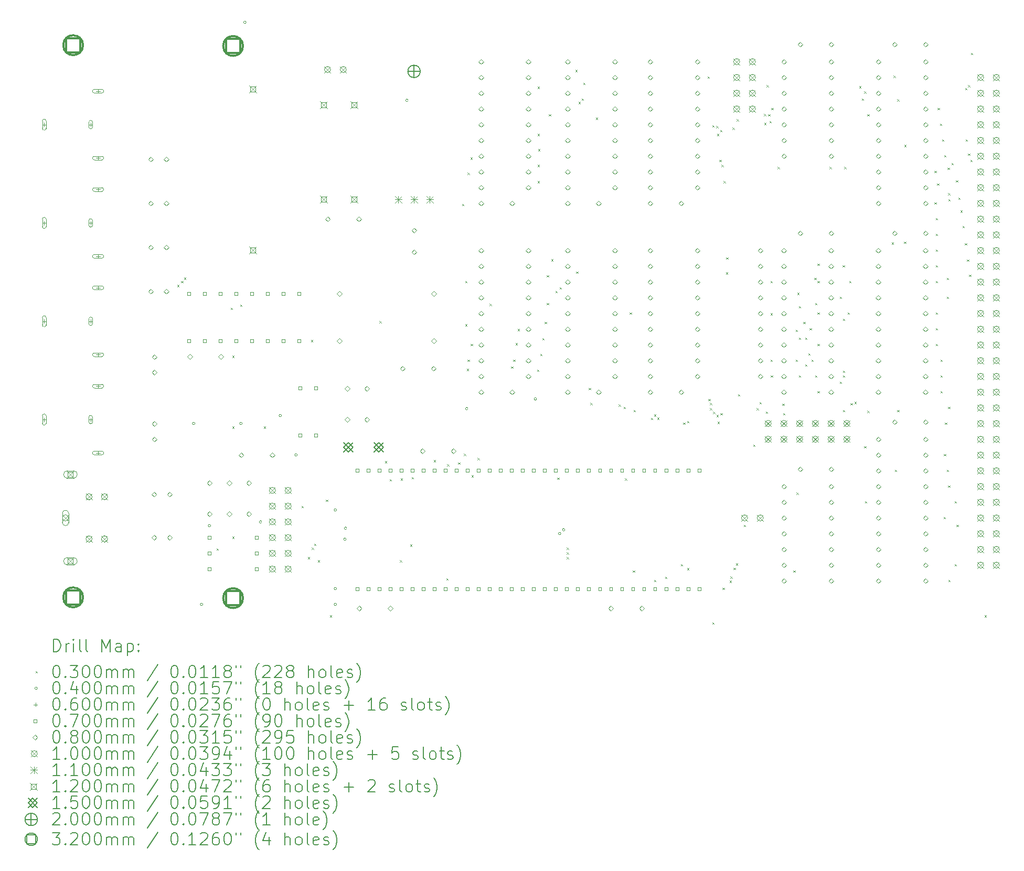
<source format=gbr>
%TF.GenerationSoftware,KiCad,Pcbnew,7.0.9-7.0.9~ubuntu22.04.1*%
%TF.CreationDate,2023-12-27T15:34:40+01:00*%
%TF.ProjectId,Z80-VDP,5a38302d-5644-4502-9e6b-696361645f70,rev?*%
%TF.SameCoordinates,Original*%
%TF.FileFunction,Drillmap*%
%TF.FilePolarity,Positive*%
%FSLAX45Y45*%
G04 Gerber Fmt 4.5, Leading zero omitted, Abs format (unit mm)*
G04 Created by KiCad (PCBNEW 7.0.9-7.0.9~ubuntu22.04.1) date 2023-12-27 15:34:40*
%MOMM*%
%LPD*%
G01*
G04 APERTURE LIST*
%ADD10C,0.200000*%
%ADD11C,0.100000*%
%ADD12C,0.110000*%
%ADD13C,0.120000*%
%ADD14C,0.150000*%
%ADD15C,0.320000*%
G04 APERTURE END LIST*
D10*
D11*
X8875000Y-9700500D02*
X8905000Y-9730500D01*
X8905000Y-9700500D02*
X8875000Y-9730500D01*
X8938500Y-9637000D02*
X8968500Y-9667000D01*
X8968500Y-9637000D02*
X8938500Y-9667000D01*
X8988690Y-9581144D02*
X9018690Y-9611144D01*
X9018690Y-9581144D02*
X8988690Y-9611144D01*
X9510000Y-13955000D02*
X9540000Y-13985000D01*
X9540000Y-13955000D02*
X9510000Y-13985000D01*
X9739153Y-10068190D02*
X9769153Y-10098190D01*
X9769153Y-10068190D02*
X9739153Y-10098190D01*
X9764000Y-10843500D02*
X9794000Y-10873500D01*
X9794000Y-10843500D02*
X9764000Y-10873500D01*
X9764000Y-11986500D02*
X9794000Y-12016500D01*
X9794000Y-11986500D02*
X9764000Y-12016500D01*
X9764000Y-13764500D02*
X9794000Y-13794500D01*
X9794000Y-13764500D02*
X9764000Y-13794500D01*
X9891000Y-10018000D02*
X9921000Y-10048000D01*
X9921000Y-10018000D02*
X9891000Y-10048000D01*
X10272000Y-11986500D02*
X10302000Y-12016500D01*
X10302000Y-11986500D02*
X10272000Y-12016500D01*
X10881600Y-13269200D02*
X10911600Y-13299200D01*
X10911600Y-13269200D02*
X10881600Y-13299200D01*
X10983200Y-14094700D02*
X11013200Y-14124700D01*
X11013200Y-14094700D02*
X10983200Y-14124700D01*
X11034000Y-10589500D02*
X11064000Y-10619500D01*
X11064000Y-10589500D02*
X11034000Y-10619500D01*
X11046700Y-13942300D02*
X11076700Y-13972300D01*
X11076700Y-13942300D02*
X11046700Y-13972300D01*
X11084800Y-13878800D02*
X11114800Y-13908800D01*
X11114800Y-13878800D02*
X11084800Y-13908800D01*
X11145860Y-14144890D02*
X11175860Y-14174890D01*
X11175860Y-14144890D02*
X11145860Y-14174890D01*
X11275300Y-13167600D02*
X11305300Y-13197600D01*
X11305300Y-13167600D02*
X11275300Y-13197600D01*
X11338800Y-15034500D02*
X11368800Y-15064500D01*
X11368800Y-15034500D02*
X11338800Y-15064500D01*
X12138900Y-10284700D02*
X12168900Y-10314700D01*
X12168900Y-10284700D02*
X12138900Y-10314700D01*
X12227800Y-12545300D02*
X12257800Y-12575300D01*
X12257800Y-12545300D02*
X12227800Y-12575300D01*
X12304000Y-12837400D02*
X12334000Y-12867400D01*
X12334000Y-12837400D02*
X12304000Y-12867400D01*
X12469100Y-14144890D02*
X12499100Y-14174890D01*
X12499100Y-14144890D02*
X12469100Y-14174890D01*
X12481800Y-12824700D02*
X12511800Y-12854700D01*
X12511800Y-12824700D02*
X12481800Y-12854700D01*
X12634200Y-13891500D02*
X12664200Y-13921500D01*
X12664200Y-13891500D02*
X12634200Y-13921500D01*
X12659600Y-12802818D02*
X12689600Y-12832818D01*
X12689600Y-12802818D02*
X12659600Y-12832818D01*
X13015200Y-12529238D02*
X13045200Y-12559238D01*
X13045200Y-12529238D02*
X13015200Y-12559238D01*
X13218400Y-14437600D02*
X13248400Y-14467600D01*
X13248400Y-14437600D02*
X13218400Y-14467600D01*
X13231100Y-12596100D02*
X13261100Y-12626100D01*
X13261100Y-12596100D02*
X13231100Y-12626100D01*
X13410927Y-12566236D02*
X13440927Y-12596236D01*
X13440927Y-12566236D02*
X13410927Y-12596236D01*
X13472400Y-8392400D02*
X13502400Y-8422400D01*
X13502400Y-8392400D02*
X13472400Y-8422400D01*
X13505356Y-12425856D02*
X13535356Y-12455856D01*
X13535356Y-12425856D02*
X13505356Y-12455856D01*
X13526718Y-9637000D02*
X13556718Y-9667000D01*
X13556718Y-9637000D02*
X13526718Y-9667000D01*
X13526718Y-10335500D02*
X13556718Y-10365500D01*
X13556718Y-10335500D02*
X13526718Y-10365500D01*
X13552118Y-11053348D02*
X13582118Y-11083348D01*
X13582118Y-11053348D02*
X13552118Y-11083348D01*
X13561300Y-10907000D02*
X13591300Y-10937000D01*
X13591300Y-10907000D02*
X13561300Y-10937000D01*
X13561910Y-7888510D02*
X13591910Y-7918510D01*
X13591910Y-7888510D02*
X13561910Y-7918510D01*
X13609119Y-7643100D02*
X13639119Y-7673100D01*
X13639119Y-7643100D02*
X13609119Y-7673100D01*
X13612100Y-10653000D02*
X13642100Y-10683000D01*
X13642100Y-10653000D02*
X13612100Y-10683000D01*
X13624800Y-12774510D02*
X13654800Y-12804510D01*
X13654800Y-12774510D02*
X13624800Y-12804510D01*
X13722882Y-12494500D02*
X13752882Y-12524500D01*
X13752882Y-12494500D02*
X13722882Y-12524500D01*
X13919881Y-10005300D02*
X13949881Y-10035300D01*
X13949881Y-10005300D02*
X13919881Y-10035300D01*
X14265543Y-11014770D02*
X14295543Y-11044770D01*
X14295543Y-11014770D02*
X14265543Y-11044770D01*
X14300735Y-10907000D02*
X14330735Y-10937000D01*
X14330735Y-10907000D02*
X14300735Y-10937000D01*
X14335927Y-10640300D02*
X14365927Y-10670300D01*
X14365927Y-10640300D02*
X14335927Y-10670300D01*
X14371119Y-10411700D02*
X14401119Y-10441700D01*
X14401119Y-10411700D02*
X14371119Y-10441700D01*
X14685869Y-11064960D02*
X14715869Y-11094960D01*
X14715869Y-11064960D02*
X14685869Y-11094960D01*
X14691881Y-6500100D02*
X14721881Y-6530100D01*
X14721881Y-6500100D02*
X14691881Y-6530100D01*
X14691881Y-7262100D02*
X14721881Y-7292100D01*
X14721881Y-7262100D02*
X14691881Y-7292100D01*
X14691881Y-7760381D02*
X14721881Y-7790381D01*
X14721881Y-7760381D02*
X14691881Y-7790381D01*
X14691881Y-8024100D02*
X14721881Y-8054100D01*
X14721881Y-8024100D02*
X14691881Y-8054100D01*
X14700709Y-7506381D02*
X14730709Y-7536381D01*
X14730709Y-7506381D02*
X14700709Y-7536381D01*
X14736059Y-10810960D02*
X14766059Y-10840960D01*
X14766059Y-10810960D02*
X14736059Y-10840960D01*
X14771251Y-10556960D02*
X14801251Y-10586960D01*
X14801251Y-10556960D02*
X14771251Y-10586960D01*
X14806443Y-10296388D02*
X14836443Y-10326388D01*
X14836443Y-10296388D02*
X14806443Y-10326388D01*
X14841635Y-9540960D02*
X14871635Y-9570960D01*
X14871635Y-9540960D02*
X14841635Y-9570960D01*
X14841635Y-9992198D02*
X14871635Y-10022198D01*
X14871635Y-9992198D02*
X14841635Y-10022198D01*
X14875674Y-6941619D02*
X14905674Y-6971619D01*
X14905674Y-6941619D02*
X14875674Y-6971619D01*
X14912019Y-9283576D02*
X14942019Y-9313576D01*
X14942019Y-9283576D02*
X14912019Y-9313576D01*
X14983090Y-9794960D02*
X15013090Y-9824960D01*
X15013090Y-9794960D02*
X14983090Y-9824960D01*
X15009100Y-12812000D02*
X15039100Y-12842000D01*
X15039100Y-12812000D02*
X15009100Y-12842000D01*
X15050296Y-9738198D02*
X15080296Y-9768198D01*
X15080296Y-9738198D02*
X15050296Y-9768198D01*
X15161500Y-13942300D02*
X15191500Y-13972300D01*
X15191500Y-13942300D02*
X15161500Y-13972300D01*
X15161500Y-14018500D02*
X15191500Y-14048500D01*
X15191500Y-14018500D02*
X15161500Y-14048500D01*
X15161500Y-14094700D02*
X15191500Y-14124700D01*
X15191500Y-14094700D02*
X15161500Y-14124700D01*
X15304791Y-6229809D02*
X15334791Y-6259809D01*
X15334791Y-6229809D02*
X15304791Y-6259809D01*
X15316881Y-9484198D02*
X15346881Y-9514198D01*
X15346881Y-9484198D02*
X15316881Y-9514198D01*
X15352073Y-6744381D02*
X15382073Y-6774381D01*
X15382073Y-6744381D02*
X15352073Y-6774381D01*
X15406391Y-6687619D02*
X15436391Y-6717619D01*
X15436391Y-6687619D02*
X15406391Y-6717619D01*
X15431791Y-6433619D02*
X15461791Y-6463619D01*
X15461791Y-6433619D02*
X15431791Y-6463619D01*
X15517100Y-11364200D02*
X15547100Y-11394200D01*
X15547100Y-11364200D02*
X15517100Y-11394200D01*
X15542500Y-11605500D02*
X15572500Y-11635500D01*
X15572500Y-11605500D02*
X15542500Y-11635500D01*
X15631400Y-6998381D02*
X15661400Y-7028381D01*
X15661400Y-6998381D02*
X15631400Y-7028381D01*
X15999700Y-11630900D02*
X16029700Y-11660900D01*
X16029700Y-11630900D02*
X15999700Y-11660900D01*
X16082118Y-11669000D02*
X16112118Y-11699000D01*
X16112118Y-11669000D02*
X16082118Y-11699000D01*
X16101300Y-12824700D02*
X16131300Y-12854700D01*
X16131300Y-12824700D02*
X16101300Y-12854700D01*
X16177500Y-10145000D02*
X16207500Y-10175000D01*
X16207500Y-10145000D02*
X16177500Y-10175000D01*
X16228300Y-14307619D02*
X16258300Y-14337619D01*
X16258300Y-14307619D02*
X16228300Y-14337619D01*
X16241000Y-11719190D02*
X16271000Y-11749190D01*
X16271000Y-11719190D02*
X16241000Y-11749190D01*
X16523310Y-11846800D02*
X16553310Y-11876800D01*
X16553310Y-11846800D02*
X16523310Y-11876800D01*
X16571200Y-11789574D02*
X16601200Y-11819574D01*
X16601200Y-11789574D02*
X16571200Y-11819574D01*
X16571200Y-14463000D02*
X16601200Y-14493000D01*
X16601200Y-14463000D02*
X16571200Y-14493000D01*
X16623690Y-11839739D02*
X16653690Y-11869739D01*
X16653690Y-11839739D02*
X16623690Y-11869739D01*
X16749000Y-14412200D02*
X16779000Y-14442200D01*
X16779000Y-14412200D02*
X16749000Y-14442200D01*
X17003000Y-14209000D02*
X17033000Y-14239000D01*
X17033000Y-14209000D02*
X17003000Y-14239000D01*
X17041100Y-11923000D02*
X17071100Y-11953000D01*
X17071100Y-11923000D02*
X17041100Y-11953000D01*
X17104600Y-11897600D02*
X17134600Y-11927600D01*
X17134600Y-11897600D02*
X17104600Y-11927600D01*
X17104600Y-14272427D02*
X17134600Y-14302427D01*
X17134600Y-14272427D02*
X17104600Y-14302427D01*
X17434800Y-6335000D02*
X17464800Y-6365000D01*
X17464800Y-6335000D02*
X17434800Y-6365000D01*
X17447500Y-11542000D02*
X17477500Y-11572000D01*
X17477500Y-11542000D02*
X17447500Y-11572000D01*
X17472900Y-11605500D02*
X17502900Y-11635500D01*
X17502900Y-11605500D02*
X17472900Y-11635500D01*
X17477002Y-11690832D02*
X17507002Y-11720832D01*
X17507002Y-11690832D02*
X17477002Y-11720832D01*
X17511000Y-15148800D02*
X17541000Y-15178800D01*
X17541000Y-15148800D02*
X17511000Y-15178800D01*
X17511256Y-7119289D02*
X17541256Y-7149289D01*
X17541256Y-7119289D02*
X17511256Y-7149289D01*
X17526781Y-11748163D02*
X17556781Y-11778163D01*
X17556781Y-11748163D02*
X17526781Y-11778163D01*
X17574500Y-7135100D02*
X17604500Y-7165100D01*
X17604500Y-7135100D02*
X17574500Y-7165100D01*
X17578825Y-11800164D02*
X17608825Y-11830164D01*
X17608825Y-11800164D02*
X17578825Y-11830164D01*
X17590566Y-7262100D02*
X17620566Y-7292100D01*
X17620566Y-7262100D02*
X17590566Y-7292100D01*
X17596050Y-11909690D02*
X17626050Y-11939690D01*
X17626050Y-11909690D02*
X17596050Y-11939690D01*
X17625758Y-7681200D02*
X17655758Y-7711200D01*
X17655758Y-7681200D02*
X17625758Y-7711200D01*
X17641391Y-7196118D02*
X17671391Y-7226118D01*
X17671391Y-7196118D02*
X17641391Y-7226118D01*
X17646220Y-11769892D02*
X17676220Y-11799892D01*
X17676220Y-11769892D02*
X17646220Y-11799892D01*
X17661330Y-7760882D02*
X17691330Y-7790882D01*
X17691330Y-7760882D02*
X17661330Y-7790882D01*
X17676100Y-14590000D02*
X17706100Y-14620000D01*
X17706100Y-14590000D02*
X17676100Y-14620000D01*
X17696142Y-8024100D02*
X17726142Y-8054100D01*
X17726142Y-8024100D02*
X17696142Y-8054100D01*
X17731334Y-9497300D02*
X17761334Y-9527300D01*
X17761334Y-9497300D02*
X17731334Y-9527300D01*
X17739309Y-9256000D02*
X17769309Y-9286000D01*
X17769309Y-9256000D02*
X17739309Y-9286000D01*
X17790400Y-14475700D02*
X17820400Y-14505700D01*
X17820400Y-14475700D02*
X17790400Y-14505700D01*
X17803100Y-14407999D02*
X17833100Y-14437999D01*
X17833100Y-14407999D02*
X17803100Y-14437999D01*
X17840590Y-7160878D02*
X17870590Y-7190878D01*
X17870590Y-7160878D02*
X17840590Y-7190878D01*
X17857266Y-14267306D02*
X17887266Y-14297306D01*
X17887266Y-14267306D02*
X17857266Y-14297306D01*
X17892458Y-14196300D02*
X17922458Y-14226300D01*
X17922458Y-14196300D02*
X17892458Y-14226300D01*
X17904700Y-7025208D02*
X17934700Y-7055208D01*
X17934700Y-7025208D02*
X17904700Y-7055208D01*
X17927650Y-11465800D02*
X17957650Y-11495800D01*
X17957650Y-11465800D02*
X17927650Y-11495800D01*
X18019000Y-13574000D02*
X18049000Y-13604000D01*
X18049000Y-13574000D02*
X18019000Y-13604000D01*
X18171400Y-12278600D02*
X18201400Y-12308600D01*
X18201400Y-12278600D02*
X18171400Y-12308600D01*
X18228550Y-11688050D02*
X18258550Y-11718050D01*
X18258550Y-11688050D02*
X18228550Y-11718050D01*
X18273000Y-11592800D02*
X18303000Y-11622800D01*
X18303000Y-11592800D02*
X18273000Y-11622800D01*
X18345325Y-6940995D02*
X18375325Y-6970995D01*
X18375325Y-6940995D02*
X18345325Y-6970995D01*
X18349200Y-7084300D02*
X18379200Y-7114300D01*
X18379200Y-7084300D02*
X18349200Y-7114300D01*
X18374600Y-11745200D02*
X18404600Y-11775200D01*
X18404600Y-11745200D02*
X18374600Y-11775200D01*
X18387300Y-6474700D02*
X18417300Y-6504700D01*
X18417300Y-6474700D02*
X18387300Y-6504700D01*
X18412700Y-6942050D02*
X18442700Y-6972050D01*
X18442700Y-6942050D02*
X18412700Y-6972050D01*
X18434360Y-7055160D02*
X18464360Y-7085160D01*
X18464360Y-7055160D02*
X18434360Y-7085160D01*
X18450800Y-9637000D02*
X18480800Y-9667000D01*
X18480800Y-9637000D02*
X18450800Y-9667000D01*
X18450800Y-10157700D02*
X18480800Y-10187700D01*
X18480800Y-10157700D02*
X18450800Y-10187700D01*
X18450800Y-10907000D02*
X18480800Y-10937000D01*
X18480800Y-10907000D02*
X18450800Y-10937000D01*
X18457118Y-11161000D02*
X18487118Y-11191000D01*
X18487118Y-11161000D02*
X18457118Y-11191000D01*
X18463500Y-6843000D02*
X18493500Y-6873000D01*
X18493500Y-6843000D02*
X18463500Y-6873000D01*
X18565100Y-7796074D02*
X18595100Y-7826074D01*
X18595100Y-7796074D02*
X18565100Y-7826074D01*
X18641300Y-11618200D02*
X18671300Y-11648200D01*
X18671300Y-11618200D02*
X18641300Y-11648200D01*
X18654000Y-11770600D02*
X18684000Y-11800600D01*
X18684000Y-11770600D02*
X18654000Y-11800600D01*
X18819381Y-14307619D02*
X18849381Y-14337619D01*
X18849381Y-14307619D02*
X18819381Y-14337619D01*
X18857882Y-10424400D02*
X18887882Y-10454400D01*
X18887882Y-10424400D02*
X18857882Y-10454400D01*
X18857882Y-10907000D02*
X18887882Y-10937000D01*
X18887882Y-10907000D02*
X18857882Y-10937000D01*
X18870825Y-13054225D02*
X18900825Y-13084225D01*
X18900825Y-13054225D02*
X18870825Y-13084225D01*
X18882600Y-9827500D02*
X18912600Y-9857500D01*
X18912600Y-9827500D02*
X18882600Y-9857500D01*
X18908000Y-10043400D02*
X18938000Y-10073400D01*
X18938000Y-10043400D02*
X18908000Y-10073400D01*
X18908000Y-10551400D02*
X18938000Y-10581400D01*
X18938000Y-10551400D02*
X18908000Y-10581400D01*
X18908000Y-11161000D02*
X18938000Y-11191000D01*
X18938000Y-11161000D02*
X18908000Y-11191000D01*
X18981108Y-10294308D02*
X19011108Y-10324308D01*
X19011108Y-10294308D02*
X18981108Y-10324308D01*
X19012692Y-10548308D02*
X19042692Y-10578308D01*
X19042692Y-10548308D02*
X19012692Y-10578308D01*
X19012726Y-10980074D02*
X19042726Y-11010074D01*
X19042726Y-10980074D02*
X19012726Y-11010074D01*
X19060400Y-10805400D02*
X19090400Y-10835400D01*
X19090400Y-10805400D02*
X19060400Y-10835400D01*
X19085190Y-10399000D02*
X19115190Y-10429000D01*
X19115190Y-10399000D02*
X19085190Y-10429000D01*
X19111700Y-10907500D02*
X19141700Y-10937500D01*
X19141700Y-10907500D02*
X19111700Y-10937500D01*
X19158928Y-9586200D02*
X19188928Y-9616200D01*
X19188928Y-9586200D02*
X19158928Y-9616200D01*
X19173926Y-9990118D02*
X19203926Y-10020118D01*
X19203926Y-9990118D02*
X19173926Y-10020118D01*
X19173926Y-11161000D02*
X19203926Y-11191000D01*
X19203926Y-11161000D02*
X19173926Y-11191000D01*
X19209118Y-9357600D02*
X19239118Y-9387600D01*
X19239118Y-9357600D02*
X19209118Y-9387600D01*
X19209118Y-9637000D02*
X19239118Y-9667000D01*
X19239118Y-9637000D02*
X19209118Y-9667000D01*
X19209118Y-10145000D02*
X19239118Y-10175000D01*
X19239118Y-10145000D02*
X19209118Y-10175000D01*
X19209118Y-10653000D02*
X19239118Y-10683000D01*
X19239118Y-10653000D02*
X19209118Y-10683000D01*
X19209118Y-11415500D02*
X19239118Y-11445500D01*
X19239118Y-11415500D02*
X19209118Y-11445500D01*
X19403300Y-7796074D02*
X19433300Y-7826074D01*
X19433300Y-7796074D02*
X19403300Y-7826074D01*
X19568400Y-9891000D02*
X19598400Y-9921000D01*
X19598400Y-9891000D02*
X19568400Y-9921000D01*
X19568400Y-11262600D02*
X19598400Y-11292600D01*
X19598400Y-11262600D02*
X19568400Y-11292600D01*
X19618590Y-9383000D02*
X19648590Y-9413000D01*
X19648590Y-9383000D02*
X19618590Y-9413000D01*
X19619200Y-10244118D02*
X19649200Y-10274118D01*
X19649200Y-10244118D02*
X19619200Y-10274118D01*
X19619200Y-11084800D02*
X19649200Y-11114800D01*
X19649200Y-11084800D02*
X19619200Y-11114800D01*
X19619200Y-11161000D02*
X19649200Y-11191000D01*
X19649200Y-11161000D02*
X19619200Y-11191000D01*
X19619200Y-11719800D02*
X19649200Y-11749800D01*
X19649200Y-11719800D02*
X19619200Y-11749800D01*
X19643990Y-7796074D02*
X19673990Y-7826074D01*
X19673990Y-7796074D02*
X19643990Y-7826074D01*
X19695400Y-10145000D02*
X19725400Y-10175000D01*
X19725400Y-10145000D02*
X19695400Y-10175000D01*
X19720800Y-9637000D02*
X19750800Y-9667000D01*
X19750800Y-9637000D02*
X19720800Y-9667000D01*
X19745590Y-11608110D02*
X19775590Y-11638110D01*
X19775590Y-11608110D02*
X19745590Y-11638110D01*
X19808069Y-11589504D02*
X19838069Y-11619504D01*
X19838069Y-11589504D02*
X19808069Y-11619504D01*
X19881770Y-6491530D02*
X19911770Y-6521530D01*
X19911770Y-6491530D02*
X19881770Y-6521530D01*
X19924000Y-6688118D02*
X19954000Y-6718118D01*
X19954000Y-6688118D02*
X19924000Y-6718118D01*
X19962100Y-6576300D02*
X19992100Y-6606300D01*
X19992100Y-6576300D02*
X19962100Y-6606300D01*
X19962100Y-12304000D02*
X19992100Y-12334000D01*
X19992100Y-12304000D02*
X19962100Y-12334000D01*
X19974800Y-13193000D02*
X20004800Y-13223000D01*
X20004800Y-13193000D02*
X19974800Y-13223000D01*
X20012900Y-6942118D02*
X20042900Y-6972118D01*
X20042900Y-6942118D02*
X20012900Y-6972118D01*
X20012900Y-11732500D02*
X20042900Y-11762500D01*
X20042900Y-11732500D02*
X20012900Y-11762500D01*
X20406600Y-9014700D02*
X20436600Y-9044700D01*
X20436600Y-9014700D02*
X20406600Y-9044700D01*
X20440000Y-6322300D02*
X20470000Y-6352300D01*
X20470000Y-6322300D02*
X20440000Y-6352300D01*
X20457400Y-12685000D02*
X20487400Y-12715000D01*
X20487400Y-12685000D02*
X20457400Y-12715000D01*
X20495500Y-6703300D02*
X20525500Y-6733300D01*
X20525500Y-6703300D02*
X20495500Y-6733300D01*
X20495500Y-11719800D02*
X20525500Y-11749800D01*
X20525500Y-11719800D02*
X20495500Y-11749800D01*
X20609190Y-9002000D02*
X20639190Y-9032000D01*
X20639190Y-9002000D02*
X20609190Y-9032000D01*
X20609800Y-7439900D02*
X20639800Y-7469900D01*
X20639800Y-7439900D02*
X20609800Y-7469900D01*
X21100190Y-7859000D02*
X21130190Y-7889000D01*
X21130190Y-7859000D02*
X21100190Y-7889000D01*
X21100190Y-8367000D02*
X21130190Y-8397000D01*
X21130190Y-8367000D02*
X21100190Y-8397000D01*
X21117800Y-8621000D02*
X21147800Y-8651000D01*
X21147800Y-8621000D02*
X21117800Y-8651000D01*
X21117800Y-8875000D02*
X21147800Y-8905000D01*
X21147800Y-8875000D02*
X21117800Y-8905000D01*
X21117800Y-9129000D02*
X21147800Y-9159000D01*
X21147800Y-9129000D02*
X21117800Y-9159000D01*
X21117800Y-9383000D02*
X21147800Y-9413000D01*
X21147800Y-9383000D02*
X21117800Y-9413000D01*
X21117800Y-9637000D02*
X21147800Y-9667000D01*
X21147800Y-9637000D02*
X21117800Y-9667000D01*
X21117800Y-10145000D02*
X21147800Y-10175000D01*
X21147800Y-10145000D02*
X21117800Y-10175000D01*
X21117800Y-10399000D02*
X21147800Y-10429000D01*
X21147800Y-10399000D02*
X21117800Y-10429000D01*
X21117800Y-10653000D02*
X21147800Y-10683000D01*
X21147800Y-10653000D02*
X21117800Y-10683000D01*
X21140902Y-8062200D02*
X21170902Y-8092200D01*
X21170902Y-8062200D02*
X21140902Y-8092200D01*
X21150380Y-6843000D02*
X21180380Y-6873000D01*
X21180380Y-6843000D02*
X21150380Y-6873000D01*
X21185572Y-7097000D02*
X21215572Y-7127000D01*
X21215572Y-7097000D02*
X21185572Y-7127000D01*
X21194000Y-10907000D02*
X21224000Y-10937000D01*
X21224000Y-10907000D02*
X21194000Y-10937000D01*
X21194000Y-11161000D02*
X21224000Y-11191000D01*
X21224000Y-11161000D02*
X21194000Y-11191000D01*
X21194000Y-11415000D02*
X21224000Y-11445000D01*
X21224000Y-11415000D02*
X21194000Y-11445000D01*
X21220764Y-7351000D02*
X21250764Y-7381000D01*
X21250764Y-7351000D02*
X21220764Y-7381000D01*
X21244800Y-13447000D02*
X21274800Y-13477000D01*
X21274800Y-13447000D02*
X21244800Y-13477000D01*
X21248871Y-12431000D02*
X21278871Y-12461000D01*
X21278871Y-12431000D02*
X21248871Y-12461000D01*
X21255956Y-7605000D02*
X21285956Y-7635000D01*
X21285956Y-7605000D02*
X21255956Y-7635000D01*
X21269065Y-11923000D02*
X21299065Y-11953000D01*
X21299065Y-11923000D02*
X21269065Y-11953000D01*
X21295600Y-9586200D02*
X21325600Y-9616200D01*
X21325600Y-9586200D02*
X21295600Y-9616200D01*
X21295600Y-9891000D02*
X21325600Y-9921000D01*
X21325600Y-9891000D02*
X21295600Y-9921000D01*
X21295600Y-12685000D02*
X21325600Y-12715000D01*
X21325600Y-12685000D02*
X21295600Y-12715000D01*
X21311666Y-7808200D02*
X21341666Y-7838200D01*
X21341666Y-7808200D02*
X21311666Y-7838200D01*
X21319255Y-11669000D02*
X21349255Y-11699000D01*
X21349255Y-11669000D02*
X21319255Y-11699000D01*
X21319255Y-12939000D02*
X21349255Y-12969000D01*
X21349255Y-12939000D02*
X21319255Y-12969000D01*
X21319631Y-8219509D02*
X21349631Y-8249509D01*
X21349631Y-8219509D02*
X21319631Y-8249509D01*
X21321000Y-14463000D02*
X21351000Y-14493000D01*
X21351000Y-14463000D02*
X21321000Y-14493000D01*
X21324366Y-8316200D02*
X21354366Y-8346200D01*
X21354366Y-8316200D02*
X21324366Y-8346200D01*
X21371800Y-7732000D02*
X21401800Y-7762000D01*
X21401800Y-7732000D02*
X21371800Y-7762000D01*
X21422600Y-13193000D02*
X21452600Y-13223000D01*
X21452600Y-13193000D02*
X21422600Y-13223000D01*
X21422600Y-14209000D02*
X21452600Y-14239000D01*
X21452600Y-14209000D02*
X21422600Y-14239000D01*
X21447390Y-8011400D02*
X21477390Y-8041400D01*
X21477390Y-8011400D02*
X21447390Y-8041400D01*
X21454827Y-13574000D02*
X21484827Y-13604000D01*
X21484827Y-13574000D02*
X21454827Y-13604000D01*
X21482582Y-8290800D02*
X21512582Y-8320800D01*
X21512582Y-8290800D02*
X21482582Y-8320800D01*
X21517774Y-8495028D02*
X21547774Y-8525028D01*
X21547774Y-8495028D02*
X21517774Y-8525028D01*
X21552966Y-8748000D02*
X21582966Y-8778000D01*
X21582966Y-8748000D02*
X21552966Y-8778000D01*
X21588158Y-9027400D02*
X21618158Y-9057400D01*
X21618158Y-9027400D02*
X21588158Y-9057400D01*
X21592451Y-6520724D02*
X21622451Y-6550724D01*
X21622451Y-6520724D02*
X21592451Y-6550724D01*
X21603380Y-7351000D02*
X21633380Y-7381000D01*
X21633380Y-7351000D02*
X21603380Y-7381000D01*
X21623350Y-9290228D02*
X21653350Y-9320228D01*
X21653350Y-9290228D02*
X21623350Y-9320228D01*
X21638620Y-6474700D02*
X21668620Y-6504700D01*
X21668620Y-6474700D02*
X21638620Y-6504700D01*
X21638620Y-7579600D02*
X21668620Y-7609600D01*
X21668620Y-7579600D02*
X21638620Y-7609600D01*
X21658542Y-9535400D02*
X21688542Y-9565400D01*
X21688542Y-9535400D02*
X21658542Y-9565400D01*
X21676600Y-7681810D02*
X21706600Y-7711810D01*
X21706600Y-7681810D02*
X21676600Y-7711810D01*
X21688810Y-5954000D02*
X21718810Y-5984000D01*
X21718810Y-5954000D02*
X21688810Y-5984000D01*
X21905200Y-15034500D02*
X21935200Y-15064500D01*
X21935200Y-15034500D02*
X21905200Y-15064500D01*
X9164000Y-11938000D02*
G75*
G03*
X9164000Y-11938000I-20000J0D01*
G01*
X9291000Y-14859000D02*
G75*
G03*
X9291000Y-14859000I-20000J0D01*
G01*
X9418000Y-13589000D02*
G75*
G03*
X9418000Y-13589000I-20000J0D01*
G01*
X9926000Y-11938000D02*
G75*
G03*
X9926000Y-11938000I-20000J0D01*
G01*
X9989500Y-5461000D02*
G75*
G03*
X9989500Y-5461000I-20000J0D01*
G01*
X10243500Y-13525500D02*
G75*
G03*
X10243500Y-13525500I-20000J0D01*
G01*
X10561000Y-11811000D02*
G75*
G03*
X10561000Y-11811000I-20000J0D01*
G01*
X10815000Y-12446000D02*
G75*
G03*
X10815000Y-12446000I-20000J0D01*
G01*
X11450000Y-13335000D02*
G75*
G03*
X11450000Y-13335000I-20000J0D01*
G01*
X11450000Y-14605000D02*
G75*
G03*
X11450000Y-14605000I-20000J0D01*
G01*
X11450000Y-14859000D02*
G75*
G03*
X11450000Y-14859000I-20000J0D01*
G01*
X11602400Y-13804900D02*
G75*
G03*
X11602400Y-13804900I-20000J0D01*
G01*
X11615100Y-13627100D02*
G75*
G03*
X11615100Y-13627100I-20000J0D01*
G01*
X12605700Y-6718300D02*
G75*
G03*
X12605700Y-6718300I-20000J0D01*
G01*
X13570900Y-11696700D02*
G75*
G03*
X13570900Y-11696700I-20000J0D01*
G01*
X14677330Y-11542770D02*
G75*
G03*
X14677330Y-11542770I-20000J0D01*
G01*
X15069500Y-13716000D02*
G75*
G03*
X15069500Y-13716000I-20000J0D01*
G01*
X15133000Y-13652500D02*
G75*
G03*
X15133000Y-13652500I-20000J0D01*
G01*
X6731000Y-7082000D02*
X6731000Y-7142000D01*
X6701000Y-7112000D02*
X6761000Y-7112000D01*
X6701000Y-7052000D02*
X6701000Y-7172000D01*
X6701000Y-7172000D02*
G75*
G03*
X6761000Y-7172000I30000J0D01*
G01*
X6761000Y-7172000D02*
X6761000Y-7052000D01*
X6761000Y-7052000D02*
G75*
G03*
X6701000Y-7052000I-30000J0D01*
G01*
X6731000Y-8669500D02*
X6731000Y-8729500D01*
X6701000Y-8699500D02*
X6761000Y-8699500D01*
X6701000Y-8639500D02*
X6701000Y-8759500D01*
X6701000Y-8759500D02*
G75*
G03*
X6761000Y-8759500I30000J0D01*
G01*
X6761000Y-8759500D02*
X6761000Y-8639500D01*
X6761000Y-8639500D02*
G75*
G03*
X6701000Y-8639500I-30000J0D01*
G01*
X6731000Y-10257000D02*
X6731000Y-10317000D01*
X6701000Y-10287000D02*
X6761000Y-10287000D01*
X6701000Y-10227000D02*
X6701000Y-10347000D01*
X6701000Y-10347000D02*
G75*
G03*
X6761000Y-10347000I30000J0D01*
G01*
X6761000Y-10347000D02*
X6761000Y-10227000D01*
X6761000Y-10227000D02*
G75*
G03*
X6701000Y-10227000I-30000J0D01*
G01*
X6731000Y-11844500D02*
X6731000Y-11904500D01*
X6701000Y-11874500D02*
X6761000Y-11874500D01*
X6701000Y-11814500D02*
X6701000Y-11934500D01*
X6701000Y-11934500D02*
G75*
G03*
X6761000Y-11934500I30000J0D01*
G01*
X6761000Y-11934500D02*
X6761000Y-11814500D01*
X6761000Y-11814500D02*
G75*
G03*
X6701000Y-11814500I-30000J0D01*
G01*
X7481000Y-7082000D02*
X7481000Y-7142000D01*
X7451000Y-7112000D02*
X7511000Y-7112000D01*
X7451000Y-7073900D02*
X7451000Y-7150100D01*
X7451000Y-7150100D02*
G75*
G03*
X7511000Y-7150100I30000J0D01*
G01*
X7511000Y-7150100D02*
X7511000Y-7073900D01*
X7511000Y-7073900D02*
G75*
G03*
X7451000Y-7073900I-30000J0D01*
G01*
X7481000Y-8669500D02*
X7481000Y-8729500D01*
X7451000Y-8699500D02*
X7511000Y-8699500D01*
X7451000Y-8661400D02*
X7451000Y-8737600D01*
X7451000Y-8737600D02*
G75*
G03*
X7511000Y-8737600I30000J0D01*
G01*
X7511000Y-8737600D02*
X7511000Y-8661400D01*
X7511000Y-8661400D02*
G75*
G03*
X7451000Y-8661400I-30000J0D01*
G01*
X7481000Y-10257000D02*
X7481000Y-10317000D01*
X7451000Y-10287000D02*
X7511000Y-10287000D01*
X7451000Y-10248900D02*
X7451000Y-10325100D01*
X7451000Y-10325100D02*
G75*
G03*
X7511000Y-10325100I30000J0D01*
G01*
X7511000Y-10325100D02*
X7511000Y-10248900D01*
X7511000Y-10248900D02*
G75*
G03*
X7451000Y-10248900I-30000J0D01*
G01*
X7481000Y-11844500D02*
X7481000Y-11904500D01*
X7451000Y-11874500D02*
X7511000Y-11874500D01*
X7451000Y-11836400D02*
X7451000Y-11912600D01*
X7451000Y-11912600D02*
G75*
G03*
X7511000Y-11912600I30000J0D01*
G01*
X7511000Y-11912600D02*
X7511000Y-11836400D01*
X7511000Y-11836400D02*
G75*
G03*
X7451000Y-11836400I-30000J0D01*
G01*
X7601000Y-6542000D02*
X7601000Y-6602000D01*
X7571000Y-6572000D02*
X7631000Y-6572000D01*
X7661000Y-6542000D02*
X7541000Y-6542000D01*
X7541000Y-6542000D02*
G75*
G03*
X7541000Y-6602000I0J-30000D01*
G01*
X7541000Y-6602000D02*
X7661000Y-6602000D01*
X7661000Y-6602000D02*
G75*
G03*
X7661000Y-6542000I0J30000D01*
G01*
X7601000Y-7622000D02*
X7601000Y-7682000D01*
X7571000Y-7652000D02*
X7631000Y-7652000D01*
X7661000Y-7622000D02*
X7541000Y-7622000D01*
X7541000Y-7622000D02*
G75*
G03*
X7541000Y-7682000I0J-30000D01*
G01*
X7541000Y-7682000D02*
X7661000Y-7682000D01*
X7661000Y-7682000D02*
G75*
G03*
X7661000Y-7622000I0J30000D01*
G01*
X7601000Y-8129500D02*
X7601000Y-8189500D01*
X7571000Y-8159500D02*
X7631000Y-8159500D01*
X7661000Y-8129500D02*
X7541000Y-8129500D01*
X7541000Y-8129500D02*
G75*
G03*
X7541000Y-8189500I0J-30000D01*
G01*
X7541000Y-8189500D02*
X7661000Y-8189500D01*
X7661000Y-8189500D02*
G75*
G03*
X7661000Y-8129500I0J30000D01*
G01*
X7601000Y-9209500D02*
X7601000Y-9269500D01*
X7571000Y-9239500D02*
X7631000Y-9239500D01*
X7661000Y-9209500D02*
X7541000Y-9209500D01*
X7541000Y-9209500D02*
G75*
G03*
X7541000Y-9269500I0J-30000D01*
G01*
X7541000Y-9269500D02*
X7661000Y-9269500D01*
X7661000Y-9269500D02*
G75*
G03*
X7661000Y-9209500I0J30000D01*
G01*
X7601000Y-9717000D02*
X7601000Y-9777000D01*
X7571000Y-9747000D02*
X7631000Y-9747000D01*
X7661000Y-9717000D02*
X7541000Y-9717000D01*
X7541000Y-9717000D02*
G75*
G03*
X7541000Y-9777000I0J-30000D01*
G01*
X7541000Y-9777000D02*
X7661000Y-9777000D01*
X7661000Y-9777000D02*
G75*
G03*
X7661000Y-9717000I0J30000D01*
G01*
X7601000Y-10797000D02*
X7601000Y-10857000D01*
X7571000Y-10827000D02*
X7631000Y-10827000D01*
X7661000Y-10797000D02*
X7541000Y-10797000D01*
X7541000Y-10797000D02*
G75*
G03*
X7541000Y-10857000I0J-30000D01*
G01*
X7541000Y-10857000D02*
X7661000Y-10857000D01*
X7661000Y-10857000D02*
G75*
G03*
X7661000Y-10797000I0J30000D01*
G01*
X7601000Y-11304500D02*
X7601000Y-11364500D01*
X7571000Y-11334500D02*
X7631000Y-11334500D01*
X7661000Y-11304500D02*
X7541000Y-11304500D01*
X7541000Y-11304500D02*
G75*
G03*
X7541000Y-11364500I0J-30000D01*
G01*
X7541000Y-11364500D02*
X7661000Y-11364500D01*
X7661000Y-11364500D02*
G75*
G03*
X7661000Y-11304500I0J30000D01*
G01*
X7601000Y-12384500D02*
X7601000Y-12444500D01*
X7571000Y-12414500D02*
X7631000Y-12414500D01*
X7661000Y-12384500D02*
X7541000Y-12384500D01*
X7541000Y-12384500D02*
G75*
G03*
X7541000Y-12444500I0J-30000D01*
G01*
X7541000Y-12444500D02*
X7661000Y-12444500D01*
X7661000Y-12444500D02*
G75*
G03*
X7661000Y-12384500I0J30000D01*
G01*
X9092549Y-9867249D02*
X9092549Y-9817751D01*
X9043051Y-9817751D01*
X9043051Y-9867249D01*
X9092549Y-9867249D01*
X9092549Y-10629249D02*
X9092549Y-10579751D01*
X9043051Y-10579751D01*
X9043051Y-10629249D01*
X9092549Y-10629249D01*
X9346549Y-9867249D02*
X9346549Y-9817751D01*
X9297051Y-9817751D01*
X9297051Y-9867249D01*
X9346549Y-9867249D01*
X9346549Y-10629249D02*
X9346549Y-10579751D01*
X9297051Y-10579751D01*
X9297051Y-10629249D01*
X9346549Y-10629249D01*
X9422749Y-13804249D02*
X9422749Y-13754751D01*
X9373251Y-13754751D01*
X9373251Y-13804249D01*
X9422749Y-13804249D01*
X9422749Y-14058249D02*
X9422749Y-14008751D01*
X9373251Y-14008751D01*
X9373251Y-14058249D01*
X9422749Y-14058249D01*
X9422749Y-14312249D02*
X9422749Y-14262751D01*
X9373251Y-14262751D01*
X9373251Y-14312249D01*
X9422749Y-14312249D01*
X9600549Y-9867249D02*
X9600549Y-9817751D01*
X9551051Y-9817751D01*
X9551051Y-9867249D01*
X9600549Y-9867249D01*
X9600549Y-10629249D02*
X9600549Y-10579751D01*
X9551051Y-10579751D01*
X9551051Y-10629249D01*
X9600549Y-10629249D01*
X9854549Y-9867249D02*
X9854549Y-9817751D01*
X9805051Y-9817751D01*
X9805051Y-9867249D01*
X9854549Y-9867249D01*
X9854549Y-10629249D02*
X9854549Y-10579751D01*
X9805051Y-10579751D01*
X9805051Y-10629249D01*
X9854549Y-10629249D01*
X10108549Y-9867249D02*
X10108549Y-9817751D01*
X10059051Y-9817751D01*
X10059051Y-9867249D01*
X10108549Y-9867249D01*
X10108549Y-10629249D02*
X10108549Y-10579751D01*
X10059051Y-10579751D01*
X10059051Y-10629249D01*
X10108549Y-10629249D01*
X10184749Y-13804249D02*
X10184749Y-13754751D01*
X10135251Y-13754751D01*
X10135251Y-13804249D01*
X10184749Y-13804249D01*
X10184749Y-14058249D02*
X10184749Y-14008751D01*
X10135251Y-14008751D01*
X10135251Y-14058249D01*
X10184749Y-14058249D01*
X10184749Y-14312249D02*
X10184749Y-14262751D01*
X10135251Y-14262751D01*
X10135251Y-14312249D01*
X10184749Y-14312249D01*
X10362549Y-9867249D02*
X10362549Y-9817751D01*
X10313051Y-9817751D01*
X10313051Y-9867249D01*
X10362549Y-9867249D01*
X10362549Y-10629249D02*
X10362549Y-10579751D01*
X10313051Y-10579751D01*
X10313051Y-10629249D01*
X10362549Y-10629249D01*
X10616549Y-9867249D02*
X10616549Y-9817751D01*
X10567051Y-9817751D01*
X10567051Y-9867249D01*
X10616549Y-9867249D01*
X10616549Y-10629249D02*
X10616549Y-10579751D01*
X10567051Y-10579751D01*
X10567051Y-10629249D01*
X10616549Y-10629249D01*
X10870549Y-9867249D02*
X10870549Y-9817751D01*
X10821051Y-9817751D01*
X10821051Y-9867249D01*
X10870549Y-9867249D01*
X10870549Y-10629249D02*
X10870549Y-10579751D01*
X10821051Y-10579751D01*
X10821051Y-10629249D01*
X10870549Y-10629249D01*
X10883249Y-11391249D02*
X10883249Y-11341751D01*
X10833751Y-11341751D01*
X10833751Y-11391249D01*
X10883249Y-11391249D01*
X10883249Y-12153249D02*
X10883249Y-12103751D01*
X10833751Y-12103751D01*
X10833751Y-12153249D01*
X10883249Y-12153249D01*
X11137249Y-11391249D02*
X11137249Y-11341751D01*
X11087751Y-11341751D01*
X11087751Y-11391249D01*
X11137249Y-11391249D01*
X11137249Y-12153249D02*
X11137249Y-12103751D01*
X11087751Y-12103751D01*
X11087751Y-12153249D01*
X11137249Y-12153249D01*
X11807249Y-12722209D02*
X11807249Y-12672711D01*
X11757751Y-12672711D01*
X11757751Y-12722209D01*
X11807249Y-12722209D01*
X11807249Y-14632289D02*
X11807249Y-14582791D01*
X11757751Y-14582791D01*
X11757751Y-14632289D01*
X11807249Y-14632289D01*
X11985249Y-12722209D02*
X11985249Y-12672711D01*
X11935751Y-12672711D01*
X11935751Y-12722209D01*
X11985249Y-12722209D01*
X11985249Y-14632289D02*
X11985249Y-14582791D01*
X11935751Y-14582791D01*
X11935751Y-14632289D01*
X11985249Y-14632289D01*
X12163249Y-12722209D02*
X12163249Y-12672711D01*
X12113751Y-12672711D01*
X12113751Y-12722209D01*
X12163249Y-12722209D01*
X12163249Y-14632289D02*
X12163249Y-14582791D01*
X12113751Y-14582791D01*
X12113751Y-14632289D01*
X12163249Y-14632289D01*
X12341249Y-12722209D02*
X12341249Y-12672711D01*
X12291751Y-12672711D01*
X12291751Y-12722209D01*
X12341249Y-12722209D01*
X12341249Y-14632289D02*
X12341249Y-14582791D01*
X12291751Y-14582791D01*
X12291751Y-14632289D01*
X12341249Y-14632289D01*
X12519249Y-12722209D02*
X12519249Y-12672711D01*
X12469751Y-12672711D01*
X12469751Y-12722209D01*
X12519249Y-12722209D01*
X12519249Y-14632289D02*
X12519249Y-14582791D01*
X12469751Y-14582791D01*
X12469751Y-14632289D01*
X12519249Y-14632289D01*
X12697249Y-12722209D02*
X12697249Y-12672711D01*
X12647751Y-12672711D01*
X12647751Y-12722209D01*
X12697249Y-12722209D01*
X12697249Y-14632289D02*
X12697249Y-14582791D01*
X12647751Y-14582791D01*
X12647751Y-14632289D01*
X12697249Y-14632289D01*
X12875249Y-12722209D02*
X12875249Y-12672711D01*
X12825751Y-12672711D01*
X12825751Y-12722209D01*
X12875249Y-12722209D01*
X12875249Y-14632289D02*
X12875249Y-14582791D01*
X12825751Y-14582791D01*
X12825751Y-14632289D01*
X12875249Y-14632289D01*
X13053249Y-12722209D02*
X13053249Y-12672711D01*
X13003751Y-12672711D01*
X13003751Y-12722209D01*
X13053249Y-12722209D01*
X13053249Y-14632289D02*
X13053249Y-14582791D01*
X13003751Y-14582791D01*
X13003751Y-14632289D01*
X13053249Y-14632289D01*
X13231249Y-12722209D02*
X13231249Y-12672711D01*
X13181751Y-12672711D01*
X13181751Y-12722209D01*
X13231249Y-12722209D01*
X13231249Y-14632289D02*
X13231249Y-14582791D01*
X13181751Y-14582791D01*
X13181751Y-14632289D01*
X13231249Y-14632289D01*
X13409249Y-12722209D02*
X13409249Y-12672711D01*
X13359751Y-12672711D01*
X13359751Y-12722209D01*
X13409249Y-12722209D01*
X13409249Y-14632289D02*
X13409249Y-14582791D01*
X13359751Y-14582791D01*
X13359751Y-14632289D01*
X13409249Y-14632289D01*
X13587249Y-12722209D02*
X13587249Y-12672711D01*
X13537751Y-12672711D01*
X13537751Y-12722209D01*
X13587249Y-12722209D01*
X13587249Y-14632289D02*
X13587249Y-14582791D01*
X13537751Y-14582791D01*
X13537751Y-14632289D01*
X13587249Y-14632289D01*
X13765249Y-12722209D02*
X13765249Y-12672711D01*
X13715751Y-12672711D01*
X13715751Y-12722209D01*
X13765249Y-12722209D01*
X13765249Y-14632289D02*
X13765249Y-14582791D01*
X13715751Y-14582791D01*
X13715751Y-14632289D01*
X13765249Y-14632289D01*
X13943249Y-12722209D02*
X13943249Y-12672711D01*
X13893751Y-12672711D01*
X13893751Y-12722209D01*
X13943249Y-12722209D01*
X13943249Y-14632289D02*
X13943249Y-14582791D01*
X13893751Y-14582791D01*
X13893751Y-14632289D01*
X13943249Y-14632289D01*
X14121249Y-12722209D02*
X14121249Y-12672711D01*
X14071751Y-12672711D01*
X14071751Y-12722209D01*
X14121249Y-12722209D01*
X14121249Y-14632289D02*
X14121249Y-14582791D01*
X14071751Y-14582791D01*
X14071751Y-14632289D01*
X14121249Y-14632289D01*
X14299249Y-12722209D02*
X14299249Y-12672711D01*
X14249751Y-12672711D01*
X14249751Y-12722209D01*
X14299249Y-12722209D01*
X14299249Y-14632289D02*
X14299249Y-14582791D01*
X14249751Y-14582791D01*
X14249751Y-14632289D01*
X14299249Y-14632289D01*
X14477249Y-12722209D02*
X14477249Y-12672711D01*
X14427751Y-12672711D01*
X14427751Y-12722209D01*
X14477249Y-12722209D01*
X14477249Y-14632289D02*
X14477249Y-14582791D01*
X14427751Y-14582791D01*
X14427751Y-14632289D01*
X14477249Y-14632289D01*
X14655249Y-12722209D02*
X14655249Y-12672711D01*
X14605751Y-12672711D01*
X14605751Y-12722209D01*
X14655249Y-12722209D01*
X14655249Y-14632289D02*
X14655249Y-14582791D01*
X14605751Y-14582791D01*
X14605751Y-14632289D01*
X14655249Y-14632289D01*
X14833249Y-12722209D02*
X14833249Y-12672711D01*
X14783751Y-12672711D01*
X14783751Y-12722209D01*
X14833249Y-12722209D01*
X14833249Y-14632289D02*
X14833249Y-14582791D01*
X14783751Y-14582791D01*
X14783751Y-14632289D01*
X14833249Y-14632289D01*
X15011249Y-12722209D02*
X15011249Y-12672711D01*
X14961751Y-12672711D01*
X14961751Y-12722209D01*
X15011249Y-12722209D01*
X15011249Y-14632289D02*
X15011249Y-14582791D01*
X14961751Y-14582791D01*
X14961751Y-14632289D01*
X15011249Y-14632289D01*
X15189249Y-12722209D02*
X15189249Y-12672711D01*
X15139751Y-12672711D01*
X15139751Y-12722209D01*
X15189249Y-12722209D01*
X15189249Y-14632289D02*
X15189249Y-14582791D01*
X15139751Y-14582791D01*
X15139751Y-14632289D01*
X15189249Y-14632289D01*
X15367249Y-12722209D02*
X15367249Y-12672711D01*
X15317751Y-12672711D01*
X15317751Y-12722209D01*
X15367249Y-12722209D01*
X15367249Y-14632289D02*
X15367249Y-14582791D01*
X15317751Y-14582791D01*
X15317751Y-14632289D01*
X15367249Y-14632289D01*
X15545249Y-12722209D02*
X15545249Y-12672711D01*
X15495751Y-12672711D01*
X15495751Y-12722209D01*
X15545249Y-12722209D01*
X15545249Y-14632289D02*
X15545249Y-14582791D01*
X15495751Y-14582791D01*
X15495751Y-14632289D01*
X15545249Y-14632289D01*
X15723249Y-12722209D02*
X15723249Y-12672711D01*
X15673751Y-12672711D01*
X15673751Y-12722209D01*
X15723249Y-12722209D01*
X15723249Y-14632289D02*
X15723249Y-14582791D01*
X15673751Y-14582791D01*
X15673751Y-14632289D01*
X15723249Y-14632289D01*
X15901249Y-12722209D02*
X15901249Y-12672711D01*
X15851751Y-12672711D01*
X15851751Y-12722209D01*
X15901249Y-12722209D01*
X15901249Y-14632289D02*
X15901249Y-14582791D01*
X15851751Y-14582791D01*
X15851751Y-14632289D01*
X15901249Y-14632289D01*
X16079249Y-12722209D02*
X16079249Y-12672711D01*
X16029751Y-12672711D01*
X16029751Y-12722209D01*
X16079249Y-12722209D01*
X16079249Y-14632289D02*
X16079249Y-14582791D01*
X16029751Y-14582791D01*
X16029751Y-14632289D01*
X16079249Y-14632289D01*
X16257249Y-12722209D02*
X16257249Y-12672711D01*
X16207751Y-12672711D01*
X16207751Y-12722209D01*
X16257249Y-12722209D01*
X16257249Y-14632289D02*
X16257249Y-14582791D01*
X16207751Y-14582791D01*
X16207751Y-14632289D01*
X16257249Y-14632289D01*
X16435249Y-12722209D02*
X16435249Y-12672711D01*
X16385751Y-12672711D01*
X16385751Y-12722209D01*
X16435249Y-12722209D01*
X16435249Y-14632289D02*
X16435249Y-14582791D01*
X16385751Y-14582791D01*
X16385751Y-14632289D01*
X16435249Y-14632289D01*
X16613249Y-12722209D02*
X16613249Y-12672711D01*
X16563751Y-12672711D01*
X16563751Y-12722209D01*
X16613249Y-12722209D01*
X16613249Y-14632289D02*
X16613249Y-14582791D01*
X16563751Y-14582791D01*
X16563751Y-14632289D01*
X16613249Y-14632289D01*
X16791249Y-12722209D02*
X16791249Y-12672711D01*
X16741751Y-12672711D01*
X16741751Y-12722209D01*
X16791249Y-12722209D01*
X16791249Y-14632289D02*
X16791249Y-14582791D01*
X16741751Y-14582791D01*
X16741751Y-14632289D01*
X16791249Y-14632289D01*
X16969249Y-12722209D02*
X16969249Y-12672711D01*
X16919751Y-12672711D01*
X16919751Y-12722209D01*
X16969249Y-12722209D01*
X16969249Y-14632289D02*
X16969249Y-14582791D01*
X16919751Y-14582791D01*
X16919751Y-14632289D01*
X16969249Y-14632289D01*
X17147249Y-12722209D02*
X17147249Y-12672711D01*
X17097751Y-12672711D01*
X17097751Y-12722209D01*
X17147249Y-12722209D01*
X17147249Y-14632289D02*
X17147249Y-14582791D01*
X17097751Y-14582791D01*
X17097751Y-14632289D01*
X17147249Y-14632289D01*
X17325249Y-12722209D02*
X17325249Y-12672711D01*
X17275751Y-12672711D01*
X17275751Y-12722209D01*
X17325249Y-12722209D01*
X17325249Y-14632289D02*
X17325249Y-14582791D01*
X17275751Y-14582791D01*
X17275751Y-14632289D01*
X17325249Y-14632289D01*
X8449500Y-7710800D02*
X8489500Y-7670800D01*
X8449500Y-7630800D01*
X8409500Y-7670800D01*
X8449500Y-7710800D01*
X8449500Y-8422000D02*
X8489500Y-8382000D01*
X8449500Y-8342000D01*
X8409500Y-8382000D01*
X8449500Y-8422000D01*
X8449500Y-9133200D02*
X8489500Y-9093200D01*
X8449500Y-9053200D01*
X8409500Y-9093200D01*
X8449500Y-9133200D01*
X8449500Y-9844400D02*
X8489500Y-9804400D01*
X8449500Y-9764400D01*
X8409500Y-9804400D01*
X8449500Y-9844400D01*
X8504238Y-13121000D02*
X8544238Y-13081000D01*
X8504238Y-13041000D01*
X8464238Y-13081000D01*
X8504238Y-13121000D01*
X8504238Y-13819500D02*
X8544238Y-13779500D01*
X8504238Y-13739500D01*
X8464238Y-13779500D01*
X8504238Y-13819500D01*
X8509000Y-10902500D02*
X8549000Y-10862500D01*
X8509000Y-10822500D01*
X8469000Y-10862500D01*
X8509000Y-10902500D01*
X8509000Y-11152500D02*
X8549000Y-11112500D01*
X8509000Y-11072500D01*
X8469000Y-11112500D01*
X8509000Y-11152500D01*
X8509000Y-11982000D02*
X8549000Y-11942000D01*
X8509000Y-11902000D01*
X8469000Y-11942000D01*
X8509000Y-11982000D01*
X8509000Y-12232000D02*
X8549000Y-12192000D01*
X8509000Y-12152000D01*
X8469000Y-12192000D01*
X8509000Y-12232000D01*
X8699500Y-7710800D02*
X8739500Y-7670800D01*
X8699500Y-7630800D01*
X8659500Y-7670800D01*
X8699500Y-7710800D01*
X8699500Y-8422000D02*
X8739500Y-8382000D01*
X8699500Y-8342000D01*
X8659500Y-8382000D01*
X8699500Y-8422000D01*
X8699500Y-9133200D02*
X8739500Y-9093200D01*
X8699500Y-9053200D01*
X8659500Y-9093200D01*
X8699500Y-9133200D01*
X8699500Y-9844400D02*
X8739500Y-9804400D01*
X8699500Y-9764400D01*
X8659500Y-9804400D01*
X8699500Y-9844400D01*
X8754238Y-13121000D02*
X8794238Y-13081000D01*
X8754238Y-13041000D01*
X8714238Y-13081000D01*
X8754238Y-13121000D01*
X8754238Y-13819500D02*
X8794238Y-13779500D01*
X8754238Y-13739500D01*
X8714238Y-13779500D01*
X8754238Y-13819500D01*
X9080500Y-10898500D02*
X9120500Y-10858500D01*
X9080500Y-10818500D01*
X9040500Y-10858500D01*
X9080500Y-10898500D01*
X9398000Y-12938500D02*
X9438000Y-12898500D01*
X9398000Y-12858500D01*
X9358000Y-12898500D01*
X9398000Y-12938500D01*
X9398000Y-13438500D02*
X9438000Y-13398500D01*
X9398000Y-13358500D01*
X9358000Y-13398500D01*
X9398000Y-13438500D01*
X9580500Y-10898500D02*
X9620500Y-10858500D01*
X9580500Y-10818500D01*
X9540500Y-10858500D01*
X9580500Y-10898500D01*
X9715500Y-12938500D02*
X9755500Y-12898500D01*
X9715500Y-12858500D01*
X9675500Y-12898500D01*
X9715500Y-12938500D01*
X9715500Y-13438500D02*
X9755500Y-13398500D01*
X9715500Y-13358500D01*
X9675500Y-13398500D01*
X9715500Y-13438500D01*
X9910000Y-12486000D02*
X9950000Y-12446000D01*
X9910000Y-12406000D01*
X9870000Y-12446000D01*
X9910000Y-12486000D01*
X10033000Y-12938500D02*
X10073000Y-12898500D01*
X10033000Y-12858500D01*
X9993000Y-12898500D01*
X10033000Y-12938500D01*
X10033000Y-13438500D02*
X10073000Y-13398500D01*
X10033000Y-13358500D01*
X9993000Y-13398500D01*
X10033000Y-13438500D01*
X10410000Y-12486000D02*
X10450000Y-12446000D01*
X10410000Y-12406000D01*
X10370000Y-12446000D01*
X10410000Y-12486000D01*
X11307000Y-8676000D02*
X11347000Y-8636000D01*
X11307000Y-8596000D01*
X11267000Y-8636000D01*
X11307000Y-8676000D01*
X11493500Y-9882500D02*
X11533500Y-9842500D01*
X11493500Y-9802500D01*
X11453500Y-9842500D01*
X11493500Y-9882500D01*
X11493500Y-10644500D02*
X11533500Y-10604500D01*
X11493500Y-10564500D01*
X11453500Y-10604500D01*
X11493500Y-10644500D01*
X11620500Y-11414500D02*
X11660500Y-11374500D01*
X11620500Y-11334500D01*
X11580500Y-11374500D01*
X11620500Y-11414500D01*
X11620500Y-11914500D02*
X11660500Y-11874500D01*
X11620500Y-11834500D01*
X11580500Y-11874500D01*
X11620500Y-11914500D01*
X11807000Y-8676000D02*
X11847000Y-8636000D01*
X11807000Y-8596000D01*
X11767000Y-8636000D01*
X11807000Y-8676000D01*
X11815000Y-14962500D02*
X11855000Y-14922500D01*
X11815000Y-14882500D01*
X11775000Y-14922500D01*
X11815000Y-14962500D01*
X11938000Y-11414500D02*
X11978000Y-11374500D01*
X11938000Y-11334500D01*
X11898000Y-11374500D01*
X11938000Y-11414500D01*
X11938000Y-11914500D02*
X11978000Y-11874500D01*
X11938000Y-11834500D01*
X11898000Y-11874500D01*
X11938000Y-11914500D01*
X12315000Y-14962500D02*
X12355000Y-14922500D01*
X12315000Y-14882500D01*
X12275000Y-14922500D01*
X12315000Y-14962500D01*
X12513500Y-11089000D02*
X12553500Y-11049000D01*
X12513500Y-11009000D01*
X12473500Y-11049000D01*
X12513500Y-11089000D01*
X12700000Y-8859565D02*
X12740000Y-8819565D01*
X12700000Y-8779565D01*
X12660000Y-8819565D01*
X12700000Y-8859565D01*
X12700000Y-9209565D02*
X12740000Y-9169565D01*
X12700000Y-9129565D01*
X12660000Y-9169565D01*
X12700000Y-9209565D01*
X12835000Y-12422500D02*
X12875000Y-12382500D01*
X12835000Y-12342500D01*
X12795000Y-12382500D01*
X12835000Y-12422500D01*
X13013500Y-11089000D02*
X13053500Y-11049000D01*
X13013500Y-11009000D01*
X12973500Y-11049000D01*
X13013500Y-11089000D01*
X13017500Y-9882500D02*
X13057500Y-9842500D01*
X13017500Y-9802500D01*
X12977500Y-9842500D01*
X13017500Y-9882500D01*
X13017500Y-10644500D02*
X13057500Y-10604500D01*
X13017500Y-10564500D01*
X12977500Y-10604500D01*
X13017500Y-10644500D01*
X13335000Y-12422500D02*
X13375000Y-12382500D01*
X13335000Y-12342500D01*
X13295000Y-12382500D01*
X13335000Y-12422500D01*
X13779500Y-6136000D02*
X13819500Y-6096000D01*
X13779500Y-6056000D01*
X13739500Y-6096000D01*
X13779500Y-6136000D01*
X13779500Y-6390000D02*
X13819500Y-6350000D01*
X13779500Y-6310000D01*
X13739500Y-6350000D01*
X13779500Y-6390000D01*
X13779500Y-6644000D02*
X13819500Y-6604000D01*
X13779500Y-6564000D01*
X13739500Y-6604000D01*
X13779500Y-6644000D01*
X13779500Y-6898000D02*
X13819500Y-6858000D01*
X13779500Y-6818000D01*
X13739500Y-6858000D01*
X13779500Y-6898000D01*
X13779500Y-7152000D02*
X13819500Y-7112000D01*
X13779500Y-7072000D01*
X13739500Y-7112000D01*
X13779500Y-7152000D01*
X13779500Y-7406000D02*
X13819500Y-7366000D01*
X13779500Y-7326000D01*
X13739500Y-7366000D01*
X13779500Y-7406000D01*
X13779500Y-7660000D02*
X13819500Y-7620000D01*
X13779500Y-7580000D01*
X13739500Y-7620000D01*
X13779500Y-7660000D01*
X13779500Y-7914000D02*
X13819500Y-7874000D01*
X13779500Y-7834000D01*
X13739500Y-7874000D01*
X13779500Y-7914000D01*
X13779500Y-8168000D02*
X13819500Y-8128000D01*
X13779500Y-8088000D01*
X13739500Y-8128000D01*
X13779500Y-8168000D01*
X13779500Y-8422000D02*
X13819500Y-8382000D01*
X13779500Y-8342000D01*
X13739500Y-8382000D01*
X13779500Y-8422000D01*
X13779500Y-9184000D02*
X13819500Y-9144000D01*
X13779500Y-9104000D01*
X13739500Y-9144000D01*
X13779500Y-9184000D01*
X13779500Y-9438000D02*
X13819500Y-9398000D01*
X13779500Y-9358000D01*
X13739500Y-9398000D01*
X13779500Y-9438000D01*
X13779500Y-9692000D02*
X13819500Y-9652000D01*
X13779500Y-9612000D01*
X13739500Y-9652000D01*
X13779500Y-9692000D01*
X13779500Y-9946000D02*
X13819500Y-9906000D01*
X13779500Y-9866000D01*
X13739500Y-9906000D01*
X13779500Y-9946000D01*
X13779500Y-10200000D02*
X13819500Y-10160000D01*
X13779500Y-10120000D01*
X13739500Y-10160000D01*
X13779500Y-10200000D01*
X13779500Y-10454000D02*
X13819500Y-10414000D01*
X13779500Y-10374000D01*
X13739500Y-10414000D01*
X13779500Y-10454000D01*
X13779500Y-10708000D02*
X13819500Y-10668000D01*
X13779500Y-10628000D01*
X13739500Y-10668000D01*
X13779500Y-10708000D01*
X13779500Y-10962000D02*
X13819500Y-10922000D01*
X13779500Y-10882000D01*
X13739500Y-10922000D01*
X13779500Y-10962000D01*
X13779500Y-11216000D02*
X13819500Y-11176000D01*
X13779500Y-11136000D01*
X13739500Y-11176000D01*
X13779500Y-11216000D01*
X13779500Y-11470000D02*
X13819500Y-11430000D01*
X13779500Y-11390000D01*
X13739500Y-11430000D01*
X13779500Y-11470000D01*
X14279500Y-8422000D02*
X14319500Y-8382000D01*
X14279500Y-8342000D01*
X14239500Y-8382000D01*
X14279500Y-8422000D01*
X14279500Y-11470000D02*
X14319500Y-11430000D01*
X14279500Y-11390000D01*
X14239500Y-11430000D01*
X14279500Y-11470000D01*
X14541500Y-6136000D02*
X14581500Y-6096000D01*
X14541500Y-6056000D01*
X14501500Y-6096000D01*
X14541500Y-6136000D01*
X14541500Y-6390000D02*
X14581500Y-6350000D01*
X14541500Y-6310000D01*
X14501500Y-6350000D01*
X14541500Y-6390000D01*
X14541500Y-6644000D02*
X14581500Y-6604000D01*
X14541500Y-6564000D01*
X14501500Y-6604000D01*
X14541500Y-6644000D01*
X14541500Y-6898000D02*
X14581500Y-6858000D01*
X14541500Y-6818000D01*
X14501500Y-6858000D01*
X14541500Y-6898000D01*
X14541500Y-7152000D02*
X14581500Y-7112000D01*
X14541500Y-7072000D01*
X14501500Y-7112000D01*
X14541500Y-7152000D01*
X14541500Y-7406000D02*
X14581500Y-7366000D01*
X14541500Y-7326000D01*
X14501500Y-7366000D01*
X14541500Y-7406000D01*
X14541500Y-7660000D02*
X14581500Y-7620000D01*
X14541500Y-7580000D01*
X14501500Y-7620000D01*
X14541500Y-7660000D01*
X14541500Y-7914000D02*
X14581500Y-7874000D01*
X14541500Y-7834000D01*
X14501500Y-7874000D01*
X14541500Y-7914000D01*
X14541500Y-8168000D02*
X14581500Y-8128000D01*
X14541500Y-8088000D01*
X14501500Y-8128000D01*
X14541500Y-8168000D01*
X14541500Y-9184000D02*
X14581500Y-9144000D01*
X14541500Y-9104000D01*
X14501500Y-9144000D01*
X14541500Y-9184000D01*
X14541500Y-9438000D02*
X14581500Y-9398000D01*
X14541500Y-9358000D01*
X14501500Y-9398000D01*
X14541500Y-9438000D01*
X14541500Y-9692000D02*
X14581500Y-9652000D01*
X14541500Y-9612000D01*
X14501500Y-9652000D01*
X14541500Y-9692000D01*
X14541500Y-9946000D02*
X14581500Y-9906000D01*
X14541500Y-9866000D01*
X14501500Y-9906000D01*
X14541500Y-9946000D01*
X14541500Y-10200000D02*
X14581500Y-10160000D01*
X14541500Y-10120000D01*
X14501500Y-10160000D01*
X14541500Y-10200000D01*
X14541500Y-10454000D02*
X14581500Y-10414000D01*
X14541500Y-10374000D01*
X14501500Y-10414000D01*
X14541500Y-10454000D01*
X14541500Y-10708000D02*
X14581500Y-10668000D01*
X14541500Y-10628000D01*
X14501500Y-10668000D01*
X14541500Y-10708000D01*
X14541500Y-10962000D02*
X14581500Y-10922000D01*
X14541500Y-10882000D01*
X14501500Y-10922000D01*
X14541500Y-10962000D01*
X14541500Y-11216000D02*
X14581500Y-11176000D01*
X14541500Y-11136000D01*
X14501500Y-11176000D01*
X14541500Y-11216000D01*
X15176500Y-6136000D02*
X15216500Y-6096000D01*
X15176500Y-6056000D01*
X15136500Y-6096000D01*
X15176500Y-6136000D01*
X15176500Y-6390000D02*
X15216500Y-6350000D01*
X15176500Y-6310000D01*
X15136500Y-6350000D01*
X15176500Y-6390000D01*
X15176500Y-6644000D02*
X15216500Y-6604000D01*
X15176500Y-6564000D01*
X15136500Y-6604000D01*
X15176500Y-6644000D01*
X15176500Y-6898000D02*
X15216500Y-6858000D01*
X15176500Y-6818000D01*
X15136500Y-6858000D01*
X15176500Y-6898000D01*
X15176500Y-7152000D02*
X15216500Y-7112000D01*
X15176500Y-7072000D01*
X15136500Y-7112000D01*
X15176500Y-7152000D01*
X15176500Y-7406000D02*
X15216500Y-7366000D01*
X15176500Y-7326000D01*
X15136500Y-7366000D01*
X15176500Y-7406000D01*
X15176500Y-7660000D02*
X15216500Y-7620000D01*
X15176500Y-7580000D01*
X15136500Y-7620000D01*
X15176500Y-7660000D01*
X15176500Y-7914000D02*
X15216500Y-7874000D01*
X15176500Y-7834000D01*
X15136500Y-7874000D01*
X15176500Y-7914000D01*
X15176500Y-8168000D02*
X15216500Y-8128000D01*
X15176500Y-8088000D01*
X15136500Y-8128000D01*
X15176500Y-8168000D01*
X15176500Y-8422000D02*
X15216500Y-8382000D01*
X15176500Y-8342000D01*
X15136500Y-8382000D01*
X15176500Y-8422000D01*
X15176500Y-9184000D02*
X15216500Y-9144000D01*
X15176500Y-9104000D01*
X15136500Y-9144000D01*
X15176500Y-9184000D01*
X15176500Y-9438000D02*
X15216500Y-9398000D01*
X15176500Y-9358000D01*
X15136500Y-9398000D01*
X15176500Y-9438000D01*
X15176500Y-9692000D02*
X15216500Y-9652000D01*
X15176500Y-9612000D01*
X15136500Y-9652000D01*
X15176500Y-9692000D01*
X15176500Y-9946000D02*
X15216500Y-9906000D01*
X15176500Y-9866000D01*
X15136500Y-9906000D01*
X15176500Y-9946000D01*
X15176500Y-10200000D02*
X15216500Y-10160000D01*
X15176500Y-10120000D01*
X15136500Y-10160000D01*
X15176500Y-10200000D01*
X15176500Y-10454000D02*
X15216500Y-10414000D01*
X15176500Y-10374000D01*
X15136500Y-10414000D01*
X15176500Y-10454000D01*
X15176500Y-10708000D02*
X15216500Y-10668000D01*
X15176500Y-10628000D01*
X15136500Y-10668000D01*
X15176500Y-10708000D01*
X15176500Y-10962000D02*
X15216500Y-10922000D01*
X15176500Y-10882000D01*
X15136500Y-10922000D01*
X15176500Y-10962000D01*
X15176500Y-11216000D02*
X15216500Y-11176000D01*
X15176500Y-11136000D01*
X15136500Y-11176000D01*
X15176500Y-11216000D01*
X15176500Y-11470000D02*
X15216500Y-11430000D01*
X15176500Y-11390000D01*
X15136500Y-11430000D01*
X15176500Y-11470000D01*
X15676500Y-8422000D02*
X15716500Y-8382000D01*
X15676500Y-8342000D01*
X15636500Y-8382000D01*
X15676500Y-8422000D01*
X15676500Y-11470000D02*
X15716500Y-11430000D01*
X15676500Y-11390000D01*
X15636500Y-11430000D01*
X15676500Y-11470000D01*
X15875000Y-14962500D02*
X15915000Y-14922500D01*
X15875000Y-14882500D01*
X15835000Y-14922500D01*
X15875000Y-14962500D01*
X15938500Y-6136000D02*
X15978500Y-6096000D01*
X15938500Y-6056000D01*
X15898500Y-6096000D01*
X15938500Y-6136000D01*
X15938500Y-6390000D02*
X15978500Y-6350000D01*
X15938500Y-6310000D01*
X15898500Y-6350000D01*
X15938500Y-6390000D01*
X15938500Y-6644000D02*
X15978500Y-6604000D01*
X15938500Y-6564000D01*
X15898500Y-6604000D01*
X15938500Y-6644000D01*
X15938500Y-6898000D02*
X15978500Y-6858000D01*
X15938500Y-6818000D01*
X15898500Y-6858000D01*
X15938500Y-6898000D01*
X15938500Y-7152000D02*
X15978500Y-7112000D01*
X15938500Y-7072000D01*
X15898500Y-7112000D01*
X15938500Y-7152000D01*
X15938500Y-7406000D02*
X15978500Y-7366000D01*
X15938500Y-7326000D01*
X15898500Y-7366000D01*
X15938500Y-7406000D01*
X15938500Y-7660000D02*
X15978500Y-7620000D01*
X15938500Y-7580000D01*
X15898500Y-7620000D01*
X15938500Y-7660000D01*
X15938500Y-7914000D02*
X15978500Y-7874000D01*
X15938500Y-7834000D01*
X15898500Y-7874000D01*
X15938500Y-7914000D01*
X15938500Y-8168000D02*
X15978500Y-8128000D01*
X15938500Y-8088000D01*
X15898500Y-8128000D01*
X15938500Y-8168000D01*
X15938500Y-9184000D02*
X15978500Y-9144000D01*
X15938500Y-9104000D01*
X15898500Y-9144000D01*
X15938500Y-9184000D01*
X15938500Y-9438000D02*
X15978500Y-9398000D01*
X15938500Y-9358000D01*
X15898500Y-9398000D01*
X15938500Y-9438000D01*
X15938500Y-9692000D02*
X15978500Y-9652000D01*
X15938500Y-9612000D01*
X15898500Y-9652000D01*
X15938500Y-9692000D01*
X15938500Y-9946000D02*
X15978500Y-9906000D01*
X15938500Y-9866000D01*
X15898500Y-9906000D01*
X15938500Y-9946000D01*
X15938500Y-10200000D02*
X15978500Y-10160000D01*
X15938500Y-10120000D01*
X15898500Y-10160000D01*
X15938500Y-10200000D01*
X15938500Y-10454000D02*
X15978500Y-10414000D01*
X15938500Y-10374000D01*
X15898500Y-10414000D01*
X15938500Y-10454000D01*
X15938500Y-10708000D02*
X15978500Y-10668000D01*
X15938500Y-10628000D01*
X15898500Y-10668000D01*
X15938500Y-10708000D01*
X15938500Y-10962000D02*
X15978500Y-10922000D01*
X15938500Y-10882000D01*
X15898500Y-10922000D01*
X15938500Y-10962000D01*
X15938500Y-11216000D02*
X15978500Y-11176000D01*
X15938500Y-11136000D01*
X15898500Y-11176000D01*
X15938500Y-11216000D01*
X16375000Y-14962500D02*
X16415000Y-14922500D01*
X16375000Y-14882500D01*
X16335000Y-14922500D01*
X16375000Y-14962500D01*
X16510000Y-6136000D02*
X16550000Y-6096000D01*
X16510000Y-6056000D01*
X16470000Y-6096000D01*
X16510000Y-6136000D01*
X16510000Y-6390000D02*
X16550000Y-6350000D01*
X16510000Y-6310000D01*
X16470000Y-6350000D01*
X16510000Y-6390000D01*
X16510000Y-6644000D02*
X16550000Y-6604000D01*
X16510000Y-6564000D01*
X16470000Y-6604000D01*
X16510000Y-6644000D01*
X16510000Y-6898000D02*
X16550000Y-6858000D01*
X16510000Y-6818000D01*
X16470000Y-6858000D01*
X16510000Y-6898000D01*
X16510000Y-7152000D02*
X16550000Y-7112000D01*
X16510000Y-7072000D01*
X16470000Y-7112000D01*
X16510000Y-7152000D01*
X16510000Y-7406000D02*
X16550000Y-7366000D01*
X16510000Y-7326000D01*
X16470000Y-7366000D01*
X16510000Y-7406000D01*
X16510000Y-7660000D02*
X16550000Y-7620000D01*
X16510000Y-7580000D01*
X16470000Y-7620000D01*
X16510000Y-7660000D01*
X16510000Y-7914000D02*
X16550000Y-7874000D01*
X16510000Y-7834000D01*
X16470000Y-7874000D01*
X16510000Y-7914000D01*
X16510000Y-8168000D02*
X16550000Y-8128000D01*
X16510000Y-8088000D01*
X16470000Y-8128000D01*
X16510000Y-8168000D01*
X16510000Y-8422000D02*
X16550000Y-8382000D01*
X16510000Y-8342000D01*
X16470000Y-8382000D01*
X16510000Y-8422000D01*
X16510000Y-9184000D02*
X16550000Y-9144000D01*
X16510000Y-9104000D01*
X16470000Y-9144000D01*
X16510000Y-9184000D01*
X16510000Y-9438000D02*
X16550000Y-9398000D01*
X16510000Y-9358000D01*
X16470000Y-9398000D01*
X16510000Y-9438000D01*
X16510000Y-9692000D02*
X16550000Y-9652000D01*
X16510000Y-9612000D01*
X16470000Y-9652000D01*
X16510000Y-9692000D01*
X16510000Y-9946000D02*
X16550000Y-9906000D01*
X16510000Y-9866000D01*
X16470000Y-9906000D01*
X16510000Y-9946000D01*
X16510000Y-10200000D02*
X16550000Y-10160000D01*
X16510000Y-10120000D01*
X16470000Y-10160000D01*
X16510000Y-10200000D01*
X16510000Y-10454000D02*
X16550000Y-10414000D01*
X16510000Y-10374000D01*
X16470000Y-10414000D01*
X16510000Y-10454000D01*
X16510000Y-10708000D02*
X16550000Y-10668000D01*
X16510000Y-10628000D01*
X16470000Y-10668000D01*
X16510000Y-10708000D01*
X16510000Y-10962000D02*
X16550000Y-10922000D01*
X16510000Y-10882000D01*
X16470000Y-10922000D01*
X16510000Y-10962000D01*
X16510000Y-11216000D02*
X16550000Y-11176000D01*
X16510000Y-11136000D01*
X16470000Y-11176000D01*
X16510000Y-11216000D01*
X16510000Y-11470000D02*
X16550000Y-11430000D01*
X16510000Y-11390000D01*
X16470000Y-11430000D01*
X16510000Y-11470000D01*
X17010000Y-8422000D02*
X17050000Y-8382000D01*
X17010000Y-8342000D01*
X16970000Y-8382000D01*
X17010000Y-8422000D01*
X17010000Y-11470000D02*
X17050000Y-11430000D01*
X17010000Y-11390000D01*
X16970000Y-11430000D01*
X17010000Y-11470000D01*
X17272000Y-6136000D02*
X17312000Y-6096000D01*
X17272000Y-6056000D01*
X17232000Y-6096000D01*
X17272000Y-6136000D01*
X17272000Y-6390000D02*
X17312000Y-6350000D01*
X17272000Y-6310000D01*
X17232000Y-6350000D01*
X17272000Y-6390000D01*
X17272000Y-6644000D02*
X17312000Y-6604000D01*
X17272000Y-6564000D01*
X17232000Y-6604000D01*
X17272000Y-6644000D01*
X17272000Y-6898000D02*
X17312000Y-6858000D01*
X17272000Y-6818000D01*
X17232000Y-6858000D01*
X17272000Y-6898000D01*
X17272000Y-7152000D02*
X17312000Y-7112000D01*
X17272000Y-7072000D01*
X17232000Y-7112000D01*
X17272000Y-7152000D01*
X17272000Y-7406000D02*
X17312000Y-7366000D01*
X17272000Y-7326000D01*
X17232000Y-7366000D01*
X17272000Y-7406000D01*
X17272000Y-7660000D02*
X17312000Y-7620000D01*
X17272000Y-7580000D01*
X17232000Y-7620000D01*
X17272000Y-7660000D01*
X17272000Y-7914000D02*
X17312000Y-7874000D01*
X17272000Y-7834000D01*
X17232000Y-7874000D01*
X17272000Y-7914000D01*
X17272000Y-8168000D02*
X17312000Y-8128000D01*
X17272000Y-8088000D01*
X17232000Y-8128000D01*
X17272000Y-8168000D01*
X17272000Y-9184000D02*
X17312000Y-9144000D01*
X17272000Y-9104000D01*
X17232000Y-9144000D01*
X17272000Y-9184000D01*
X17272000Y-9438000D02*
X17312000Y-9398000D01*
X17272000Y-9358000D01*
X17232000Y-9398000D01*
X17272000Y-9438000D01*
X17272000Y-9692000D02*
X17312000Y-9652000D01*
X17272000Y-9612000D01*
X17232000Y-9652000D01*
X17272000Y-9692000D01*
X17272000Y-9946000D02*
X17312000Y-9906000D01*
X17272000Y-9866000D01*
X17232000Y-9906000D01*
X17272000Y-9946000D01*
X17272000Y-10200000D02*
X17312000Y-10160000D01*
X17272000Y-10120000D01*
X17232000Y-10160000D01*
X17272000Y-10200000D01*
X17272000Y-10454000D02*
X17312000Y-10414000D01*
X17272000Y-10374000D01*
X17232000Y-10414000D01*
X17272000Y-10454000D01*
X17272000Y-10708000D02*
X17312000Y-10668000D01*
X17272000Y-10628000D01*
X17232000Y-10668000D01*
X17272000Y-10708000D01*
X17272000Y-10962000D02*
X17312000Y-10922000D01*
X17272000Y-10882000D01*
X17232000Y-10922000D01*
X17272000Y-10962000D01*
X17272000Y-11216000D02*
X17312000Y-11176000D01*
X17272000Y-11136000D01*
X17232000Y-11176000D01*
X17272000Y-11216000D01*
X18288000Y-9184000D02*
X18328000Y-9144000D01*
X18288000Y-9104000D01*
X18248000Y-9144000D01*
X18288000Y-9184000D01*
X18288000Y-9438000D02*
X18328000Y-9398000D01*
X18288000Y-9358000D01*
X18248000Y-9398000D01*
X18288000Y-9438000D01*
X18288000Y-9692000D02*
X18328000Y-9652000D01*
X18288000Y-9612000D01*
X18248000Y-9652000D01*
X18288000Y-9692000D01*
X18288000Y-9946000D02*
X18328000Y-9906000D01*
X18288000Y-9866000D01*
X18248000Y-9906000D01*
X18288000Y-9946000D01*
X18288000Y-10200000D02*
X18328000Y-10160000D01*
X18288000Y-10120000D01*
X18248000Y-10160000D01*
X18288000Y-10200000D01*
X18288000Y-10454000D02*
X18328000Y-10414000D01*
X18288000Y-10374000D01*
X18248000Y-10414000D01*
X18288000Y-10454000D01*
X18288000Y-10708000D02*
X18328000Y-10668000D01*
X18288000Y-10628000D01*
X18248000Y-10668000D01*
X18288000Y-10708000D01*
X18288000Y-10962000D02*
X18328000Y-10922000D01*
X18288000Y-10882000D01*
X18248000Y-10922000D01*
X18288000Y-10962000D01*
X18288000Y-11216000D02*
X18328000Y-11176000D01*
X18288000Y-11136000D01*
X18248000Y-11176000D01*
X18288000Y-11216000D01*
X18667500Y-9184500D02*
X18707500Y-9144500D01*
X18667500Y-9104500D01*
X18627500Y-9144500D01*
X18667500Y-9184500D01*
X18667500Y-9438500D02*
X18707500Y-9398500D01*
X18667500Y-9358500D01*
X18627500Y-9398500D01*
X18667500Y-9438500D01*
X18667500Y-9692500D02*
X18707500Y-9652500D01*
X18667500Y-9612500D01*
X18627500Y-9652500D01*
X18667500Y-9692500D01*
X18667500Y-9946500D02*
X18707500Y-9906500D01*
X18667500Y-9866500D01*
X18627500Y-9906500D01*
X18667500Y-9946500D01*
X18667500Y-10200500D02*
X18707500Y-10160500D01*
X18667500Y-10120500D01*
X18627500Y-10160500D01*
X18667500Y-10200500D01*
X18667500Y-10454500D02*
X18707500Y-10414500D01*
X18667500Y-10374500D01*
X18627500Y-10414500D01*
X18667500Y-10454500D01*
X18667500Y-10708500D02*
X18707500Y-10668500D01*
X18667500Y-10628500D01*
X18627500Y-10668500D01*
X18667500Y-10708500D01*
X18667500Y-10962500D02*
X18707500Y-10922500D01*
X18667500Y-10882500D01*
X18627500Y-10922500D01*
X18667500Y-10962500D01*
X18667500Y-11216500D02*
X18707500Y-11176500D01*
X18667500Y-11136500D01*
X18627500Y-11176500D01*
X18667500Y-11216500D01*
X18667500Y-11470500D02*
X18707500Y-11430500D01*
X18667500Y-11390500D01*
X18627500Y-11430500D01*
X18667500Y-11470500D01*
X18669000Y-6136000D02*
X18709000Y-6096000D01*
X18669000Y-6056000D01*
X18629000Y-6096000D01*
X18669000Y-6136000D01*
X18669000Y-6390000D02*
X18709000Y-6350000D01*
X18669000Y-6310000D01*
X18629000Y-6350000D01*
X18669000Y-6390000D01*
X18669000Y-6644000D02*
X18709000Y-6604000D01*
X18669000Y-6564000D01*
X18629000Y-6604000D01*
X18669000Y-6644000D01*
X18669000Y-6898000D02*
X18709000Y-6858000D01*
X18669000Y-6818000D01*
X18629000Y-6858000D01*
X18669000Y-6898000D01*
X18669000Y-7152000D02*
X18709000Y-7112000D01*
X18669000Y-7072000D01*
X18629000Y-7112000D01*
X18669000Y-7152000D01*
X18669000Y-7406000D02*
X18709000Y-7366000D01*
X18669000Y-7326000D01*
X18629000Y-7366000D01*
X18669000Y-7406000D01*
X18669000Y-7660000D02*
X18709000Y-7620000D01*
X18669000Y-7580000D01*
X18629000Y-7620000D01*
X18669000Y-7660000D01*
X18669000Y-12994000D02*
X18709000Y-12954000D01*
X18669000Y-12914000D01*
X18629000Y-12954000D01*
X18669000Y-12994000D01*
X18669000Y-13248000D02*
X18709000Y-13208000D01*
X18669000Y-13168000D01*
X18629000Y-13208000D01*
X18669000Y-13248000D01*
X18669000Y-13502000D02*
X18709000Y-13462000D01*
X18669000Y-13422000D01*
X18629000Y-13462000D01*
X18669000Y-13502000D01*
X18669000Y-13756000D02*
X18709000Y-13716000D01*
X18669000Y-13676000D01*
X18629000Y-13716000D01*
X18669000Y-13756000D01*
X18669000Y-14010000D02*
X18709000Y-13970000D01*
X18669000Y-13930000D01*
X18629000Y-13970000D01*
X18669000Y-14010000D01*
X18669000Y-14264000D02*
X18709000Y-14224000D01*
X18669000Y-14184000D01*
X18629000Y-14224000D01*
X18669000Y-14264000D01*
X18669000Y-14518000D02*
X18709000Y-14478000D01*
X18669000Y-14438000D01*
X18629000Y-14478000D01*
X18669000Y-14518000D01*
X18931000Y-5856600D02*
X18971000Y-5816600D01*
X18931000Y-5776600D01*
X18891000Y-5816600D01*
X18931000Y-5856600D01*
X18931000Y-8904600D02*
X18971000Y-8864600D01*
X18931000Y-8824600D01*
X18891000Y-8864600D01*
X18931000Y-8904600D01*
X18931000Y-12714600D02*
X18971000Y-12674600D01*
X18931000Y-12634600D01*
X18891000Y-12674600D01*
X18931000Y-12714600D01*
X19429500Y-9184500D02*
X19469500Y-9144500D01*
X19429500Y-9104500D01*
X19389500Y-9144500D01*
X19429500Y-9184500D01*
X19429500Y-9438500D02*
X19469500Y-9398500D01*
X19429500Y-9358500D01*
X19389500Y-9398500D01*
X19429500Y-9438500D01*
X19429500Y-9692500D02*
X19469500Y-9652500D01*
X19429500Y-9612500D01*
X19389500Y-9652500D01*
X19429500Y-9692500D01*
X19429500Y-9946500D02*
X19469500Y-9906500D01*
X19429500Y-9866500D01*
X19389500Y-9906500D01*
X19429500Y-9946500D01*
X19429500Y-10200500D02*
X19469500Y-10160500D01*
X19429500Y-10120500D01*
X19389500Y-10160500D01*
X19429500Y-10200500D01*
X19429500Y-10454500D02*
X19469500Y-10414500D01*
X19429500Y-10374500D01*
X19389500Y-10414500D01*
X19429500Y-10454500D01*
X19429500Y-10708500D02*
X19469500Y-10668500D01*
X19429500Y-10628500D01*
X19389500Y-10668500D01*
X19429500Y-10708500D01*
X19429500Y-10962500D02*
X19469500Y-10922500D01*
X19429500Y-10882500D01*
X19389500Y-10922500D01*
X19429500Y-10962500D01*
X19429500Y-11216500D02*
X19469500Y-11176500D01*
X19429500Y-11136500D01*
X19389500Y-11176500D01*
X19429500Y-11216500D01*
X19429500Y-11470500D02*
X19469500Y-11430500D01*
X19429500Y-11390500D01*
X19389500Y-11430500D01*
X19429500Y-11470500D01*
X19431000Y-5856600D02*
X19471000Y-5816600D01*
X19431000Y-5776600D01*
X19391000Y-5816600D01*
X19431000Y-5856600D01*
X19431000Y-6136000D02*
X19471000Y-6096000D01*
X19431000Y-6056000D01*
X19391000Y-6096000D01*
X19431000Y-6136000D01*
X19431000Y-6390000D02*
X19471000Y-6350000D01*
X19431000Y-6310000D01*
X19391000Y-6350000D01*
X19431000Y-6390000D01*
X19431000Y-6644000D02*
X19471000Y-6604000D01*
X19431000Y-6564000D01*
X19391000Y-6604000D01*
X19431000Y-6644000D01*
X19431000Y-6898000D02*
X19471000Y-6858000D01*
X19431000Y-6818000D01*
X19391000Y-6858000D01*
X19431000Y-6898000D01*
X19431000Y-7152000D02*
X19471000Y-7112000D01*
X19431000Y-7072000D01*
X19391000Y-7112000D01*
X19431000Y-7152000D01*
X19431000Y-7406000D02*
X19471000Y-7366000D01*
X19431000Y-7326000D01*
X19391000Y-7366000D01*
X19431000Y-7406000D01*
X19431000Y-7660000D02*
X19471000Y-7620000D01*
X19431000Y-7580000D01*
X19391000Y-7620000D01*
X19431000Y-7660000D01*
X19431000Y-8904600D02*
X19471000Y-8864600D01*
X19431000Y-8824600D01*
X19391000Y-8864600D01*
X19431000Y-8904600D01*
X19431000Y-12714600D02*
X19471000Y-12674600D01*
X19431000Y-12634600D01*
X19391000Y-12674600D01*
X19431000Y-12714600D01*
X19431000Y-12994000D02*
X19471000Y-12954000D01*
X19431000Y-12914000D01*
X19391000Y-12954000D01*
X19431000Y-12994000D01*
X19431000Y-13248000D02*
X19471000Y-13208000D01*
X19431000Y-13168000D01*
X19391000Y-13208000D01*
X19431000Y-13248000D01*
X19431000Y-13502000D02*
X19471000Y-13462000D01*
X19431000Y-13422000D01*
X19391000Y-13462000D01*
X19431000Y-13502000D01*
X19431000Y-13756000D02*
X19471000Y-13716000D01*
X19431000Y-13676000D01*
X19391000Y-13716000D01*
X19431000Y-13756000D01*
X19431000Y-14010000D02*
X19471000Y-13970000D01*
X19431000Y-13930000D01*
X19391000Y-13970000D01*
X19431000Y-14010000D01*
X19431000Y-14264000D02*
X19471000Y-14224000D01*
X19431000Y-14184000D01*
X19391000Y-14224000D01*
X19431000Y-14264000D01*
X19431000Y-14518000D02*
X19471000Y-14478000D01*
X19431000Y-14438000D01*
X19391000Y-14478000D01*
X19431000Y-14518000D01*
X20191500Y-9184000D02*
X20231500Y-9144000D01*
X20191500Y-9104000D01*
X20151500Y-9144000D01*
X20191500Y-9184000D01*
X20191500Y-9438000D02*
X20231500Y-9398000D01*
X20191500Y-9358000D01*
X20151500Y-9398000D01*
X20191500Y-9438000D01*
X20191500Y-9692000D02*
X20231500Y-9652000D01*
X20191500Y-9612000D01*
X20151500Y-9652000D01*
X20191500Y-9692000D01*
X20191500Y-9946000D02*
X20231500Y-9906000D01*
X20191500Y-9866000D01*
X20151500Y-9906000D01*
X20191500Y-9946000D01*
X20191500Y-10200000D02*
X20231500Y-10160000D01*
X20191500Y-10120000D01*
X20151500Y-10160000D01*
X20191500Y-10200000D01*
X20191500Y-10454000D02*
X20231500Y-10414000D01*
X20191500Y-10374000D01*
X20151500Y-10414000D01*
X20191500Y-10454000D01*
X20191500Y-10708000D02*
X20231500Y-10668000D01*
X20191500Y-10628000D01*
X20151500Y-10668000D01*
X20191500Y-10708000D01*
X20191500Y-10962000D02*
X20231500Y-10922000D01*
X20191500Y-10882000D01*
X20151500Y-10922000D01*
X20191500Y-10962000D01*
X20191500Y-11216000D02*
X20231500Y-11176000D01*
X20191500Y-11136000D01*
X20151500Y-11176000D01*
X20191500Y-11216000D01*
X20191500Y-11470000D02*
X20231500Y-11430000D01*
X20191500Y-11390000D01*
X20151500Y-11430000D01*
X20191500Y-11470000D01*
X20193000Y-6136000D02*
X20233000Y-6096000D01*
X20193000Y-6056000D01*
X20153000Y-6096000D01*
X20193000Y-6136000D01*
X20193000Y-6390000D02*
X20233000Y-6350000D01*
X20193000Y-6310000D01*
X20153000Y-6350000D01*
X20193000Y-6390000D01*
X20193000Y-6644000D02*
X20233000Y-6604000D01*
X20193000Y-6564000D01*
X20153000Y-6604000D01*
X20193000Y-6644000D01*
X20193000Y-6898000D02*
X20233000Y-6858000D01*
X20193000Y-6818000D01*
X20153000Y-6858000D01*
X20193000Y-6898000D01*
X20193000Y-7152000D02*
X20233000Y-7112000D01*
X20193000Y-7072000D01*
X20153000Y-7112000D01*
X20193000Y-7152000D01*
X20193000Y-7406000D02*
X20233000Y-7366000D01*
X20193000Y-7326000D01*
X20153000Y-7366000D01*
X20193000Y-7406000D01*
X20193000Y-7660000D02*
X20233000Y-7620000D01*
X20193000Y-7580000D01*
X20153000Y-7620000D01*
X20193000Y-7660000D01*
X20193000Y-7914000D02*
X20233000Y-7874000D01*
X20193000Y-7834000D01*
X20153000Y-7874000D01*
X20193000Y-7914000D01*
X20193000Y-8168000D02*
X20233000Y-8128000D01*
X20193000Y-8088000D01*
X20153000Y-8128000D01*
X20193000Y-8168000D01*
X20193000Y-8422000D02*
X20233000Y-8382000D01*
X20193000Y-8342000D01*
X20153000Y-8382000D01*
X20193000Y-8422000D01*
X20193000Y-12232000D02*
X20233000Y-12192000D01*
X20193000Y-12152000D01*
X20153000Y-12192000D01*
X20193000Y-12232000D01*
X20193000Y-12486000D02*
X20233000Y-12446000D01*
X20193000Y-12406000D01*
X20153000Y-12446000D01*
X20193000Y-12486000D01*
X20193000Y-12740000D02*
X20233000Y-12700000D01*
X20193000Y-12660000D01*
X20153000Y-12700000D01*
X20193000Y-12740000D01*
X20193000Y-12994000D02*
X20233000Y-12954000D01*
X20193000Y-12914000D01*
X20153000Y-12954000D01*
X20193000Y-12994000D01*
X20193000Y-13248000D02*
X20233000Y-13208000D01*
X20193000Y-13168000D01*
X20153000Y-13208000D01*
X20193000Y-13248000D01*
X20193000Y-13502000D02*
X20233000Y-13462000D01*
X20193000Y-13422000D01*
X20153000Y-13462000D01*
X20193000Y-13502000D01*
X20193000Y-13756000D02*
X20233000Y-13716000D01*
X20193000Y-13676000D01*
X20153000Y-13716000D01*
X20193000Y-13756000D01*
X20193000Y-14010000D02*
X20233000Y-13970000D01*
X20193000Y-13930000D01*
X20153000Y-13970000D01*
X20193000Y-14010000D01*
X20193000Y-14264000D02*
X20233000Y-14224000D01*
X20193000Y-14184000D01*
X20153000Y-14224000D01*
X20193000Y-14264000D01*
X20193000Y-14518000D02*
X20233000Y-14478000D01*
X20193000Y-14438000D01*
X20153000Y-14478000D01*
X20193000Y-14518000D01*
X20455000Y-5856600D02*
X20495000Y-5816600D01*
X20455000Y-5776600D01*
X20415000Y-5816600D01*
X20455000Y-5856600D01*
X20455000Y-8904600D02*
X20495000Y-8864600D01*
X20455000Y-8824600D01*
X20415000Y-8864600D01*
X20455000Y-8904600D01*
X20455000Y-11952600D02*
X20495000Y-11912600D01*
X20455000Y-11872600D01*
X20415000Y-11912600D01*
X20455000Y-11952600D01*
X20953500Y-9184000D02*
X20993500Y-9144000D01*
X20953500Y-9104000D01*
X20913500Y-9144000D01*
X20953500Y-9184000D01*
X20953500Y-9438000D02*
X20993500Y-9398000D01*
X20953500Y-9358000D01*
X20913500Y-9398000D01*
X20953500Y-9438000D01*
X20953500Y-9692000D02*
X20993500Y-9652000D01*
X20953500Y-9612000D01*
X20913500Y-9652000D01*
X20953500Y-9692000D01*
X20953500Y-9946000D02*
X20993500Y-9906000D01*
X20953500Y-9866000D01*
X20913500Y-9906000D01*
X20953500Y-9946000D01*
X20953500Y-10200000D02*
X20993500Y-10160000D01*
X20953500Y-10120000D01*
X20913500Y-10160000D01*
X20953500Y-10200000D01*
X20953500Y-10454000D02*
X20993500Y-10414000D01*
X20953500Y-10374000D01*
X20913500Y-10414000D01*
X20953500Y-10454000D01*
X20953500Y-10708000D02*
X20993500Y-10668000D01*
X20953500Y-10628000D01*
X20913500Y-10668000D01*
X20953500Y-10708000D01*
X20953500Y-10962000D02*
X20993500Y-10922000D01*
X20953500Y-10882000D01*
X20913500Y-10922000D01*
X20953500Y-10962000D01*
X20953500Y-11216000D02*
X20993500Y-11176000D01*
X20953500Y-11136000D01*
X20913500Y-11176000D01*
X20953500Y-11216000D01*
X20953500Y-11470000D02*
X20993500Y-11430000D01*
X20953500Y-11390000D01*
X20913500Y-11430000D01*
X20953500Y-11470000D01*
X20955000Y-5856600D02*
X20995000Y-5816600D01*
X20955000Y-5776600D01*
X20915000Y-5816600D01*
X20955000Y-5856600D01*
X20955000Y-6136000D02*
X20995000Y-6096000D01*
X20955000Y-6056000D01*
X20915000Y-6096000D01*
X20955000Y-6136000D01*
X20955000Y-6390000D02*
X20995000Y-6350000D01*
X20955000Y-6310000D01*
X20915000Y-6350000D01*
X20955000Y-6390000D01*
X20955000Y-6644000D02*
X20995000Y-6604000D01*
X20955000Y-6564000D01*
X20915000Y-6604000D01*
X20955000Y-6644000D01*
X20955000Y-6898000D02*
X20995000Y-6858000D01*
X20955000Y-6818000D01*
X20915000Y-6858000D01*
X20955000Y-6898000D01*
X20955000Y-7152000D02*
X20995000Y-7112000D01*
X20955000Y-7072000D01*
X20915000Y-7112000D01*
X20955000Y-7152000D01*
X20955000Y-7406000D02*
X20995000Y-7366000D01*
X20955000Y-7326000D01*
X20915000Y-7366000D01*
X20955000Y-7406000D01*
X20955000Y-7660000D02*
X20995000Y-7620000D01*
X20955000Y-7580000D01*
X20915000Y-7620000D01*
X20955000Y-7660000D01*
X20955000Y-7914000D02*
X20995000Y-7874000D01*
X20955000Y-7834000D01*
X20915000Y-7874000D01*
X20955000Y-7914000D01*
X20955000Y-8168000D02*
X20995000Y-8128000D01*
X20955000Y-8088000D01*
X20915000Y-8128000D01*
X20955000Y-8168000D01*
X20955000Y-8422000D02*
X20995000Y-8382000D01*
X20955000Y-8342000D01*
X20915000Y-8382000D01*
X20955000Y-8422000D01*
X20955000Y-8904600D02*
X20995000Y-8864600D01*
X20955000Y-8824600D01*
X20915000Y-8864600D01*
X20955000Y-8904600D01*
X20955000Y-11952600D02*
X20995000Y-11912600D01*
X20955000Y-11872600D01*
X20915000Y-11912600D01*
X20955000Y-11952600D01*
X20955000Y-12232000D02*
X20995000Y-12192000D01*
X20955000Y-12152000D01*
X20915000Y-12192000D01*
X20955000Y-12232000D01*
X20955000Y-12486000D02*
X20995000Y-12446000D01*
X20955000Y-12406000D01*
X20915000Y-12446000D01*
X20955000Y-12486000D01*
X20955000Y-12740000D02*
X20995000Y-12700000D01*
X20955000Y-12660000D01*
X20915000Y-12700000D01*
X20955000Y-12740000D01*
X20955000Y-12994000D02*
X20995000Y-12954000D01*
X20955000Y-12914000D01*
X20915000Y-12954000D01*
X20955000Y-12994000D01*
X20955000Y-13248000D02*
X20995000Y-13208000D01*
X20955000Y-13168000D01*
X20915000Y-13208000D01*
X20955000Y-13248000D01*
X20955000Y-13502000D02*
X20995000Y-13462000D01*
X20955000Y-13422000D01*
X20915000Y-13462000D01*
X20955000Y-13502000D01*
X20955000Y-13756000D02*
X20995000Y-13716000D01*
X20955000Y-13676000D01*
X20915000Y-13716000D01*
X20955000Y-13756000D01*
X20955000Y-14010000D02*
X20995000Y-13970000D01*
X20955000Y-13930000D01*
X20915000Y-13970000D01*
X20955000Y-14010000D01*
X20955000Y-14264000D02*
X20995000Y-14224000D01*
X20955000Y-14184000D01*
X20915000Y-14224000D01*
X20955000Y-14264000D01*
X20955000Y-14518000D02*
X20995000Y-14478000D01*
X20955000Y-14438000D01*
X20915000Y-14478000D01*
X20955000Y-14518000D01*
X7024500Y-13412000D02*
X7124500Y-13512000D01*
X7124500Y-13412000D02*
X7024500Y-13512000D01*
X7124500Y-13462000D02*
G75*
G03*
X7124500Y-13462000I-50000J0D01*
G01*
X7124500Y-13537000D02*
X7124500Y-13387000D01*
X7124500Y-13387000D02*
G75*
G03*
X7024500Y-13387000I-50000J0D01*
G01*
X7024500Y-13387000D02*
X7024500Y-13537000D01*
X7024500Y-13537000D02*
G75*
G03*
X7124500Y-13537000I50000J0D01*
G01*
X7404000Y-13070500D02*
X7504000Y-13170500D01*
X7504000Y-13070500D02*
X7404000Y-13170500D01*
X7504000Y-13120500D02*
G75*
G03*
X7504000Y-13120500I-50000J0D01*
G01*
X7454000Y-13170500D02*
X7454000Y-13170500D01*
X7454000Y-13170500D02*
G75*
G03*
X7454000Y-13070500I0J50000D01*
G01*
X7454000Y-13070500D02*
X7454000Y-13070500D01*
X7454000Y-13070500D02*
G75*
G03*
X7454000Y-13170500I0J-50000D01*
G01*
X7404000Y-13750500D02*
X7504000Y-13850500D01*
X7504000Y-13750500D02*
X7404000Y-13850500D01*
X7504000Y-13800500D02*
G75*
G03*
X7504000Y-13800500I-50000J0D01*
G01*
X7454000Y-13850500D02*
X7454000Y-13850500D01*
X7454000Y-13850500D02*
G75*
G03*
X7454000Y-13750500I0J50000D01*
G01*
X7454000Y-13750500D02*
X7454000Y-13750500D01*
X7454000Y-13750500D02*
G75*
G03*
X7454000Y-13850500I0J-50000D01*
G01*
X7654000Y-13070500D02*
X7754000Y-13170500D01*
X7754000Y-13070500D02*
X7654000Y-13170500D01*
X7754000Y-13120500D02*
G75*
G03*
X7754000Y-13120500I-50000J0D01*
G01*
X7704000Y-13170500D02*
X7704000Y-13170500D01*
X7704000Y-13170500D02*
G75*
G03*
X7704000Y-13070500I0J50000D01*
G01*
X7704000Y-13070500D02*
X7704000Y-13070500D01*
X7704000Y-13070500D02*
G75*
G03*
X7704000Y-13170500I0J-50000D01*
G01*
X7654000Y-13750500D02*
X7754000Y-13850500D01*
X7754000Y-13750500D02*
X7654000Y-13850500D01*
X7754000Y-13800500D02*
G75*
G03*
X7754000Y-13800500I-50000J0D01*
G01*
X7704000Y-13850500D02*
X7704000Y-13850500D01*
X7704000Y-13850500D02*
G75*
G03*
X7704000Y-13750500I0J50000D01*
G01*
X7704000Y-13750500D02*
X7704000Y-13750500D01*
X7704000Y-13750500D02*
G75*
G03*
X7704000Y-13850500I0J-50000D01*
G01*
X10364000Y-12967500D02*
X10464000Y-13067500D01*
X10464000Y-12967500D02*
X10364000Y-13067500D01*
X10464000Y-13017500D02*
G75*
G03*
X10464000Y-13017500I-50000J0D01*
G01*
X10364000Y-13221500D02*
X10464000Y-13321500D01*
X10464000Y-13221500D02*
X10364000Y-13321500D01*
X10464000Y-13271500D02*
G75*
G03*
X10464000Y-13271500I-50000J0D01*
G01*
X10364000Y-13475500D02*
X10464000Y-13575500D01*
X10464000Y-13475500D02*
X10364000Y-13575500D01*
X10464000Y-13525500D02*
G75*
G03*
X10464000Y-13525500I-50000J0D01*
G01*
X10364000Y-13729500D02*
X10464000Y-13829500D01*
X10464000Y-13729500D02*
X10364000Y-13829500D01*
X10464000Y-13779500D02*
G75*
G03*
X10464000Y-13779500I-50000J0D01*
G01*
X10364000Y-13983500D02*
X10464000Y-14083500D01*
X10464000Y-13983500D02*
X10364000Y-14083500D01*
X10464000Y-14033500D02*
G75*
G03*
X10464000Y-14033500I-50000J0D01*
G01*
X10364000Y-14237500D02*
X10464000Y-14337500D01*
X10464000Y-14237500D02*
X10364000Y-14337500D01*
X10464000Y-14287500D02*
G75*
G03*
X10464000Y-14287500I-50000J0D01*
G01*
X10618000Y-12967500D02*
X10718000Y-13067500D01*
X10718000Y-12967500D02*
X10618000Y-13067500D01*
X10718000Y-13017500D02*
G75*
G03*
X10718000Y-13017500I-50000J0D01*
G01*
X10618000Y-13221500D02*
X10718000Y-13321500D01*
X10718000Y-13221500D02*
X10618000Y-13321500D01*
X10718000Y-13271500D02*
G75*
G03*
X10718000Y-13271500I-50000J0D01*
G01*
X10618000Y-13475500D02*
X10718000Y-13575500D01*
X10718000Y-13475500D02*
X10618000Y-13575500D01*
X10718000Y-13525500D02*
G75*
G03*
X10718000Y-13525500I-50000J0D01*
G01*
X10618000Y-13729500D02*
X10718000Y-13829500D01*
X10718000Y-13729500D02*
X10618000Y-13829500D01*
X10718000Y-13779500D02*
G75*
G03*
X10718000Y-13779500I-50000J0D01*
G01*
X10618000Y-13983500D02*
X10718000Y-14083500D01*
X10718000Y-13983500D02*
X10618000Y-14083500D01*
X10718000Y-14033500D02*
G75*
G03*
X10718000Y-14033500I-50000J0D01*
G01*
X10618000Y-14237500D02*
X10718000Y-14337500D01*
X10718000Y-14237500D02*
X10618000Y-14337500D01*
X10718000Y-14287500D02*
G75*
G03*
X10718000Y-14287500I-50000J0D01*
G01*
X11253500Y-6173000D02*
X11353500Y-6273000D01*
X11353500Y-6173000D02*
X11253500Y-6273000D01*
X11353500Y-6223000D02*
G75*
G03*
X11353500Y-6223000I-50000J0D01*
G01*
X11507500Y-6173000D02*
X11607500Y-6273000D01*
X11607500Y-6173000D02*
X11507500Y-6273000D01*
X11607500Y-6223000D02*
G75*
G03*
X11607500Y-6223000I-50000J0D01*
G01*
X17857000Y-6046000D02*
X17957000Y-6146000D01*
X17957000Y-6046000D02*
X17857000Y-6146000D01*
X17957000Y-6096000D02*
G75*
G03*
X17957000Y-6096000I-50000J0D01*
G01*
X17857000Y-6300000D02*
X17957000Y-6400000D01*
X17957000Y-6300000D02*
X17857000Y-6400000D01*
X17957000Y-6350000D02*
G75*
G03*
X17957000Y-6350000I-50000J0D01*
G01*
X17857000Y-6554000D02*
X17957000Y-6654000D01*
X17957000Y-6554000D02*
X17857000Y-6654000D01*
X17957000Y-6604000D02*
G75*
G03*
X17957000Y-6604000I-50000J0D01*
G01*
X17857000Y-6808000D02*
X17957000Y-6908000D01*
X17957000Y-6808000D02*
X17857000Y-6908000D01*
X17957000Y-6858000D02*
G75*
G03*
X17957000Y-6858000I-50000J0D01*
G01*
X17984000Y-13412000D02*
X18084000Y-13512000D01*
X18084000Y-13412000D02*
X17984000Y-13512000D01*
X18084000Y-13462000D02*
G75*
G03*
X18084000Y-13462000I-50000J0D01*
G01*
X18111000Y-6046000D02*
X18211000Y-6146000D01*
X18211000Y-6046000D02*
X18111000Y-6146000D01*
X18211000Y-6096000D02*
G75*
G03*
X18211000Y-6096000I-50000J0D01*
G01*
X18111000Y-6300000D02*
X18211000Y-6400000D01*
X18211000Y-6300000D02*
X18111000Y-6400000D01*
X18211000Y-6350000D02*
G75*
G03*
X18211000Y-6350000I-50000J0D01*
G01*
X18111000Y-6554000D02*
X18211000Y-6654000D01*
X18211000Y-6554000D02*
X18111000Y-6654000D01*
X18211000Y-6604000D02*
G75*
G03*
X18211000Y-6604000I-50000J0D01*
G01*
X18111000Y-6808000D02*
X18211000Y-6908000D01*
X18211000Y-6808000D02*
X18111000Y-6908000D01*
X18211000Y-6858000D02*
G75*
G03*
X18211000Y-6858000I-50000J0D01*
G01*
X18238000Y-13412000D02*
X18338000Y-13512000D01*
X18338000Y-13412000D02*
X18238000Y-13512000D01*
X18338000Y-13462000D02*
G75*
G03*
X18338000Y-13462000I-50000J0D01*
G01*
X18365000Y-11887500D02*
X18465000Y-11987500D01*
X18465000Y-11887500D02*
X18365000Y-11987500D01*
X18465000Y-11937500D02*
G75*
G03*
X18465000Y-11937500I-50000J0D01*
G01*
X18365000Y-12141500D02*
X18465000Y-12241500D01*
X18465000Y-12141500D02*
X18365000Y-12241500D01*
X18465000Y-12191500D02*
G75*
G03*
X18465000Y-12191500I-50000J0D01*
G01*
X18619000Y-11887500D02*
X18719000Y-11987500D01*
X18719000Y-11887500D02*
X18619000Y-11987500D01*
X18719000Y-11937500D02*
G75*
G03*
X18719000Y-11937500I-50000J0D01*
G01*
X18619000Y-12141500D02*
X18719000Y-12241500D01*
X18719000Y-12141500D02*
X18619000Y-12241500D01*
X18719000Y-12191500D02*
G75*
G03*
X18719000Y-12191500I-50000J0D01*
G01*
X18873000Y-11887500D02*
X18973000Y-11987500D01*
X18973000Y-11887500D02*
X18873000Y-11987500D01*
X18973000Y-11937500D02*
G75*
G03*
X18973000Y-11937500I-50000J0D01*
G01*
X18873000Y-12141500D02*
X18973000Y-12241500D01*
X18973000Y-12141500D02*
X18873000Y-12241500D01*
X18973000Y-12191500D02*
G75*
G03*
X18973000Y-12191500I-50000J0D01*
G01*
X19127000Y-11887500D02*
X19227000Y-11987500D01*
X19227000Y-11887500D02*
X19127000Y-11987500D01*
X19227000Y-11937500D02*
G75*
G03*
X19227000Y-11937500I-50000J0D01*
G01*
X19127000Y-12141500D02*
X19227000Y-12241500D01*
X19227000Y-12141500D02*
X19127000Y-12241500D01*
X19227000Y-12191500D02*
G75*
G03*
X19227000Y-12191500I-50000J0D01*
G01*
X19381000Y-11887500D02*
X19481000Y-11987500D01*
X19481000Y-11887500D02*
X19381000Y-11987500D01*
X19481000Y-11937500D02*
G75*
G03*
X19481000Y-11937500I-50000J0D01*
G01*
X19381000Y-12141500D02*
X19481000Y-12241500D01*
X19481000Y-12141500D02*
X19381000Y-12241500D01*
X19481000Y-12191500D02*
G75*
G03*
X19481000Y-12191500I-50000J0D01*
G01*
X19635000Y-11887500D02*
X19735000Y-11987500D01*
X19735000Y-11887500D02*
X19635000Y-11987500D01*
X19735000Y-11937500D02*
G75*
G03*
X19735000Y-11937500I-50000J0D01*
G01*
X19635000Y-12141500D02*
X19735000Y-12241500D01*
X19735000Y-12141500D02*
X19635000Y-12241500D01*
X19735000Y-12191500D02*
G75*
G03*
X19735000Y-12191500I-50000J0D01*
G01*
X21794000Y-6300000D02*
X21894000Y-6400000D01*
X21894000Y-6300000D02*
X21794000Y-6400000D01*
X21894000Y-6350000D02*
G75*
G03*
X21894000Y-6350000I-50000J0D01*
G01*
X21794000Y-6554000D02*
X21894000Y-6654000D01*
X21894000Y-6554000D02*
X21794000Y-6654000D01*
X21894000Y-6604000D02*
G75*
G03*
X21894000Y-6604000I-50000J0D01*
G01*
X21794000Y-6808000D02*
X21894000Y-6908000D01*
X21894000Y-6808000D02*
X21794000Y-6908000D01*
X21894000Y-6858000D02*
G75*
G03*
X21894000Y-6858000I-50000J0D01*
G01*
X21794000Y-7062000D02*
X21894000Y-7162000D01*
X21894000Y-7062000D02*
X21794000Y-7162000D01*
X21894000Y-7112000D02*
G75*
G03*
X21894000Y-7112000I-50000J0D01*
G01*
X21794000Y-7316000D02*
X21894000Y-7416000D01*
X21894000Y-7316000D02*
X21794000Y-7416000D01*
X21894000Y-7366000D02*
G75*
G03*
X21894000Y-7366000I-50000J0D01*
G01*
X21794000Y-7570000D02*
X21894000Y-7670000D01*
X21894000Y-7570000D02*
X21794000Y-7670000D01*
X21894000Y-7620000D02*
G75*
G03*
X21894000Y-7620000I-50000J0D01*
G01*
X21794000Y-7824000D02*
X21894000Y-7924000D01*
X21894000Y-7824000D02*
X21794000Y-7924000D01*
X21894000Y-7874000D02*
G75*
G03*
X21894000Y-7874000I-50000J0D01*
G01*
X21794000Y-8078000D02*
X21894000Y-8178000D01*
X21894000Y-8078000D02*
X21794000Y-8178000D01*
X21894000Y-8128000D02*
G75*
G03*
X21894000Y-8128000I-50000J0D01*
G01*
X21794000Y-8332000D02*
X21894000Y-8432000D01*
X21894000Y-8332000D02*
X21794000Y-8432000D01*
X21894000Y-8382000D02*
G75*
G03*
X21894000Y-8382000I-50000J0D01*
G01*
X21794000Y-8586000D02*
X21894000Y-8686000D01*
X21894000Y-8586000D02*
X21794000Y-8686000D01*
X21894000Y-8636000D02*
G75*
G03*
X21894000Y-8636000I-50000J0D01*
G01*
X21794000Y-8840000D02*
X21894000Y-8940000D01*
X21894000Y-8840000D02*
X21794000Y-8940000D01*
X21894000Y-8890000D02*
G75*
G03*
X21894000Y-8890000I-50000J0D01*
G01*
X21794000Y-9094000D02*
X21894000Y-9194000D01*
X21894000Y-9094000D02*
X21794000Y-9194000D01*
X21894000Y-9144000D02*
G75*
G03*
X21894000Y-9144000I-50000J0D01*
G01*
X21794000Y-9348000D02*
X21894000Y-9448000D01*
X21894000Y-9348000D02*
X21794000Y-9448000D01*
X21894000Y-9398000D02*
G75*
G03*
X21894000Y-9398000I-50000J0D01*
G01*
X21794000Y-9602000D02*
X21894000Y-9702000D01*
X21894000Y-9602000D02*
X21794000Y-9702000D01*
X21894000Y-9652000D02*
G75*
G03*
X21894000Y-9652000I-50000J0D01*
G01*
X21794000Y-9856000D02*
X21894000Y-9956000D01*
X21894000Y-9856000D02*
X21794000Y-9956000D01*
X21894000Y-9906000D02*
G75*
G03*
X21894000Y-9906000I-50000J0D01*
G01*
X21794000Y-10110000D02*
X21894000Y-10210000D01*
X21894000Y-10110000D02*
X21794000Y-10210000D01*
X21894000Y-10160000D02*
G75*
G03*
X21894000Y-10160000I-50000J0D01*
G01*
X21794000Y-10364000D02*
X21894000Y-10464000D01*
X21894000Y-10364000D02*
X21794000Y-10464000D01*
X21894000Y-10414000D02*
G75*
G03*
X21894000Y-10414000I-50000J0D01*
G01*
X21794000Y-10618000D02*
X21894000Y-10718000D01*
X21894000Y-10618000D02*
X21794000Y-10718000D01*
X21894000Y-10668000D02*
G75*
G03*
X21894000Y-10668000I-50000J0D01*
G01*
X21794000Y-10872000D02*
X21894000Y-10972000D01*
X21894000Y-10872000D02*
X21794000Y-10972000D01*
X21894000Y-10922000D02*
G75*
G03*
X21894000Y-10922000I-50000J0D01*
G01*
X21794000Y-11126000D02*
X21894000Y-11226000D01*
X21894000Y-11126000D02*
X21794000Y-11226000D01*
X21894000Y-11176000D02*
G75*
G03*
X21894000Y-11176000I-50000J0D01*
G01*
X21794000Y-11380000D02*
X21894000Y-11480000D01*
X21894000Y-11380000D02*
X21794000Y-11480000D01*
X21894000Y-11430000D02*
G75*
G03*
X21894000Y-11430000I-50000J0D01*
G01*
X21794000Y-11634000D02*
X21894000Y-11734000D01*
X21894000Y-11634000D02*
X21794000Y-11734000D01*
X21894000Y-11684000D02*
G75*
G03*
X21894000Y-11684000I-50000J0D01*
G01*
X21794000Y-11888000D02*
X21894000Y-11988000D01*
X21894000Y-11888000D02*
X21794000Y-11988000D01*
X21894000Y-11938000D02*
G75*
G03*
X21894000Y-11938000I-50000J0D01*
G01*
X21794000Y-12142000D02*
X21894000Y-12242000D01*
X21894000Y-12142000D02*
X21794000Y-12242000D01*
X21894000Y-12192000D02*
G75*
G03*
X21894000Y-12192000I-50000J0D01*
G01*
X21794000Y-12396000D02*
X21894000Y-12496000D01*
X21894000Y-12396000D02*
X21794000Y-12496000D01*
X21894000Y-12446000D02*
G75*
G03*
X21894000Y-12446000I-50000J0D01*
G01*
X21794000Y-12650000D02*
X21894000Y-12750000D01*
X21894000Y-12650000D02*
X21794000Y-12750000D01*
X21894000Y-12700000D02*
G75*
G03*
X21894000Y-12700000I-50000J0D01*
G01*
X21794000Y-12904000D02*
X21894000Y-13004000D01*
X21894000Y-12904000D02*
X21794000Y-13004000D01*
X21894000Y-12954000D02*
G75*
G03*
X21894000Y-12954000I-50000J0D01*
G01*
X21794000Y-13158000D02*
X21894000Y-13258000D01*
X21894000Y-13158000D02*
X21794000Y-13258000D01*
X21894000Y-13208000D02*
G75*
G03*
X21894000Y-13208000I-50000J0D01*
G01*
X21794000Y-13412000D02*
X21894000Y-13512000D01*
X21894000Y-13412000D02*
X21794000Y-13512000D01*
X21894000Y-13462000D02*
G75*
G03*
X21894000Y-13462000I-50000J0D01*
G01*
X21794000Y-13666000D02*
X21894000Y-13766000D01*
X21894000Y-13666000D02*
X21794000Y-13766000D01*
X21894000Y-13716000D02*
G75*
G03*
X21894000Y-13716000I-50000J0D01*
G01*
X21794000Y-13920000D02*
X21894000Y-14020000D01*
X21894000Y-13920000D02*
X21794000Y-14020000D01*
X21894000Y-13970000D02*
G75*
G03*
X21894000Y-13970000I-50000J0D01*
G01*
X21794000Y-14174000D02*
X21894000Y-14274000D01*
X21894000Y-14174000D02*
X21794000Y-14274000D01*
X21894000Y-14224000D02*
G75*
G03*
X21894000Y-14224000I-50000J0D01*
G01*
X22048000Y-6300000D02*
X22148000Y-6400000D01*
X22148000Y-6300000D02*
X22048000Y-6400000D01*
X22148000Y-6350000D02*
G75*
G03*
X22148000Y-6350000I-50000J0D01*
G01*
X22048000Y-6554000D02*
X22148000Y-6654000D01*
X22148000Y-6554000D02*
X22048000Y-6654000D01*
X22148000Y-6604000D02*
G75*
G03*
X22148000Y-6604000I-50000J0D01*
G01*
X22048000Y-6808000D02*
X22148000Y-6908000D01*
X22148000Y-6808000D02*
X22048000Y-6908000D01*
X22148000Y-6858000D02*
G75*
G03*
X22148000Y-6858000I-50000J0D01*
G01*
X22048000Y-7062000D02*
X22148000Y-7162000D01*
X22148000Y-7062000D02*
X22048000Y-7162000D01*
X22148000Y-7112000D02*
G75*
G03*
X22148000Y-7112000I-50000J0D01*
G01*
X22048000Y-7316000D02*
X22148000Y-7416000D01*
X22148000Y-7316000D02*
X22048000Y-7416000D01*
X22148000Y-7366000D02*
G75*
G03*
X22148000Y-7366000I-50000J0D01*
G01*
X22048000Y-7570000D02*
X22148000Y-7670000D01*
X22148000Y-7570000D02*
X22048000Y-7670000D01*
X22148000Y-7620000D02*
G75*
G03*
X22148000Y-7620000I-50000J0D01*
G01*
X22048000Y-7824000D02*
X22148000Y-7924000D01*
X22148000Y-7824000D02*
X22048000Y-7924000D01*
X22148000Y-7874000D02*
G75*
G03*
X22148000Y-7874000I-50000J0D01*
G01*
X22048000Y-8078000D02*
X22148000Y-8178000D01*
X22148000Y-8078000D02*
X22048000Y-8178000D01*
X22148000Y-8128000D02*
G75*
G03*
X22148000Y-8128000I-50000J0D01*
G01*
X22048000Y-8332000D02*
X22148000Y-8432000D01*
X22148000Y-8332000D02*
X22048000Y-8432000D01*
X22148000Y-8382000D02*
G75*
G03*
X22148000Y-8382000I-50000J0D01*
G01*
X22048000Y-8586000D02*
X22148000Y-8686000D01*
X22148000Y-8586000D02*
X22048000Y-8686000D01*
X22148000Y-8636000D02*
G75*
G03*
X22148000Y-8636000I-50000J0D01*
G01*
X22048000Y-8840000D02*
X22148000Y-8940000D01*
X22148000Y-8840000D02*
X22048000Y-8940000D01*
X22148000Y-8890000D02*
G75*
G03*
X22148000Y-8890000I-50000J0D01*
G01*
X22048000Y-9094000D02*
X22148000Y-9194000D01*
X22148000Y-9094000D02*
X22048000Y-9194000D01*
X22148000Y-9144000D02*
G75*
G03*
X22148000Y-9144000I-50000J0D01*
G01*
X22048000Y-9348000D02*
X22148000Y-9448000D01*
X22148000Y-9348000D02*
X22048000Y-9448000D01*
X22148000Y-9398000D02*
G75*
G03*
X22148000Y-9398000I-50000J0D01*
G01*
X22048000Y-9602000D02*
X22148000Y-9702000D01*
X22148000Y-9602000D02*
X22048000Y-9702000D01*
X22148000Y-9652000D02*
G75*
G03*
X22148000Y-9652000I-50000J0D01*
G01*
X22048000Y-9856000D02*
X22148000Y-9956000D01*
X22148000Y-9856000D02*
X22048000Y-9956000D01*
X22148000Y-9906000D02*
G75*
G03*
X22148000Y-9906000I-50000J0D01*
G01*
X22048000Y-10110000D02*
X22148000Y-10210000D01*
X22148000Y-10110000D02*
X22048000Y-10210000D01*
X22148000Y-10160000D02*
G75*
G03*
X22148000Y-10160000I-50000J0D01*
G01*
X22048000Y-10364000D02*
X22148000Y-10464000D01*
X22148000Y-10364000D02*
X22048000Y-10464000D01*
X22148000Y-10414000D02*
G75*
G03*
X22148000Y-10414000I-50000J0D01*
G01*
X22048000Y-10618000D02*
X22148000Y-10718000D01*
X22148000Y-10618000D02*
X22048000Y-10718000D01*
X22148000Y-10668000D02*
G75*
G03*
X22148000Y-10668000I-50000J0D01*
G01*
X22048000Y-10872000D02*
X22148000Y-10972000D01*
X22148000Y-10872000D02*
X22048000Y-10972000D01*
X22148000Y-10922000D02*
G75*
G03*
X22148000Y-10922000I-50000J0D01*
G01*
X22048000Y-11126000D02*
X22148000Y-11226000D01*
X22148000Y-11126000D02*
X22048000Y-11226000D01*
X22148000Y-11176000D02*
G75*
G03*
X22148000Y-11176000I-50000J0D01*
G01*
X22048000Y-11380000D02*
X22148000Y-11480000D01*
X22148000Y-11380000D02*
X22048000Y-11480000D01*
X22148000Y-11430000D02*
G75*
G03*
X22148000Y-11430000I-50000J0D01*
G01*
X22048000Y-11634000D02*
X22148000Y-11734000D01*
X22148000Y-11634000D02*
X22048000Y-11734000D01*
X22148000Y-11684000D02*
G75*
G03*
X22148000Y-11684000I-50000J0D01*
G01*
X22048000Y-11888000D02*
X22148000Y-11988000D01*
X22148000Y-11888000D02*
X22048000Y-11988000D01*
X22148000Y-11938000D02*
G75*
G03*
X22148000Y-11938000I-50000J0D01*
G01*
X22048000Y-12142000D02*
X22148000Y-12242000D01*
X22148000Y-12142000D02*
X22048000Y-12242000D01*
X22148000Y-12192000D02*
G75*
G03*
X22148000Y-12192000I-50000J0D01*
G01*
X22048000Y-12396000D02*
X22148000Y-12496000D01*
X22148000Y-12396000D02*
X22048000Y-12496000D01*
X22148000Y-12446000D02*
G75*
G03*
X22148000Y-12446000I-50000J0D01*
G01*
X22048000Y-12650000D02*
X22148000Y-12750000D01*
X22148000Y-12650000D02*
X22048000Y-12750000D01*
X22148000Y-12700000D02*
G75*
G03*
X22148000Y-12700000I-50000J0D01*
G01*
X22048000Y-12904000D02*
X22148000Y-13004000D01*
X22148000Y-12904000D02*
X22048000Y-13004000D01*
X22148000Y-12954000D02*
G75*
G03*
X22148000Y-12954000I-50000J0D01*
G01*
X22048000Y-13158000D02*
X22148000Y-13258000D01*
X22148000Y-13158000D02*
X22048000Y-13258000D01*
X22148000Y-13208000D02*
G75*
G03*
X22148000Y-13208000I-50000J0D01*
G01*
X22048000Y-13412000D02*
X22148000Y-13512000D01*
X22148000Y-13412000D02*
X22048000Y-13512000D01*
X22148000Y-13462000D02*
G75*
G03*
X22148000Y-13462000I-50000J0D01*
G01*
X22048000Y-13666000D02*
X22148000Y-13766000D01*
X22148000Y-13666000D02*
X22048000Y-13766000D01*
X22148000Y-13716000D02*
G75*
G03*
X22148000Y-13716000I-50000J0D01*
G01*
X22048000Y-13920000D02*
X22148000Y-14020000D01*
X22148000Y-13920000D02*
X22048000Y-14020000D01*
X22148000Y-13970000D02*
G75*
G03*
X22148000Y-13970000I-50000J0D01*
G01*
X22048000Y-14174000D02*
X22148000Y-14274000D01*
X22148000Y-14174000D02*
X22048000Y-14274000D01*
X22148000Y-14224000D02*
G75*
G03*
X22148000Y-14224000I-50000J0D01*
G01*
D12*
X12391000Y-8263500D02*
X12501000Y-8373500D01*
X12501000Y-8263500D02*
X12391000Y-8373500D01*
X12446000Y-8263500D02*
X12446000Y-8373500D01*
X12391000Y-8318500D02*
X12501000Y-8318500D01*
X12645000Y-8263500D02*
X12755000Y-8373500D01*
X12755000Y-8263500D02*
X12645000Y-8373500D01*
X12700000Y-8263500D02*
X12700000Y-8373500D01*
X12645000Y-8318500D02*
X12755000Y-8318500D01*
X12899000Y-8263500D02*
X13009000Y-8373500D01*
X13009000Y-8263500D02*
X12899000Y-8373500D01*
X12954000Y-8263500D02*
X12954000Y-8373500D01*
X12899000Y-8318500D02*
X13009000Y-8318500D01*
D13*
X7094000Y-12700500D02*
X7214000Y-12820500D01*
X7214000Y-12700500D02*
X7094000Y-12820500D01*
X7196427Y-12802927D02*
X7196427Y-12718073D01*
X7111573Y-12718073D01*
X7111573Y-12802927D01*
X7196427Y-12802927D01*
D11*
X7104000Y-12820500D02*
X7204000Y-12820500D01*
X7204000Y-12820500D02*
G75*
G03*
X7204000Y-12700500I0J60000D01*
G01*
X7204000Y-12700500D02*
X7104000Y-12700500D01*
X7104000Y-12700500D02*
G75*
G03*
X7104000Y-12820500I0J-60000D01*
G01*
D13*
X7094000Y-14100500D02*
X7214000Y-14220500D01*
X7214000Y-14100500D02*
X7094000Y-14220500D01*
X7196427Y-14202927D02*
X7196427Y-14118073D01*
X7111573Y-14118073D01*
X7111573Y-14202927D01*
X7196427Y-14202927D01*
D11*
X7104000Y-14220500D02*
X7204000Y-14220500D01*
X7204000Y-14220500D02*
G75*
G03*
X7204000Y-14100500I0J60000D01*
G01*
X7204000Y-14100500D02*
X7104000Y-14100500D01*
X7104000Y-14100500D02*
G75*
G03*
X7104000Y-14220500I0J-60000D01*
G01*
D13*
X10036500Y-6480500D02*
X10156500Y-6600500D01*
X10156500Y-6480500D02*
X10036500Y-6600500D01*
X10138927Y-6582927D02*
X10138927Y-6498073D01*
X10054073Y-6498073D01*
X10054073Y-6582927D01*
X10138927Y-6582927D01*
X10036500Y-9080500D02*
X10156500Y-9200500D01*
X10156500Y-9080500D02*
X10036500Y-9200500D01*
X10138927Y-9182927D02*
X10138927Y-9098073D01*
X10054073Y-9098073D01*
X10054073Y-9182927D01*
X10138927Y-9182927D01*
X11179500Y-6734500D02*
X11299500Y-6854500D01*
X11299500Y-6734500D02*
X11179500Y-6854500D01*
X11281927Y-6836927D02*
X11281927Y-6752073D01*
X11197073Y-6752073D01*
X11197073Y-6836927D01*
X11281927Y-6836927D01*
X11179500Y-8258500D02*
X11299500Y-8378500D01*
X11299500Y-8258500D02*
X11179500Y-8378500D01*
X11281927Y-8360927D02*
X11281927Y-8276073D01*
X11197073Y-8276073D01*
X11197073Y-8360927D01*
X11281927Y-8360927D01*
X11674800Y-6734500D02*
X11794800Y-6854500D01*
X11794800Y-6734500D02*
X11674800Y-6854500D01*
X11777227Y-6836927D02*
X11777227Y-6752073D01*
X11692373Y-6752073D01*
X11692373Y-6836927D01*
X11777227Y-6836927D01*
X11674800Y-8258500D02*
X11794800Y-8378500D01*
X11794800Y-8258500D02*
X11674800Y-8378500D01*
X11777227Y-8360927D02*
X11777227Y-8276073D01*
X11692373Y-8276073D01*
X11692373Y-8360927D01*
X11777227Y-8360927D01*
D14*
X11563500Y-12244000D02*
X11713500Y-12394000D01*
X11713500Y-12244000D02*
X11563500Y-12394000D01*
X11638500Y-12394000D02*
X11713500Y-12319000D01*
X11638500Y-12244000D01*
X11563500Y-12319000D01*
X11638500Y-12394000D01*
X12053500Y-12244000D02*
X12203500Y-12394000D01*
X12203500Y-12244000D02*
X12053500Y-12394000D01*
X12128500Y-12394000D02*
X12203500Y-12319000D01*
X12128500Y-12244000D01*
X12053500Y-12319000D01*
X12128500Y-12394000D01*
D10*
X12700000Y-6152500D02*
X12700000Y-6352500D01*
X12600000Y-6252500D02*
X12800000Y-6252500D01*
X12800000Y-6252500D02*
G75*
G03*
X12800000Y-6252500I-100000J0D01*
G01*
D15*
X7310638Y-5942438D02*
X7310638Y-5716162D01*
X7084362Y-5716162D01*
X7084362Y-5942438D01*
X7310638Y-5942438D01*
X7357500Y-5829300D02*
G75*
G03*
X7357500Y-5829300I-160000J0D01*
G01*
X7310638Y-14857838D02*
X7310638Y-14631562D01*
X7084362Y-14631562D01*
X7084362Y-14857838D01*
X7310638Y-14857838D01*
X7357500Y-14744700D02*
G75*
G03*
X7357500Y-14744700I-160000J0D01*
G01*
X9892138Y-5955138D02*
X9892138Y-5728862D01*
X9665862Y-5728862D01*
X9665862Y-5955138D01*
X9892138Y-5955138D01*
X9939000Y-5842000D02*
G75*
G03*
X9939000Y-5842000I-160000J0D01*
G01*
X9892138Y-14870538D02*
X9892138Y-14644262D01*
X9665862Y-14644262D01*
X9665862Y-14870538D01*
X9892138Y-14870538D01*
X9939000Y-14757400D02*
G75*
G03*
X9939000Y-14757400I-160000J0D01*
G01*
D10*
X6881777Y-15619984D02*
X6881777Y-15419984D01*
X6881777Y-15419984D02*
X6929396Y-15419984D01*
X6929396Y-15419984D02*
X6957967Y-15429508D01*
X6957967Y-15429508D02*
X6977015Y-15448555D01*
X6977015Y-15448555D02*
X6986539Y-15467603D01*
X6986539Y-15467603D02*
X6996062Y-15505698D01*
X6996062Y-15505698D02*
X6996062Y-15534269D01*
X6996062Y-15534269D02*
X6986539Y-15572365D01*
X6986539Y-15572365D02*
X6977015Y-15591412D01*
X6977015Y-15591412D02*
X6957967Y-15610460D01*
X6957967Y-15610460D02*
X6929396Y-15619984D01*
X6929396Y-15619984D02*
X6881777Y-15619984D01*
X7081777Y-15619984D02*
X7081777Y-15486650D01*
X7081777Y-15524746D02*
X7091301Y-15505698D01*
X7091301Y-15505698D02*
X7100824Y-15496174D01*
X7100824Y-15496174D02*
X7119872Y-15486650D01*
X7119872Y-15486650D02*
X7138920Y-15486650D01*
X7205586Y-15619984D02*
X7205586Y-15486650D01*
X7205586Y-15419984D02*
X7196062Y-15429508D01*
X7196062Y-15429508D02*
X7205586Y-15439031D01*
X7205586Y-15439031D02*
X7215110Y-15429508D01*
X7215110Y-15429508D02*
X7205586Y-15419984D01*
X7205586Y-15419984D02*
X7205586Y-15439031D01*
X7329396Y-15619984D02*
X7310348Y-15610460D01*
X7310348Y-15610460D02*
X7300824Y-15591412D01*
X7300824Y-15591412D02*
X7300824Y-15419984D01*
X7434158Y-15619984D02*
X7415110Y-15610460D01*
X7415110Y-15610460D02*
X7405586Y-15591412D01*
X7405586Y-15591412D02*
X7405586Y-15419984D01*
X7662729Y-15619984D02*
X7662729Y-15419984D01*
X7662729Y-15419984D02*
X7729396Y-15562841D01*
X7729396Y-15562841D02*
X7796062Y-15419984D01*
X7796062Y-15419984D02*
X7796062Y-15619984D01*
X7977015Y-15619984D02*
X7977015Y-15515222D01*
X7977015Y-15515222D02*
X7967491Y-15496174D01*
X7967491Y-15496174D02*
X7948443Y-15486650D01*
X7948443Y-15486650D02*
X7910348Y-15486650D01*
X7910348Y-15486650D02*
X7891301Y-15496174D01*
X7977015Y-15610460D02*
X7957967Y-15619984D01*
X7957967Y-15619984D02*
X7910348Y-15619984D01*
X7910348Y-15619984D02*
X7891301Y-15610460D01*
X7891301Y-15610460D02*
X7881777Y-15591412D01*
X7881777Y-15591412D02*
X7881777Y-15572365D01*
X7881777Y-15572365D02*
X7891301Y-15553317D01*
X7891301Y-15553317D02*
X7910348Y-15543793D01*
X7910348Y-15543793D02*
X7957967Y-15543793D01*
X7957967Y-15543793D02*
X7977015Y-15534269D01*
X8072253Y-15486650D02*
X8072253Y-15686650D01*
X8072253Y-15496174D02*
X8091301Y-15486650D01*
X8091301Y-15486650D02*
X8129396Y-15486650D01*
X8129396Y-15486650D02*
X8148443Y-15496174D01*
X8148443Y-15496174D02*
X8157967Y-15505698D01*
X8157967Y-15505698D02*
X8167491Y-15524746D01*
X8167491Y-15524746D02*
X8167491Y-15581888D01*
X8167491Y-15581888D02*
X8157967Y-15600936D01*
X8157967Y-15600936D02*
X8148443Y-15610460D01*
X8148443Y-15610460D02*
X8129396Y-15619984D01*
X8129396Y-15619984D02*
X8091301Y-15619984D01*
X8091301Y-15619984D02*
X8072253Y-15610460D01*
X8253205Y-15600936D02*
X8262729Y-15610460D01*
X8262729Y-15610460D02*
X8253205Y-15619984D01*
X8253205Y-15619984D02*
X8243682Y-15610460D01*
X8243682Y-15610460D02*
X8253205Y-15600936D01*
X8253205Y-15600936D02*
X8253205Y-15619984D01*
X8253205Y-15496174D02*
X8262729Y-15505698D01*
X8262729Y-15505698D02*
X8253205Y-15515222D01*
X8253205Y-15515222D02*
X8243682Y-15505698D01*
X8243682Y-15505698D02*
X8253205Y-15496174D01*
X8253205Y-15496174D02*
X8253205Y-15515222D01*
D11*
X6591000Y-15933500D02*
X6621000Y-15963500D01*
X6621000Y-15933500D02*
X6591000Y-15963500D01*
D10*
X6919872Y-15839984D02*
X6938920Y-15839984D01*
X6938920Y-15839984D02*
X6957967Y-15849508D01*
X6957967Y-15849508D02*
X6967491Y-15859031D01*
X6967491Y-15859031D02*
X6977015Y-15878079D01*
X6977015Y-15878079D02*
X6986539Y-15916174D01*
X6986539Y-15916174D02*
X6986539Y-15963793D01*
X6986539Y-15963793D02*
X6977015Y-16001888D01*
X6977015Y-16001888D02*
X6967491Y-16020936D01*
X6967491Y-16020936D02*
X6957967Y-16030460D01*
X6957967Y-16030460D02*
X6938920Y-16039984D01*
X6938920Y-16039984D02*
X6919872Y-16039984D01*
X6919872Y-16039984D02*
X6900824Y-16030460D01*
X6900824Y-16030460D02*
X6891301Y-16020936D01*
X6891301Y-16020936D02*
X6881777Y-16001888D01*
X6881777Y-16001888D02*
X6872253Y-15963793D01*
X6872253Y-15963793D02*
X6872253Y-15916174D01*
X6872253Y-15916174D02*
X6881777Y-15878079D01*
X6881777Y-15878079D02*
X6891301Y-15859031D01*
X6891301Y-15859031D02*
X6900824Y-15849508D01*
X6900824Y-15849508D02*
X6919872Y-15839984D01*
X7072253Y-16020936D02*
X7081777Y-16030460D01*
X7081777Y-16030460D02*
X7072253Y-16039984D01*
X7072253Y-16039984D02*
X7062729Y-16030460D01*
X7062729Y-16030460D02*
X7072253Y-16020936D01*
X7072253Y-16020936D02*
X7072253Y-16039984D01*
X7148443Y-15839984D02*
X7272253Y-15839984D01*
X7272253Y-15839984D02*
X7205586Y-15916174D01*
X7205586Y-15916174D02*
X7234158Y-15916174D01*
X7234158Y-15916174D02*
X7253205Y-15925698D01*
X7253205Y-15925698D02*
X7262729Y-15935222D01*
X7262729Y-15935222D02*
X7272253Y-15954269D01*
X7272253Y-15954269D02*
X7272253Y-16001888D01*
X7272253Y-16001888D02*
X7262729Y-16020936D01*
X7262729Y-16020936D02*
X7253205Y-16030460D01*
X7253205Y-16030460D02*
X7234158Y-16039984D01*
X7234158Y-16039984D02*
X7177015Y-16039984D01*
X7177015Y-16039984D02*
X7157967Y-16030460D01*
X7157967Y-16030460D02*
X7148443Y-16020936D01*
X7396062Y-15839984D02*
X7415110Y-15839984D01*
X7415110Y-15839984D02*
X7434158Y-15849508D01*
X7434158Y-15849508D02*
X7443682Y-15859031D01*
X7443682Y-15859031D02*
X7453205Y-15878079D01*
X7453205Y-15878079D02*
X7462729Y-15916174D01*
X7462729Y-15916174D02*
X7462729Y-15963793D01*
X7462729Y-15963793D02*
X7453205Y-16001888D01*
X7453205Y-16001888D02*
X7443682Y-16020936D01*
X7443682Y-16020936D02*
X7434158Y-16030460D01*
X7434158Y-16030460D02*
X7415110Y-16039984D01*
X7415110Y-16039984D02*
X7396062Y-16039984D01*
X7396062Y-16039984D02*
X7377015Y-16030460D01*
X7377015Y-16030460D02*
X7367491Y-16020936D01*
X7367491Y-16020936D02*
X7357967Y-16001888D01*
X7357967Y-16001888D02*
X7348443Y-15963793D01*
X7348443Y-15963793D02*
X7348443Y-15916174D01*
X7348443Y-15916174D02*
X7357967Y-15878079D01*
X7357967Y-15878079D02*
X7367491Y-15859031D01*
X7367491Y-15859031D02*
X7377015Y-15849508D01*
X7377015Y-15849508D02*
X7396062Y-15839984D01*
X7586539Y-15839984D02*
X7605586Y-15839984D01*
X7605586Y-15839984D02*
X7624634Y-15849508D01*
X7624634Y-15849508D02*
X7634158Y-15859031D01*
X7634158Y-15859031D02*
X7643682Y-15878079D01*
X7643682Y-15878079D02*
X7653205Y-15916174D01*
X7653205Y-15916174D02*
X7653205Y-15963793D01*
X7653205Y-15963793D02*
X7643682Y-16001888D01*
X7643682Y-16001888D02*
X7634158Y-16020936D01*
X7634158Y-16020936D02*
X7624634Y-16030460D01*
X7624634Y-16030460D02*
X7605586Y-16039984D01*
X7605586Y-16039984D02*
X7586539Y-16039984D01*
X7586539Y-16039984D02*
X7567491Y-16030460D01*
X7567491Y-16030460D02*
X7557967Y-16020936D01*
X7557967Y-16020936D02*
X7548443Y-16001888D01*
X7548443Y-16001888D02*
X7538920Y-15963793D01*
X7538920Y-15963793D02*
X7538920Y-15916174D01*
X7538920Y-15916174D02*
X7548443Y-15878079D01*
X7548443Y-15878079D02*
X7557967Y-15859031D01*
X7557967Y-15859031D02*
X7567491Y-15849508D01*
X7567491Y-15849508D02*
X7586539Y-15839984D01*
X7738920Y-16039984D02*
X7738920Y-15906650D01*
X7738920Y-15925698D02*
X7748443Y-15916174D01*
X7748443Y-15916174D02*
X7767491Y-15906650D01*
X7767491Y-15906650D02*
X7796063Y-15906650D01*
X7796063Y-15906650D02*
X7815110Y-15916174D01*
X7815110Y-15916174D02*
X7824634Y-15935222D01*
X7824634Y-15935222D02*
X7824634Y-16039984D01*
X7824634Y-15935222D02*
X7834158Y-15916174D01*
X7834158Y-15916174D02*
X7853205Y-15906650D01*
X7853205Y-15906650D02*
X7881777Y-15906650D01*
X7881777Y-15906650D02*
X7900824Y-15916174D01*
X7900824Y-15916174D02*
X7910348Y-15935222D01*
X7910348Y-15935222D02*
X7910348Y-16039984D01*
X8005586Y-16039984D02*
X8005586Y-15906650D01*
X8005586Y-15925698D02*
X8015110Y-15916174D01*
X8015110Y-15916174D02*
X8034158Y-15906650D01*
X8034158Y-15906650D02*
X8062729Y-15906650D01*
X8062729Y-15906650D02*
X8081777Y-15916174D01*
X8081777Y-15916174D02*
X8091301Y-15935222D01*
X8091301Y-15935222D02*
X8091301Y-16039984D01*
X8091301Y-15935222D02*
X8100824Y-15916174D01*
X8100824Y-15916174D02*
X8119872Y-15906650D01*
X8119872Y-15906650D02*
X8148443Y-15906650D01*
X8148443Y-15906650D02*
X8167491Y-15916174D01*
X8167491Y-15916174D02*
X8177015Y-15935222D01*
X8177015Y-15935222D02*
X8177015Y-16039984D01*
X8567491Y-15830460D02*
X8396063Y-16087603D01*
X8824634Y-15839984D02*
X8843682Y-15839984D01*
X8843682Y-15839984D02*
X8862729Y-15849508D01*
X8862729Y-15849508D02*
X8872253Y-15859031D01*
X8872253Y-15859031D02*
X8881777Y-15878079D01*
X8881777Y-15878079D02*
X8891301Y-15916174D01*
X8891301Y-15916174D02*
X8891301Y-15963793D01*
X8891301Y-15963793D02*
X8881777Y-16001888D01*
X8881777Y-16001888D02*
X8872253Y-16020936D01*
X8872253Y-16020936D02*
X8862729Y-16030460D01*
X8862729Y-16030460D02*
X8843682Y-16039984D01*
X8843682Y-16039984D02*
X8824634Y-16039984D01*
X8824634Y-16039984D02*
X8805587Y-16030460D01*
X8805587Y-16030460D02*
X8796063Y-16020936D01*
X8796063Y-16020936D02*
X8786539Y-16001888D01*
X8786539Y-16001888D02*
X8777015Y-15963793D01*
X8777015Y-15963793D02*
X8777015Y-15916174D01*
X8777015Y-15916174D02*
X8786539Y-15878079D01*
X8786539Y-15878079D02*
X8796063Y-15859031D01*
X8796063Y-15859031D02*
X8805587Y-15849508D01*
X8805587Y-15849508D02*
X8824634Y-15839984D01*
X8977015Y-16020936D02*
X8986539Y-16030460D01*
X8986539Y-16030460D02*
X8977015Y-16039984D01*
X8977015Y-16039984D02*
X8967491Y-16030460D01*
X8967491Y-16030460D02*
X8977015Y-16020936D01*
X8977015Y-16020936D02*
X8977015Y-16039984D01*
X9110348Y-15839984D02*
X9129396Y-15839984D01*
X9129396Y-15839984D02*
X9148444Y-15849508D01*
X9148444Y-15849508D02*
X9157968Y-15859031D01*
X9157968Y-15859031D02*
X9167491Y-15878079D01*
X9167491Y-15878079D02*
X9177015Y-15916174D01*
X9177015Y-15916174D02*
X9177015Y-15963793D01*
X9177015Y-15963793D02*
X9167491Y-16001888D01*
X9167491Y-16001888D02*
X9157968Y-16020936D01*
X9157968Y-16020936D02*
X9148444Y-16030460D01*
X9148444Y-16030460D02*
X9129396Y-16039984D01*
X9129396Y-16039984D02*
X9110348Y-16039984D01*
X9110348Y-16039984D02*
X9091301Y-16030460D01*
X9091301Y-16030460D02*
X9081777Y-16020936D01*
X9081777Y-16020936D02*
X9072253Y-16001888D01*
X9072253Y-16001888D02*
X9062729Y-15963793D01*
X9062729Y-15963793D02*
X9062729Y-15916174D01*
X9062729Y-15916174D02*
X9072253Y-15878079D01*
X9072253Y-15878079D02*
X9081777Y-15859031D01*
X9081777Y-15859031D02*
X9091301Y-15849508D01*
X9091301Y-15849508D02*
X9110348Y-15839984D01*
X9367491Y-16039984D02*
X9253206Y-16039984D01*
X9310348Y-16039984D02*
X9310348Y-15839984D01*
X9310348Y-15839984D02*
X9291301Y-15868555D01*
X9291301Y-15868555D02*
X9272253Y-15887603D01*
X9272253Y-15887603D02*
X9253206Y-15897127D01*
X9557968Y-16039984D02*
X9443682Y-16039984D01*
X9500825Y-16039984D02*
X9500825Y-15839984D01*
X9500825Y-15839984D02*
X9481777Y-15868555D01*
X9481777Y-15868555D02*
X9462729Y-15887603D01*
X9462729Y-15887603D02*
X9443682Y-15897127D01*
X9672253Y-15925698D02*
X9653206Y-15916174D01*
X9653206Y-15916174D02*
X9643682Y-15906650D01*
X9643682Y-15906650D02*
X9634158Y-15887603D01*
X9634158Y-15887603D02*
X9634158Y-15878079D01*
X9634158Y-15878079D02*
X9643682Y-15859031D01*
X9643682Y-15859031D02*
X9653206Y-15849508D01*
X9653206Y-15849508D02*
X9672253Y-15839984D01*
X9672253Y-15839984D02*
X9710349Y-15839984D01*
X9710349Y-15839984D02*
X9729396Y-15849508D01*
X9729396Y-15849508D02*
X9738920Y-15859031D01*
X9738920Y-15859031D02*
X9748444Y-15878079D01*
X9748444Y-15878079D02*
X9748444Y-15887603D01*
X9748444Y-15887603D02*
X9738920Y-15906650D01*
X9738920Y-15906650D02*
X9729396Y-15916174D01*
X9729396Y-15916174D02*
X9710349Y-15925698D01*
X9710349Y-15925698D02*
X9672253Y-15925698D01*
X9672253Y-15925698D02*
X9653206Y-15935222D01*
X9653206Y-15935222D02*
X9643682Y-15944746D01*
X9643682Y-15944746D02*
X9634158Y-15963793D01*
X9634158Y-15963793D02*
X9634158Y-16001888D01*
X9634158Y-16001888D02*
X9643682Y-16020936D01*
X9643682Y-16020936D02*
X9653206Y-16030460D01*
X9653206Y-16030460D02*
X9672253Y-16039984D01*
X9672253Y-16039984D02*
X9710349Y-16039984D01*
X9710349Y-16039984D02*
X9729396Y-16030460D01*
X9729396Y-16030460D02*
X9738920Y-16020936D01*
X9738920Y-16020936D02*
X9748444Y-16001888D01*
X9748444Y-16001888D02*
X9748444Y-15963793D01*
X9748444Y-15963793D02*
X9738920Y-15944746D01*
X9738920Y-15944746D02*
X9729396Y-15935222D01*
X9729396Y-15935222D02*
X9710349Y-15925698D01*
X9824634Y-15839984D02*
X9824634Y-15878079D01*
X9900825Y-15839984D02*
X9900825Y-15878079D01*
X10196063Y-16116174D02*
X10186539Y-16106650D01*
X10186539Y-16106650D02*
X10167491Y-16078079D01*
X10167491Y-16078079D02*
X10157968Y-16059031D01*
X10157968Y-16059031D02*
X10148444Y-16030460D01*
X10148444Y-16030460D02*
X10138920Y-15982841D01*
X10138920Y-15982841D02*
X10138920Y-15944746D01*
X10138920Y-15944746D02*
X10148444Y-15897127D01*
X10148444Y-15897127D02*
X10157968Y-15868555D01*
X10157968Y-15868555D02*
X10167491Y-15849508D01*
X10167491Y-15849508D02*
X10186539Y-15820936D01*
X10186539Y-15820936D02*
X10196063Y-15811412D01*
X10262730Y-15859031D02*
X10272253Y-15849508D01*
X10272253Y-15849508D02*
X10291301Y-15839984D01*
X10291301Y-15839984D02*
X10338920Y-15839984D01*
X10338920Y-15839984D02*
X10357968Y-15849508D01*
X10357968Y-15849508D02*
X10367491Y-15859031D01*
X10367491Y-15859031D02*
X10377015Y-15878079D01*
X10377015Y-15878079D02*
X10377015Y-15897127D01*
X10377015Y-15897127D02*
X10367491Y-15925698D01*
X10367491Y-15925698D02*
X10253206Y-16039984D01*
X10253206Y-16039984D02*
X10377015Y-16039984D01*
X10453206Y-15859031D02*
X10462730Y-15849508D01*
X10462730Y-15849508D02*
X10481777Y-15839984D01*
X10481777Y-15839984D02*
X10529396Y-15839984D01*
X10529396Y-15839984D02*
X10548444Y-15849508D01*
X10548444Y-15849508D02*
X10557968Y-15859031D01*
X10557968Y-15859031D02*
X10567491Y-15878079D01*
X10567491Y-15878079D02*
X10567491Y-15897127D01*
X10567491Y-15897127D02*
X10557968Y-15925698D01*
X10557968Y-15925698D02*
X10443682Y-16039984D01*
X10443682Y-16039984D02*
X10567491Y-16039984D01*
X10681777Y-15925698D02*
X10662730Y-15916174D01*
X10662730Y-15916174D02*
X10653206Y-15906650D01*
X10653206Y-15906650D02*
X10643682Y-15887603D01*
X10643682Y-15887603D02*
X10643682Y-15878079D01*
X10643682Y-15878079D02*
X10653206Y-15859031D01*
X10653206Y-15859031D02*
X10662730Y-15849508D01*
X10662730Y-15849508D02*
X10681777Y-15839984D01*
X10681777Y-15839984D02*
X10719872Y-15839984D01*
X10719872Y-15839984D02*
X10738920Y-15849508D01*
X10738920Y-15849508D02*
X10748444Y-15859031D01*
X10748444Y-15859031D02*
X10757968Y-15878079D01*
X10757968Y-15878079D02*
X10757968Y-15887603D01*
X10757968Y-15887603D02*
X10748444Y-15906650D01*
X10748444Y-15906650D02*
X10738920Y-15916174D01*
X10738920Y-15916174D02*
X10719872Y-15925698D01*
X10719872Y-15925698D02*
X10681777Y-15925698D01*
X10681777Y-15925698D02*
X10662730Y-15935222D01*
X10662730Y-15935222D02*
X10653206Y-15944746D01*
X10653206Y-15944746D02*
X10643682Y-15963793D01*
X10643682Y-15963793D02*
X10643682Y-16001888D01*
X10643682Y-16001888D02*
X10653206Y-16020936D01*
X10653206Y-16020936D02*
X10662730Y-16030460D01*
X10662730Y-16030460D02*
X10681777Y-16039984D01*
X10681777Y-16039984D02*
X10719872Y-16039984D01*
X10719872Y-16039984D02*
X10738920Y-16030460D01*
X10738920Y-16030460D02*
X10748444Y-16020936D01*
X10748444Y-16020936D02*
X10757968Y-16001888D01*
X10757968Y-16001888D02*
X10757968Y-15963793D01*
X10757968Y-15963793D02*
X10748444Y-15944746D01*
X10748444Y-15944746D02*
X10738920Y-15935222D01*
X10738920Y-15935222D02*
X10719872Y-15925698D01*
X10996063Y-16039984D02*
X10996063Y-15839984D01*
X11081777Y-16039984D02*
X11081777Y-15935222D01*
X11081777Y-15935222D02*
X11072253Y-15916174D01*
X11072253Y-15916174D02*
X11053206Y-15906650D01*
X11053206Y-15906650D02*
X11024634Y-15906650D01*
X11024634Y-15906650D02*
X11005587Y-15916174D01*
X11005587Y-15916174D02*
X10996063Y-15925698D01*
X11205587Y-16039984D02*
X11186539Y-16030460D01*
X11186539Y-16030460D02*
X11177015Y-16020936D01*
X11177015Y-16020936D02*
X11167492Y-16001888D01*
X11167492Y-16001888D02*
X11167492Y-15944746D01*
X11167492Y-15944746D02*
X11177015Y-15925698D01*
X11177015Y-15925698D02*
X11186539Y-15916174D01*
X11186539Y-15916174D02*
X11205587Y-15906650D01*
X11205587Y-15906650D02*
X11234158Y-15906650D01*
X11234158Y-15906650D02*
X11253206Y-15916174D01*
X11253206Y-15916174D02*
X11262730Y-15925698D01*
X11262730Y-15925698D02*
X11272253Y-15944746D01*
X11272253Y-15944746D02*
X11272253Y-16001888D01*
X11272253Y-16001888D02*
X11262730Y-16020936D01*
X11262730Y-16020936D02*
X11253206Y-16030460D01*
X11253206Y-16030460D02*
X11234158Y-16039984D01*
X11234158Y-16039984D02*
X11205587Y-16039984D01*
X11386539Y-16039984D02*
X11367491Y-16030460D01*
X11367491Y-16030460D02*
X11357968Y-16011412D01*
X11357968Y-16011412D02*
X11357968Y-15839984D01*
X11538920Y-16030460D02*
X11519872Y-16039984D01*
X11519872Y-16039984D02*
X11481777Y-16039984D01*
X11481777Y-16039984D02*
X11462730Y-16030460D01*
X11462730Y-16030460D02*
X11453206Y-16011412D01*
X11453206Y-16011412D02*
X11453206Y-15935222D01*
X11453206Y-15935222D02*
X11462730Y-15916174D01*
X11462730Y-15916174D02*
X11481777Y-15906650D01*
X11481777Y-15906650D02*
X11519872Y-15906650D01*
X11519872Y-15906650D02*
X11538920Y-15916174D01*
X11538920Y-15916174D02*
X11548444Y-15935222D01*
X11548444Y-15935222D02*
X11548444Y-15954269D01*
X11548444Y-15954269D02*
X11453206Y-15973317D01*
X11624634Y-16030460D02*
X11643682Y-16039984D01*
X11643682Y-16039984D02*
X11681777Y-16039984D01*
X11681777Y-16039984D02*
X11700825Y-16030460D01*
X11700825Y-16030460D02*
X11710349Y-16011412D01*
X11710349Y-16011412D02*
X11710349Y-16001888D01*
X11710349Y-16001888D02*
X11700825Y-15982841D01*
X11700825Y-15982841D02*
X11681777Y-15973317D01*
X11681777Y-15973317D02*
X11653206Y-15973317D01*
X11653206Y-15973317D02*
X11634158Y-15963793D01*
X11634158Y-15963793D02*
X11624634Y-15944746D01*
X11624634Y-15944746D02*
X11624634Y-15935222D01*
X11624634Y-15935222D02*
X11634158Y-15916174D01*
X11634158Y-15916174D02*
X11653206Y-15906650D01*
X11653206Y-15906650D02*
X11681777Y-15906650D01*
X11681777Y-15906650D02*
X11700825Y-15916174D01*
X11777015Y-16116174D02*
X11786539Y-16106650D01*
X11786539Y-16106650D02*
X11805587Y-16078079D01*
X11805587Y-16078079D02*
X11815111Y-16059031D01*
X11815111Y-16059031D02*
X11824634Y-16030460D01*
X11824634Y-16030460D02*
X11834158Y-15982841D01*
X11834158Y-15982841D02*
X11834158Y-15944746D01*
X11834158Y-15944746D02*
X11824634Y-15897127D01*
X11824634Y-15897127D02*
X11815111Y-15868555D01*
X11815111Y-15868555D02*
X11805587Y-15849508D01*
X11805587Y-15849508D02*
X11786539Y-15820936D01*
X11786539Y-15820936D02*
X11777015Y-15811412D01*
D11*
X6621000Y-16212500D02*
G75*
G03*
X6621000Y-16212500I-20000J0D01*
G01*
D10*
X6919872Y-16103984D02*
X6938920Y-16103984D01*
X6938920Y-16103984D02*
X6957967Y-16113508D01*
X6957967Y-16113508D02*
X6967491Y-16123031D01*
X6967491Y-16123031D02*
X6977015Y-16142079D01*
X6977015Y-16142079D02*
X6986539Y-16180174D01*
X6986539Y-16180174D02*
X6986539Y-16227793D01*
X6986539Y-16227793D02*
X6977015Y-16265888D01*
X6977015Y-16265888D02*
X6967491Y-16284936D01*
X6967491Y-16284936D02*
X6957967Y-16294460D01*
X6957967Y-16294460D02*
X6938920Y-16303984D01*
X6938920Y-16303984D02*
X6919872Y-16303984D01*
X6919872Y-16303984D02*
X6900824Y-16294460D01*
X6900824Y-16294460D02*
X6891301Y-16284936D01*
X6891301Y-16284936D02*
X6881777Y-16265888D01*
X6881777Y-16265888D02*
X6872253Y-16227793D01*
X6872253Y-16227793D02*
X6872253Y-16180174D01*
X6872253Y-16180174D02*
X6881777Y-16142079D01*
X6881777Y-16142079D02*
X6891301Y-16123031D01*
X6891301Y-16123031D02*
X6900824Y-16113508D01*
X6900824Y-16113508D02*
X6919872Y-16103984D01*
X7072253Y-16284936D02*
X7081777Y-16294460D01*
X7081777Y-16294460D02*
X7072253Y-16303984D01*
X7072253Y-16303984D02*
X7062729Y-16294460D01*
X7062729Y-16294460D02*
X7072253Y-16284936D01*
X7072253Y-16284936D02*
X7072253Y-16303984D01*
X7253205Y-16170650D02*
X7253205Y-16303984D01*
X7205586Y-16094460D02*
X7157967Y-16237317D01*
X7157967Y-16237317D02*
X7281777Y-16237317D01*
X7396062Y-16103984D02*
X7415110Y-16103984D01*
X7415110Y-16103984D02*
X7434158Y-16113508D01*
X7434158Y-16113508D02*
X7443682Y-16123031D01*
X7443682Y-16123031D02*
X7453205Y-16142079D01*
X7453205Y-16142079D02*
X7462729Y-16180174D01*
X7462729Y-16180174D02*
X7462729Y-16227793D01*
X7462729Y-16227793D02*
X7453205Y-16265888D01*
X7453205Y-16265888D02*
X7443682Y-16284936D01*
X7443682Y-16284936D02*
X7434158Y-16294460D01*
X7434158Y-16294460D02*
X7415110Y-16303984D01*
X7415110Y-16303984D02*
X7396062Y-16303984D01*
X7396062Y-16303984D02*
X7377015Y-16294460D01*
X7377015Y-16294460D02*
X7367491Y-16284936D01*
X7367491Y-16284936D02*
X7357967Y-16265888D01*
X7357967Y-16265888D02*
X7348443Y-16227793D01*
X7348443Y-16227793D02*
X7348443Y-16180174D01*
X7348443Y-16180174D02*
X7357967Y-16142079D01*
X7357967Y-16142079D02*
X7367491Y-16123031D01*
X7367491Y-16123031D02*
X7377015Y-16113508D01*
X7377015Y-16113508D02*
X7396062Y-16103984D01*
X7586539Y-16103984D02*
X7605586Y-16103984D01*
X7605586Y-16103984D02*
X7624634Y-16113508D01*
X7624634Y-16113508D02*
X7634158Y-16123031D01*
X7634158Y-16123031D02*
X7643682Y-16142079D01*
X7643682Y-16142079D02*
X7653205Y-16180174D01*
X7653205Y-16180174D02*
X7653205Y-16227793D01*
X7653205Y-16227793D02*
X7643682Y-16265888D01*
X7643682Y-16265888D02*
X7634158Y-16284936D01*
X7634158Y-16284936D02*
X7624634Y-16294460D01*
X7624634Y-16294460D02*
X7605586Y-16303984D01*
X7605586Y-16303984D02*
X7586539Y-16303984D01*
X7586539Y-16303984D02*
X7567491Y-16294460D01*
X7567491Y-16294460D02*
X7557967Y-16284936D01*
X7557967Y-16284936D02*
X7548443Y-16265888D01*
X7548443Y-16265888D02*
X7538920Y-16227793D01*
X7538920Y-16227793D02*
X7538920Y-16180174D01*
X7538920Y-16180174D02*
X7548443Y-16142079D01*
X7548443Y-16142079D02*
X7557967Y-16123031D01*
X7557967Y-16123031D02*
X7567491Y-16113508D01*
X7567491Y-16113508D02*
X7586539Y-16103984D01*
X7738920Y-16303984D02*
X7738920Y-16170650D01*
X7738920Y-16189698D02*
X7748443Y-16180174D01*
X7748443Y-16180174D02*
X7767491Y-16170650D01*
X7767491Y-16170650D02*
X7796063Y-16170650D01*
X7796063Y-16170650D02*
X7815110Y-16180174D01*
X7815110Y-16180174D02*
X7824634Y-16199222D01*
X7824634Y-16199222D02*
X7824634Y-16303984D01*
X7824634Y-16199222D02*
X7834158Y-16180174D01*
X7834158Y-16180174D02*
X7853205Y-16170650D01*
X7853205Y-16170650D02*
X7881777Y-16170650D01*
X7881777Y-16170650D02*
X7900824Y-16180174D01*
X7900824Y-16180174D02*
X7910348Y-16199222D01*
X7910348Y-16199222D02*
X7910348Y-16303984D01*
X8005586Y-16303984D02*
X8005586Y-16170650D01*
X8005586Y-16189698D02*
X8015110Y-16180174D01*
X8015110Y-16180174D02*
X8034158Y-16170650D01*
X8034158Y-16170650D02*
X8062729Y-16170650D01*
X8062729Y-16170650D02*
X8081777Y-16180174D01*
X8081777Y-16180174D02*
X8091301Y-16199222D01*
X8091301Y-16199222D02*
X8091301Y-16303984D01*
X8091301Y-16199222D02*
X8100824Y-16180174D01*
X8100824Y-16180174D02*
X8119872Y-16170650D01*
X8119872Y-16170650D02*
X8148443Y-16170650D01*
X8148443Y-16170650D02*
X8167491Y-16180174D01*
X8167491Y-16180174D02*
X8177015Y-16199222D01*
X8177015Y-16199222D02*
X8177015Y-16303984D01*
X8567491Y-16094460D02*
X8396063Y-16351603D01*
X8824634Y-16103984D02*
X8843682Y-16103984D01*
X8843682Y-16103984D02*
X8862729Y-16113508D01*
X8862729Y-16113508D02*
X8872253Y-16123031D01*
X8872253Y-16123031D02*
X8881777Y-16142079D01*
X8881777Y-16142079D02*
X8891301Y-16180174D01*
X8891301Y-16180174D02*
X8891301Y-16227793D01*
X8891301Y-16227793D02*
X8881777Y-16265888D01*
X8881777Y-16265888D02*
X8872253Y-16284936D01*
X8872253Y-16284936D02*
X8862729Y-16294460D01*
X8862729Y-16294460D02*
X8843682Y-16303984D01*
X8843682Y-16303984D02*
X8824634Y-16303984D01*
X8824634Y-16303984D02*
X8805587Y-16294460D01*
X8805587Y-16294460D02*
X8796063Y-16284936D01*
X8796063Y-16284936D02*
X8786539Y-16265888D01*
X8786539Y-16265888D02*
X8777015Y-16227793D01*
X8777015Y-16227793D02*
X8777015Y-16180174D01*
X8777015Y-16180174D02*
X8786539Y-16142079D01*
X8786539Y-16142079D02*
X8796063Y-16123031D01*
X8796063Y-16123031D02*
X8805587Y-16113508D01*
X8805587Y-16113508D02*
X8824634Y-16103984D01*
X8977015Y-16284936D02*
X8986539Y-16294460D01*
X8986539Y-16294460D02*
X8977015Y-16303984D01*
X8977015Y-16303984D02*
X8967491Y-16294460D01*
X8967491Y-16294460D02*
X8977015Y-16284936D01*
X8977015Y-16284936D02*
X8977015Y-16303984D01*
X9110348Y-16103984D02*
X9129396Y-16103984D01*
X9129396Y-16103984D02*
X9148444Y-16113508D01*
X9148444Y-16113508D02*
X9157968Y-16123031D01*
X9157968Y-16123031D02*
X9167491Y-16142079D01*
X9167491Y-16142079D02*
X9177015Y-16180174D01*
X9177015Y-16180174D02*
X9177015Y-16227793D01*
X9177015Y-16227793D02*
X9167491Y-16265888D01*
X9167491Y-16265888D02*
X9157968Y-16284936D01*
X9157968Y-16284936D02*
X9148444Y-16294460D01*
X9148444Y-16294460D02*
X9129396Y-16303984D01*
X9129396Y-16303984D02*
X9110348Y-16303984D01*
X9110348Y-16303984D02*
X9091301Y-16294460D01*
X9091301Y-16294460D02*
X9081777Y-16284936D01*
X9081777Y-16284936D02*
X9072253Y-16265888D01*
X9072253Y-16265888D02*
X9062729Y-16227793D01*
X9062729Y-16227793D02*
X9062729Y-16180174D01*
X9062729Y-16180174D02*
X9072253Y-16142079D01*
X9072253Y-16142079D02*
X9081777Y-16123031D01*
X9081777Y-16123031D02*
X9091301Y-16113508D01*
X9091301Y-16113508D02*
X9110348Y-16103984D01*
X9367491Y-16303984D02*
X9253206Y-16303984D01*
X9310348Y-16303984D02*
X9310348Y-16103984D01*
X9310348Y-16103984D02*
X9291301Y-16132555D01*
X9291301Y-16132555D02*
X9272253Y-16151603D01*
X9272253Y-16151603D02*
X9253206Y-16161127D01*
X9548444Y-16103984D02*
X9453206Y-16103984D01*
X9453206Y-16103984D02*
X9443682Y-16199222D01*
X9443682Y-16199222D02*
X9453206Y-16189698D01*
X9453206Y-16189698D02*
X9472253Y-16180174D01*
X9472253Y-16180174D02*
X9519872Y-16180174D01*
X9519872Y-16180174D02*
X9538920Y-16189698D01*
X9538920Y-16189698D02*
X9548444Y-16199222D01*
X9548444Y-16199222D02*
X9557968Y-16218269D01*
X9557968Y-16218269D02*
X9557968Y-16265888D01*
X9557968Y-16265888D02*
X9548444Y-16284936D01*
X9548444Y-16284936D02*
X9538920Y-16294460D01*
X9538920Y-16294460D02*
X9519872Y-16303984D01*
X9519872Y-16303984D02*
X9472253Y-16303984D01*
X9472253Y-16303984D02*
X9453206Y-16294460D01*
X9453206Y-16294460D02*
X9443682Y-16284936D01*
X9624634Y-16103984D02*
X9757968Y-16103984D01*
X9757968Y-16103984D02*
X9672253Y-16303984D01*
X9824634Y-16103984D02*
X9824634Y-16142079D01*
X9900825Y-16103984D02*
X9900825Y-16142079D01*
X10196063Y-16380174D02*
X10186539Y-16370650D01*
X10186539Y-16370650D02*
X10167491Y-16342079D01*
X10167491Y-16342079D02*
X10157968Y-16323031D01*
X10157968Y-16323031D02*
X10148444Y-16294460D01*
X10148444Y-16294460D02*
X10138920Y-16246841D01*
X10138920Y-16246841D02*
X10138920Y-16208746D01*
X10138920Y-16208746D02*
X10148444Y-16161127D01*
X10148444Y-16161127D02*
X10157968Y-16132555D01*
X10157968Y-16132555D02*
X10167491Y-16113508D01*
X10167491Y-16113508D02*
X10186539Y-16084936D01*
X10186539Y-16084936D02*
X10196063Y-16075412D01*
X10377015Y-16303984D02*
X10262730Y-16303984D01*
X10319872Y-16303984D02*
X10319872Y-16103984D01*
X10319872Y-16103984D02*
X10300825Y-16132555D01*
X10300825Y-16132555D02*
X10281777Y-16151603D01*
X10281777Y-16151603D02*
X10262730Y-16161127D01*
X10491301Y-16189698D02*
X10472253Y-16180174D01*
X10472253Y-16180174D02*
X10462730Y-16170650D01*
X10462730Y-16170650D02*
X10453206Y-16151603D01*
X10453206Y-16151603D02*
X10453206Y-16142079D01*
X10453206Y-16142079D02*
X10462730Y-16123031D01*
X10462730Y-16123031D02*
X10472253Y-16113508D01*
X10472253Y-16113508D02*
X10491301Y-16103984D01*
X10491301Y-16103984D02*
X10529396Y-16103984D01*
X10529396Y-16103984D02*
X10548444Y-16113508D01*
X10548444Y-16113508D02*
X10557968Y-16123031D01*
X10557968Y-16123031D02*
X10567491Y-16142079D01*
X10567491Y-16142079D02*
X10567491Y-16151603D01*
X10567491Y-16151603D02*
X10557968Y-16170650D01*
X10557968Y-16170650D02*
X10548444Y-16180174D01*
X10548444Y-16180174D02*
X10529396Y-16189698D01*
X10529396Y-16189698D02*
X10491301Y-16189698D01*
X10491301Y-16189698D02*
X10472253Y-16199222D01*
X10472253Y-16199222D02*
X10462730Y-16208746D01*
X10462730Y-16208746D02*
X10453206Y-16227793D01*
X10453206Y-16227793D02*
X10453206Y-16265888D01*
X10453206Y-16265888D02*
X10462730Y-16284936D01*
X10462730Y-16284936D02*
X10472253Y-16294460D01*
X10472253Y-16294460D02*
X10491301Y-16303984D01*
X10491301Y-16303984D02*
X10529396Y-16303984D01*
X10529396Y-16303984D02*
X10548444Y-16294460D01*
X10548444Y-16294460D02*
X10557968Y-16284936D01*
X10557968Y-16284936D02*
X10567491Y-16265888D01*
X10567491Y-16265888D02*
X10567491Y-16227793D01*
X10567491Y-16227793D02*
X10557968Y-16208746D01*
X10557968Y-16208746D02*
X10548444Y-16199222D01*
X10548444Y-16199222D02*
X10529396Y-16189698D01*
X10805587Y-16303984D02*
X10805587Y-16103984D01*
X10891301Y-16303984D02*
X10891301Y-16199222D01*
X10891301Y-16199222D02*
X10881777Y-16180174D01*
X10881777Y-16180174D02*
X10862730Y-16170650D01*
X10862730Y-16170650D02*
X10834158Y-16170650D01*
X10834158Y-16170650D02*
X10815111Y-16180174D01*
X10815111Y-16180174D02*
X10805587Y-16189698D01*
X11015111Y-16303984D02*
X10996063Y-16294460D01*
X10996063Y-16294460D02*
X10986539Y-16284936D01*
X10986539Y-16284936D02*
X10977015Y-16265888D01*
X10977015Y-16265888D02*
X10977015Y-16208746D01*
X10977015Y-16208746D02*
X10986539Y-16189698D01*
X10986539Y-16189698D02*
X10996063Y-16180174D01*
X10996063Y-16180174D02*
X11015111Y-16170650D01*
X11015111Y-16170650D02*
X11043682Y-16170650D01*
X11043682Y-16170650D02*
X11062730Y-16180174D01*
X11062730Y-16180174D02*
X11072253Y-16189698D01*
X11072253Y-16189698D02*
X11081777Y-16208746D01*
X11081777Y-16208746D02*
X11081777Y-16265888D01*
X11081777Y-16265888D02*
X11072253Y-16284936D01*
X11072253Y-16284936D02*
X11062730Y-16294460D01*
X11062730Y-16294460D02*
X11043682Y-16303984D01*
X11043682Y-16303984D02*
X11015111Y-16303984D01*
X11196063Y-16303984D02*
X11177015Y-16294460D01*
X11177015Y-16294460D02*
X11167492Y-16275412D01*
X11167492Y-16275412D02*
X11167492Y-16103984D01*
X11348444Y-16294460D02*
X11329396Y-16303984D01*
X11329396Y-16303984D02*
X11291301Y-16303984D01*
X11291301Y-16303984D02*
X11272253Y-16294460D01*
X11272253Y-16294460D02*
X11262730Y-16275412D01*
X11262730Y-16275412D02*
X11262730Y-16199222D01*
X11262730Y-16199222D02*
X11272253Y-16180174D01*
X11272253Y-16180174D02*
X11291301Y-16170650D01*
X11291301Y-16170650D02*
X11329396Y-16170650D01*
X11329396Y-16170650D02*
X11348444Y-16180174D01*
X11348444Y-16180174D02*
X11357968Y-16199222D01*
X11357968Y-16199222D02*
X11357968Y-16218269D01*
X11357968Y-16218269D02*
X11262730Y-16237317D01*
X11434158Y-16294460D02*
X11453206Y-16303984D01*
X11453206Y-16303984D02*
X11491301Y-16303984D01*
X11491301Y-16303984D02*
X11510349Y-16294460D01*
X11510349Y-16294460D02*
X11519872Y-16275412D01*
X11519872Y-16275412D02*
X11519872Y-16265888D01*
X11519872Y-16265888D02*
X11510349Y-16246841D01*
X11510349Y-16246841D02*
X11491301Y-16237317D01*
X11491301Y-16237317D02*
X11462730Y-16237317D01*
X11462730Y-16237317D02*
X11443682Y-16227793D01*
X11443682Y-16227793D02*
X11434158Y-16208746D01*
X11434158Y-16208746D02*
X11434158Y-16199222D01*
X11434158Y-16199222D02*
X11443682Y-16180174D01*
X11443682Y-16180174D02*
X11462730Y-16170650D01*
X11462730Y-16170650D02*
X11491301Y-16170650D01*
X11491301Y-16170650D02*
X11510349Y-16180174D01*
X11586539Y-16380174D02*
X11596063Y-16370650D01*
X11596063Y-16370650D02*
X11615111Y-16342079D01*
X11615111Y-16342079D02*
X11624634Y-16323031D01*
X11624634Y-16323031D02*
X11634158Y-16294460D01*
X11634158Y-16294460D02*
X11643682Y-16246841D01*
X11643682Y-16246841D02*
X11643682Y-16208746D01*
X11643682Y-16208746D02*
X11634158Y-16161127D01*
X11634158Y-16161127D02*
X11624634Y-16132555D01*
X11624634Y-16132555D02*
X11615111Y-16113508D01*
X11615111Y-16113508D02*
X11596063Y-16084936D01*
X11596063Y-16084936D02*
X11586539Y-16075412D01*
D11*
X6591000Y-16446500D02*
X6591000Y-16506500D01*
X6561000Y-16476500D02*
X6621000Y-16476500D01*
D10*
X6919872Y-16367984D02*
X6938920Y-16367984D01*
X6938920Y-16367984D02*
X6957967Y-16377508D01*
X6957967Y-16377508D02*
X6967491Y-16387031D01*
X6967491Y-16387031D02*
X6977015Y-16406079D01*
X6977015Y-16406079D02*
X6986539Y-16444174D01*
X6986539Y-16444174D02*
X6986539Y-16491793D01*
X6986539Y-16491793D02*
X6977015Y-16529888D01*
X6977015Y-16529888D02*
X6967491Y-16548936D01*
X6967491Y-16548936D02*
X6957967Y-16558460D01*
X6957967Y-16558460D02*
X6938920Y-16567984D01*
X6938920Y-16567984D02*
X6919872Y-16567984D01*
X6919872Y-16567984D02*
X6900824Y-16558460D01*
X6900824Y-16558460D02*
X6891301Y-16548936D01*
X6891301Y-16548936D02*
X6881777Y-16529888D01*
X6881777Y-16529888D02*
X6872253Y-16491793D01*
X6872253Y-16491793D02*
X6872253Y-16444174D01*
X6872253Y-16444174D02*
X6881777Y-16406079D01*
X6881777Y-16406079D02*
X6891301Y-16387031D01*
X6891301Y-16387031D02*
X6900824Y-16377508D01*
X6900824Y-16377508D02*
X6919872Y-16367984D01*
X7072253Y-16548936D02*
X7081777Y-16558460D01*
X7081777Y-16558460D02*
X7072253Y-16567984D01*
X7072253Y-16567984D02*
X7062729Y-16558460D01*
X7062729Y-16558460D02*
X7072253Y-16548936D01*
X7072253Y-16548936D02*
X7072253Y-16567984D01*
X7253205Y-16367984D02*
X7215110Y-16367984D01*
X7215110Y-16367984D02*
X7196062Y-16377508D01*
X7196062Y-16377508D02*
X7186539Y-16387031D01*
X7186539Y-16387031D02*
X7167491Y-16415603D01*
X7167491Y-16415603D02*
X7157967Y-16453698D01*
X7157967Y-16453698D02*
X7157967Y-16529888D01*
X7157967Y-16529888D02*
X7167491Y-16548936D01*
X7167491Y-16548936D02*
X7177015Y-16558460D01*
X7177015Y-16558460D02*
X7196062Y-16567984D01*
X7196062Y-16567984D02*
X7234158Y-16567984D01*
X7234158Y-16567984D02*
X7253205Y-16558460D01*
X7253205Y-16558460D02*
X7262729Y-16548936D01*
X7262729Y-16548936D02*
X7272253Y-16529888D01*
X7272253Y-16529888D02*
X7272253Y-16482269D01*
X7272253Y-16482269D02*
X7262729Y-16463222D01*
X7262729Y-16463222D02*
X7253205Y-16453698D01*
X7253205Y-16453698D02*
X7234158Y-16444174D01*
X7234158Y-16444174D02*
X7196062Y-16444174D01*
X7196062Y-16444174D02*
X7177015Y-16453698D01*
X7177015Y-16453698D02*
X7167491Y-16463222D01*
X7167491Y-16463222D02*
X7157967Y-16482269D01*
X7396062Y-16367984D02*
X7415110Y-16367984D01*
X7415110Y-16367984D02*
X7434158Y-16377508D01*
X7434158Y-16377508D02*
X7443682Y-16387031D01*
X7443682Y-16387031D02*
X7453205Y-16406079D01*
X7453205Y-16406079D02*
X7462729Y-16444174D01*
X7462729Y-16444174D02*
X7462729Y-16491793D01*
X7462729Y-16491793D02*
X7453205Y-16529888D01*
X7453205Y-16529888D02*
X7443682Y-16548936D01*
X7443682Y-16548936D02*
X7434158Y-16558460D01*
X7434158Y-16558460D02*
X7415110Y-16567984D01*
X7415110Y-16567984D02*
X7396062Y-16567984D01*
X7396062Y-16567984D02*
X7377015Y-16558460D01*
X7377015Y-16558460D02*
X7367491Y-16548936D01*
X7367491Y-16548936D02*
X7357967Y-16529888D01*
X7357967Y-16529888D02*
X7348443Y-16491793D01*
X7348443Y-16491793D02*
X7348443Y-16444174D01*
X7348443Y-16444174D02*
X7357967Y-16406079D01*
X7357967Y-16406079D02*
X7367491Y-16387031D01*
X7367491Y-16387031D02*
X7377015Y-16377508D01*
X7377015Y-16377508D02*
X7396062Y-16367984D01*
X7586539Y-16367984D02*
X7605586Y-16367984D01*
X7605586Y-16367984D02*
X7624634Y-16377508D01*
X7624634Y-16377508D02*
X7634158Y-16387031D01*
X7634158Y-16387031D02*
X7643682Y-16406079D01*
X7643682Y-16406079D02*
X7653205Y-16444174D01*
X7653205Y-16444174D02*
X7653205Y-16491793D01*
X7653205Y-16491793D02*
X7643682Y-16529888D01*
X7643682Y-16529888D02*
X7634158Y-16548936D01*
X7634158Y-16548936D02*
X7624634Y-16558460D01*
X7624634Y-16558460D02*
X7605586Y-16567984D01*
X7605586Y-16567984D02*
X7586539Y-16567984D01*
X7586539Y-16567984D02*
X7567491Y-16558460D01*
X7567491Y-16558460D02*
X7557967Y-16548936D01*
X7557967Y-16548936D02*
X7548443Y-16529888D01*
X7548443Y-16529888D02*
X7538920Y-16491793D01*
X7538920Y-16491793D02*
X7538920Y-16444174D01*
X7538920Y-16444174D02*
X7548443Y-16406079D01*
X7548443Y-16406079D02*
X7557967Y-16387031D01*
X7557967Y-16387031D02*
X7567491Y-16377508D01*
X7567491Y-16377508D02*
X7586539Y-16367984D01*
X7738920Y-16567984D02*
X7738920Y-16434650D01*
X7738920Y-16453698D02*
X7748443Y-16444174D01*
X7748443Y-16444174D02*
X7767491Y-16434650D01*
X7767491Y-16434650D02*
X7796063Y-16434650D01*
X7796063Y-16434650D02*
X7815110Y-16444174D01*
X7815110Y-16444174D02*
X7824634Y-16463222D01*
X7824634Y-16463222D02*
X7824634Y-16567984D01*
X7824634Y-16463222D02*
X7834158Y-16444174D01*
X7834158Y-16444174D02*
X7853205Y-16434650D01*
X7853205Y-16434650D02*
X7881777Y-16434650D01*
X7881777Y-16434650D02*
X7900824Y-16444174D01*
X7900824Y-16444174D02*
X7910348Y-16463222D01*
X7910348Y-16463222D02*
X7910348Y-16567984D01*
X8005586Y-16567984D02*
X8005586Y-16434650D01*
X8005586Y-16453698D02*
X8015110Y-16444174D01*
X8015110Y-16444174D02*
X8034158Y-16434650D01*
X8034158Y-16434650D02*
X8062729Y-16434650D01*
X8062729Y-16434650D02*
X8081777Y-16444174D01*
X8081777Y-16444174D02*
X8091301Y-16463222D01*
X8091301Y-16463222D02*
X8091301Y-16567984D01*
X8091301Y-16463222D02*
X8100824Y-16444174D01*
X8100824Y-16444174D02*
X8119872Y-16434650D01*
X8119872Y-16434650D02*
X8148443Y-16434650D01*
X8148443Y-16434650D02*
X8167491Y-16444174D01*
X8167491Y-16444174D02*
X8177015Y-16463222D01*
X8177015Y-16463222D02*
X8177015Y-16567984D01*
X8567491Y-16358460D02*
X8396063Y-16615603D01*
X8824634Y-16367984D02*
X8843682Y-16367984D01*
X8843682Y-16367984D02*
X8862729Y-16377508D01*
X8862729Y-16377508D02*
X8872253Y-16387031D01*
X8872253Y-16387031D02*
X8881777Y-16406079D01*
X8881777Y-16406079D02*
X8891301Y-16444174D01*
X8891301Y-16444174D02*
X8891301Y-16491793D01*
X8891301Y-16491793D02*
X8881777Y-16529888D01*
X8881777Y-16529888D02*
X8872253Y-16548936D01*
X8872253Y-16548936D02*
X8862729Y-16558460D01*
X8862729Y-16558460D02*
X8843682Y-16567984D01*
X8843682Y-16567984D02*
X8824634Y-16567984D01*
X8824634Y-16567984D02*
X8805587Y-16558460D01*
X8805587Y-16558460D02*
X8796063Y-16548936D01*
X8796063Y-16548936D02*
X8786539Y-16529888D01*
X8786539Y-16529888D02*
X8777015Y-16491793D01*
X8777015Y-16491793D02*
X8777015Y-16444174D01*
X8777015Y-16444174D02*
X8786539Y-16406079D01*
X8786539Y-16406079D02*
X8796063Y-16387031D01*
X8796063Y-16387031D02*
X8805587Y-16377508D01*
X8805587Y-16377508D02*
X8824634Y-16367984D01*
X8977015Y-16548936D02*
X8986539Y-16558460D01*
X8986539Y-16558460D02*
X8977015Y-16567984D01*
X8977015Y-16567984D02*
X8967491Y-16558460D01*
X8967491Y-16558460D02*
X8977015Y-16548936D01*
X8977015Y-16548936D02*
X8977015Y-16567984D01*
X9110348Y-16367984D02*
X9129396Y-16367984D01*
X9129396Y-16367984D02*
X9148444Y-16377508D01*
X9148444Y-16377508D02*
X9157968Y-16387031D01*
X9157968Y-16387031D02*
X9167491Y-16406079D01*
X9167491Y-16406079D02*
X9177015Y-16444174D01*
X9177015Y-16444174D02*
X9177015Y-16491793D01*
X9177015Y-16491793D02*
X9167491Y-16529888D01*
X9167491Y-16529888D02*
X9157968Y-16548936D01*
X9157968Y-16548936D02*
X9148444Y-16558460D01*
X9148444Y-16558460D02*
X9129396Y-16567984D01*
X9129396Y-16567984D02*
X9110348Y-16567984D01*
X9110348Y-16567984D02*
X9091301Y-16558460D01*
X9091301Y-16558460D02*
X9081777Y-16548936D01*
X9081777Y-16548936D02*
X9072253Y-16529888D01*
X9072253Y-16529888D02*
X9062729Y-16491793D01*
X9062729Y-16491793D02*
X9062729Y-16444174D01*
X9062729Y-16444174D02*
X9072253Y-16406079D01*
X9072253Y-16406079D02*
X9081777Y-16387031D01*
X9081777Y-16387031D02*
X9091301Y-16377508D01*
X9091301Y-16377508D02*
X9110348Y-16367984D01*
X9253206Y-16387031D02*
X9262729Y-16377508D01*
X9262729Y-16377508D02*
X9281777Y-16367984D01*
X9281777Y-16367984D02*
X9329396Y-16367984D01*
X9329396Y-16367984D02*
X9348444Y-16377508D01*
X9348444Y-16377508D02*
X9357968Y-16387031D01*
X9357968Y-16387031D02*
X9367491Y-16406079D01*
X9367491Y-16406079D02*
X9367491Y-16425127D01*
X9367491Y-16425127D02*
X9357968Y-16453698D01*
X9357968Y-16453698D02*
X9243682Y-16567984D01*
X9243682Y-16567984D02*
X9367491Y-16567984D01*
X9434158Y-16367984D02*
X9557968Y-16367984D01*
X9557968Y-16367984D02*
X9491301Y-16444174D01*
X9491301Y-16444174D02*
X9519872Y-16444174D01*
X9519872Y-16444174D02*
X9538920Y-16453698D01*
X9538920Y-16453698D02*
X9548444Y-16463222D01*
X9548444Y-16463222D02*
X9557968Y-16482269D01*
X9557968Y-16482269D02*
X9557968Y-16529888D01*
X9557968Y-16529888D02*
X9548444Y-16548936D01*
X9548444Y-16548936D02*
X9538920Y-16558460D01*
X9538920Y-16558460D02*
X9519872Y-16567984D01*
X9519872Y-16567984D02*
X9462729Y-16567984D01*
X9462729Y-16567984D02*
X9443682Y-16558460D01*
X9443682Y-16558460D02*
X9434158Y-16548936D01*
X9729396Y-16367984D02*
X9691301Y-16367984D01*
X9691301Y-16367984D02*
X9672253Y-16377508D01*
X9672253Y-16377508D02*
X9662729Y-16387031D01*
X9662729Y-16387031D02*
X9643682Y-16415603D01*
X9643682Y-16415603D02*
X9634158Y-16453698D01*
X9634158Y-16453698D02*
X9634158Y-16529888D01*
X9634158Y-16529888D02*
X9643682Y-16548936D01*
X9643682Y-16548936D02*
X9653206Y-16558460D01*
X9653206Y-16558460D02*
X9672253Y-16567984D01*
X9672253Y-16567984D02*
X9710349Y-16567984D01*
X9710349Y-16567984D02*
X9729396Y-16558460D01*
X9729396Y-16558460D02*
X9738920Y-16548936D01*
X9738920Y-16548936D02*
X9748444Y-16529888D01*
X9748444Y-16529888D02*
X9748444Y-16482269D01*
X9748444Y-16482269D02*
X9738920Y-16463222D01*
X9738920Y-16463222D02*
X9729396Y-16453698D01*
X9729396Y-16453698D02*
X9710349Y-16444174D01*
X9710349Y-16444174D02*
X9672253Y-16444174D01*
X9672253Y-16444174D02*
X9653206Y-16453698D01*
X9653206Y-16453698D02*
X9643682Y-16463222D01*
X9643682Y-16463222D02*
X9634158Y-16482269D01*
X9824634Y-16367984D02*
X9824634Y-16406079D01*
X9900825Y-16367984D02*
X9900825Y-16406079D01*
X10196063Y-16644174D02*
X10186539Y-16634650D01*
X10186539Y-16634650D02*
X10167491Y-16606079D01*
X10167491Y-16606079D02*
X10157968Y-16587031D01*
X10157968Y-16587031D02*
X10148444Y-16558460D01*
X10148444Y-16558460D02*
X10138920Y-16510841D01*
X10138920Y-16510841D02*
X10138920Y-16472746D01*
X10138920Y-16472746D02*
X10148444Y-16425127D01*
X10148444Y-16425127D02*
X10157968Y-16396555D01*
X10157968Y-16396555D02*
X10167491Y-16377508D01*
X10167491Y-16377508D02*
X10186539Y-16348936D01*
X10186539Y-16348936D02*
X10196063Y-16339412D01*
X10310349Y-16367984D02*
X10329396Y-16367984D01*
X10329396Y-16367984D02*
X10348444Y-16377508D01*
X10348444Y-16377508D02*
X10357968Y-16387031D01*
X10357968Y-16387031D02*
X10367491Y-16406079D01*
X10367491Y-16406079D02*
X10377015Y-16444174D01*
X10377015Y-16444174D02*
X10377015Y-16491793D01*
X10377015Y-16491793D02*
X10367491Y-16529888D01*
X10367491Y-16529888D02*
X10357968Y-16548936D01*
X10357968Y-16548936D02*
X10348444Y-16558460D01*
X10348444Y-16558460D02*
X10329396Y-16567984D01*
X10329396Y-16567984D02*
X10310349Y-16567984D01*
X10310349Y-16567984D02*
X10291301Y-16558460D01*
X10291301Y-16558460D02*
X10281777Y-16548936D01*
X10281777Y-16548936D02*
X10272253Y-16529888D01*
X10272253Y-16529888D02*
X10262730Y-16491793D01*
X10262730Y-16491793D02*
X10262730Y-16444174D01*
X10262730Y-16444174D02*
X10272253Y-16406079D01*
X10272253Y-16406079D02*
X10281777Y-16387031D01*
X10281777Y-16387031D02*
X10291301Y-16377508D01*
X10291301Y-16377508D02*
X10310349Y-16367984D01*
X10615111Y-16567984D02*
X10615111Y-16367984D01*
X10700825Y-16567984D02*
X10700825Y-16463222D01*
X10700825Y-16463222D02*
X10691301Y-16444174D01*
X10691301Y-16444174D02*
X10672253Y-16434650D01*
X10672253Y-16434650D02*
X10643682Y-16434650D01*
X10643682Y-16434650D02*
X10624634Y-16444174D01*
X10624634Y-16444174D02*
X10615111Y-16453698D01*
X10824634Y-16567984D02*
X10805587Y-16558460D01*
X10805587Y-16558460D02*
X10796063Y-16548936D01*
X10796063Y-16548936D02*
X10786539Y-16529888D01*
X10786539Y-16529888D02*
X10786539Y-16472746D01*
X10786539Y-16472746D02*
X10796063Y-16453698D01*
X10796063Y-16453698D02*
X10805587Y-16444174D01*
X10805587Y-16444174D02*
X10824634Y-16434650D01*
X10824634Y-16434650D02*
X10853206Y-16434650D01*
X10853206Y-16434650D02*
X10872253Y-16444174D01*
X10872253Y-16444174D02*
X10881777Y-16453698D01*
X10881777Y-16453698D02*
X10891301Y-16472746D01*
X10891301Y-16472746D02*
X10891301Y-16529888D01*
X10891301Y-16529888D02*
X10881777Y-16548936D01*
X10881777Y-16548936D02*
X10872253Y-16558460D01*
X10872253Y-16558460D02*
X10853206Y-16567984D01*
X10853206Y-16567984D02*
X10824634Y-16567984D01*
X11005587Y-16567984D02*
X10986539Y-16558460D01*
X10986539Y-16558460D02*
X10977015Y-16539412D01*
X10977015Y-16539412D02*
X10977015Y-16367984D01*
X11157968Y-16558460D02*
X11138920Y-16567984D01*
X11138920Y-16567984D02*
X11100825Y-16567984D01*
X11100825Y-16567984D02*
X11081777Y-16558460D01*
X11081777Y-16558460D02*
X11072253Y-16539412D01*
X11072253Y-16539412D02*
X11072253Y-16463222D01*
X11072253Y-16463222D02*
X11081777Y-16444174D01*
X11081777Y-16444174D02*
X11100825Y-16434650D01*
X11100825Y-16434650D02*
X11138920Y-16434650D01*
X11138920Y-16434650D02*
X11157968Y-16444174D01*
X11157968Y-16444174D02*
X11167492Y-16463222D01*
X11167492Y-16463222D02*
X11167492Y-16482269D01*
X11167492Y-16482269D02*
X11072253Y-16501317D01*
X11243682Y-16558460D02*
X11262730Y-16567984D01*
X11262730Y-16567984D02*
X11300825Y-16567984D01*
X11300825Y-16567984D02*
X11319872Y-16558460D01*
X11319872Y-16558460D02*
X11329396Y-16539412D01*
X11329396Y-16539412D02*
X11329396Y-16529888D01*
X11329396Y-16529888D02*
X11319872Y-16510841D01*
X11319872Y-16510841D02*
X11300825Y-16501317D01*
X11300825Y-16501317D02*
X11272253Y-16501317D01*
X11272253Y-16501317D02*
X11253206Y-16491793D01*
X11253206Y-16491793D02*
X11243682Y-16472746D01*
X11243682Y-16472746D02*
X11243682Y-16463222D01*
X11243682Y-16463222D02*
X11253206Y-16444174D01*
X11253206Y-16444174D02*
X11272253Y-16434650D01*
X11272253Y-16434650D02*
X11300825Y-16434650D01*
X11300825Y-16434650D02*
X11319872Y-16444174D01*
X11567492Y-16491793D02*
X11719873Y-16491793D01*
X11643682Y-16567984D02*
X11643682Y-16415603D01*
X12072253Y-16567984D02*
X11957968Y-16567984D01*
X12015111Y-16567984D02*
X12015111Y-16367984D01*
X12015111Y-16367984D02*
X11996063Y-16396555D01*
X11996063Y-16396555D02*
X11977015Y-16415603D01*
X11977015Y-16415603D02*
X11957968Y-16425127D01*
X12243682Y-16367984D02*
X12205587Y-16367984D01*
X12205587Y-16367984D02*
X12186539Y-16377508D01*
X12186539Y-16377508D02*
X12177015Y-16387031D01*
X12177015Y-16387031D02*
X12157968Y-16415603D01*
X12157968Y-16415603D02*
X12148444Y-16453698D01*
X12148444Y-16453698D02*
X12148444Y-16529888D01*
X12148444Y-16529888D02*
X12157968Y-16548936D01*
X12157968Y-16548936D02*
X12167492Y-16558460D01*
X12167492Y-16558460D02*
X12186539Y-16567984D01*
X12186539Y-16567984D02*
X12224634Y-16567984D01*
X12224634Y-16567984D02*
X12243682Y-16558460D01*
X12243682Y-16558460D02*
X12253206Y-16548936D01*
X12253206Y-16548936D02*
X12262730Y-16529888D01*
X12262730Y-16529888D02*
X12262730Y-16482269D01*
X12262730Y-16482269D02*
X12253206Y-16463222D01*
X12253206Y-16463222D02*
X12243682Y-16453698D01*
X12243682Y-16453698D02*
X12224634Y-16444174D01*
X12224634Y-16444174D02*
X12186539Y-16444174D01*
X12186539Y-16444174D02*
X12167492Y-16453698D01*
X12167492Y-16453698D02*
X12157968Y-16463222D01*
X12157968Y-16463222D02*
X12148444Y-16482269D01*
X12491301Y-16558460D02*
X12510349Y-16567984D01*
X12510349Y-16567984D02*
X12548444Y-16567984D01*
X12548444Y-16567984D02*
X12567492Y-16558460D01*
X12567492Y-16558460D02*
X12577015Y-16539412D01*
X12577015Y-16539412D02*
X12577015Y-16529888D01*
X12577015Y-16529888D02*
X12567492Y-16510841D01*
X12567492Y-16510841D02*
X12548444Y-16501317D01*
X12548444Y-16501317D02*
X12519873Y-16501317D01*
X12519873Y-16501317D02*
X12500825Y-16491793D01*
X12500825Y-16491793D02*
X12491301Y-16472746D01*
X12491301Y-16472746D02*
X12491301Y-16463222D01*
X12491301Y-16463222D02*
X12500825Y-16444174D01*
X12500825Y-16444174D02*
X12519873Y-16434650D01*
X12519873Y-16434650D02*
X12548444Y-16434650D01*
X12548444Y-16434650D02*
X12567492Y-16444174D01*
X12691301Y-16567984D02*
X12672254Y-16558460D01*
X12672254Y-16558460D02*
X12662730Y-16539412D01*
X12662730Y-16539412D02*
X12662730Y-16367984D01*
X12796063Y-16567984D02*
X12777015Y-16558460D01*
X12777015Y-16558460D02*
X12767492Y-16548936D01*
X12767492Y-16548936D02*
X12757968Y-16529888D01*
X12757968Y-16529888D02*
X12757968Y-16472746D01*
X12757968Y-16472746D02*
X12767492Y-16453698D01*
X12767492Y-16453698D02*
X12777015Y-16444174D01*
X12777015Y-16444174D02*
X12796063Y-16434650D01*
X12796063Y-16434650D02*
X12824635Y-16434650D01*
X12824635Y-16434650D02*
X12843682Y-16444174D01*
X12843682Y-16444174D02*
X12853206Y-16453698D01*
X12853206Y-16453698D02*
X12862730Y-16472746D01*
X12862730Y-16472746D02*
X12862730Y-16529888D01*
X12862730Y-16529888D02*
X12853206Y-16548936D01*
X12853206Y-16548936D02*
X12843682Y-16558460D01*
X12843682Y-16558460D02*
X12824635Y-16567984D01*
X12824635Y-16567984D02*
X12796063Y-16567984D01*
X12919873Y-16434650D02*
X12996063Y-16434650D01*
X12948444Y-16367984D02*
X12948444Y-16539412D01*
X12948444Y-16539412D02*
X12957968Y-16558460D01*
X12957968Y-16558460D02*
X12977015Y-16567984D01*
X12977015Y-16567984D02*
X12996063Y-16567984D01*
X13053206Y-16558460D02*
X13072254Y-16567984D01*
X13072254Y-16567984D02*
X13110349Y-16567984D01*
X13110349Y-16567984D02*
X13129396Y-16558460D01*
X13129396Y-16558460D02*
X13138920Y-16539412D01*
X13138920Y-16539412D02*
X13138920Y-16529888D01*
X13138920Y-16529888D02*
X13129396Y-16510841D01*
X13129396Y-16510841D02*
X13110349Y-16501317D01*
X13110349Y-16501317D02*
X13081777Y-16501317D01*
X13081777Y-16501317D02*
X13062730Y-16491793D01*
X13062730Y-16491793D02*
X13053206Y-16472746D01*
X13053206Y-16472746D02*
X13053206Y-16463222D01*
X13053206Y-16463222D02*
X13062730Y-16444174D01*
X13062730Y-16444174D02*
X13081777Y-16434650D01*
X13081777Y-16434650D02*
X13110349Y-16434650D01*
X13110349Y-16434650D02*
X13129396Y-16444174D01*
X13205587Y-16644174D02*
X13215111Y-16634650D01*
X13215111Y-16634650D02*
X13234158Y-16606079D01*
X13234158Y-16606079D02*
X13243682Y-16587031D01*
X13243682Y-16587031D02*
X13253206Y-16558460D01*
X13253206Y-16558460D02*
X13262730Y-16510841D01*
X13262730Y-16510841D02*
X13262730Y-16472746D01*
X13262730Y-16472746D02*
X13253206Y-16425127D01*
X13253206Y-16425127D02*
X13243682Y-16396555D01*
X13243682Y-16396555D02*
X13234158Y-16377508D01*
X13234158Y-16377508D02*
X13215111Y-16348936D01*
X13215111Y-16348936D02*
X13205587Y-16339412D01*
D11*
X6610749Y-16765249D02*
X6610749Y-16715751D01*
X6561251Y-16715751D01*
X6561251Y-16765249D01*
X6610749Y-16765249D01*
D10*
X6919872Y-16631984D02*
X6938920Y-16631984D01*
X6938920Y-16631984D02*
X6957967Y-16641508D01*
X6957967Y-16641508D02*
X6967491Y-16651031D01*
X6967491Y-16651031D02*
X6977015Y-16670079D01*
X6977015Y-16670079D02*
X6986539Y-16708174D01*
X6986539Y-16708174D02*
X6986539Y-16755793D01*
X6986539Y-16755793D02*
X6977015Y-16793889D01*
X6977015Y-16793889D02*
X6967491Y-16812936D01*
X6967491Y-16812936D02*
X6957967Y-16822460D01*
X6957967Y-16822460D02*
X6938920Y-16831984D01*
X6938920Y-16831984D02*
X6919872Y-16831984D01*
X6919872Y-16831984D02*
X6900824Y-16822460D01*
X6900824Y-16822460D02*
X6891301Y-16812936D01*
X6891301Y-16812936D02*
X6881777Y-16793889D01*
X6881777Y-16793889D02*
X6872253Y-16755793D01*
X6872253Y-16755793D02*
X6872253Y-16708174D01*
X6872253Y-16708174D02*
X6881777Y-16670079D01*
X6881777Y-16670079D02*
X6891301Y-16651031D01*
X6891301Y-16651031D02*
X6900824Y-16641508D01*
X6900824Y-16641508D02*
X6919872Y-16631984D01*
X7072253Y-16812936D02*
X7081777Y-16822460D01*
X7081777Y-16822460D02*
X7072253Y-16831984D01*
X7072253Y-16831984D02*
X7062729Y-16822460D01*
X7062729Y-16822460D02*
X7072253Y-16812936D01*
X7072253Y-16812936D02*
X7072253Y-16831984D01*
X7148443Y-16631984D02*
X7281777Y-16631984D01*
X7281777Y-16631984D02*
X7196062Y-16831984D01*
X7396062Y-16631984D02*
X7415110Y-16631984D01*
X7415110Y-16631984D02*
X7434158Y-16641508D01*
X7434158Y-16641508D02*
X7443682Y-16651031D01*
X7443682Y-16651031D02*
X7453205Y-16670079D01*
X7453205Y-16670079D02*
X7462729Y-16708174D01*
X7462729Y-16708174D02*
X7462729Y-16755793D01*
X7462729Y-16755793D02*
X7453205Y-16793889D01*
X7453205Y-16793889D02*
X7443682Y-16812936D01*
X7443682Y-16812936D02*
X7434158Y-16822460D01*
X7434158Y-16822460D02*
X7415110Y-16831984D01*
X7415110Y-16831984D02*
X7396062Y-16831984D01*
X7396062Y-16831984D02*
X7377015Y-16822460D01*
X7377015Y-16822460D02*
X7367491Y-16812936D01*
X7367491Y-16812936D02*
X7357967Y-16793889D01*
X7357967Y-16793889D02*
X7348443Y-16755793D01*
X7348443Y-16755793D02*
X7348443Y-16708174D01*
X7348443Y-16708174D02*
X7357967Y-16670079D01*
X7357967Y-16670079D02*
X7367491Y-16651031D01*
X7367491Y-16651031D02*
X7377015Y-16641508D01*
X7377015Y-16641508D02*
X7396062Y-16631984D01*
X7586539Y-16631984D02*
X7605586Y-16631984D01*
X7605586Y-16631984D02*
X7624634Y-16641508D01*
X7624634Y-16641508D02*
X7634158Y-16651031D01*
X7634158Y-16651031D02*
X7643682Y-16670079D01*
X7643682Y-16670079D02*
X7653205Y-16708174D01*
X7653205Y-16708174D02*
X7653205Y-16755793D01*
X7653205Y-16755793D02*
X7643682Y-16793889D01*
X7643682Y-16793889D02*
X7634158Y-16812936D01*
X7634158Y-16812936D02*
X7624634Y-16822460D01*
X7624634Y-16822460D02*
X7605586Y-16831984D01*
X7605586Y-16831984D02*
X7586539Y-16831984D01*
X7586539Y-16831984D02*
X7567491Y-16822460D01*
X7567491Y-16822460D02*
X7557967Y-16812936D01*
X7557967Y-16812936D02*
X7548443Y-16793889D01*
X7548443Y-16793889D02*
X7538920Y-16755793D01*
X7538920Y-16755793D02*
X7538920Y-16708174D01*
X7538920Y-16708174D02*
X7548443Y-16670079D01*
X7548443Y-16670079D02*
X7557967Y-16651031D01*
X7557967Y-16651031D02*
X7567491Y-16641508D01*
X7567491Y-16641508D02*
X7586539Y-16631984D01*
X7738920Y-16831984D02*
X7738920Y-16698650D01*
X7738920Y-16717698D02*
X7748443Y-16708174D01*
X7748443Y-16708174D02*
X7767491Y-16698650D01*
X7767491Y-16698650D02*
X7796063Y-16698650D01*
X7796063Y-16698650D02*
X7815110Y-16708174D01*
X7815110Y-16708174D02*
X7824634Y-16727222D01*
X7824634Y-16727222D02*
X7824634Y-16831984D01*
X7824634Y-16727222D02*
X7834158Y-16708174D01*
X7834158Y-16708174D02*
X7853205Y-16698650D01*
X7853205Y-16698650D02*
X7881777Y-16698650D01*
X7881777Y-16698650D02*
X7900824Y-16708174D01*
X7900824Y-16708174D02*
X7910348Y-16727222D01*
X7910348Y-16727222D02*
X7910348Y-16831984D01*
X8005586Y-16831984D02*
X8005586Y-16698650D01*
X8005586Y-16717698D02*
X8015110Y-16708174D01*
X8015110Y-16708174D02*
X8034158Y-16698650D01*
X8034158Y-16698650D02*
X8062729Y-16698650D01*
X8062729Y-16698650D02*
X8081777Y-16708174D01*
X8081777Y-16708174D02*
X8091301Y-16727222D01*
X8091301Y-16727222D02*
X8091301Y-16831984D01*
X8091301Y-16727222D02*
X8100824Y-16708174D01*
X8100824Y-16708174D02*
X8119872Y-16698650D01*
X8119872Y-16698650D02*
X8148443Y-16698650D01*
X8148443Y-16698650D02*
X8167491Y-16708174D01*
X8167491Y-16708174D02*
X8177015Y-16727222D01*
X8177015Y-16727222D02*
X8177015Y-16831984D01*
X8567491Y-16622460D02*
X8396063Y-16879603D01*
X8824634Y-16631984D02*
X8843682Y-16631984D01*
X8843682Y-16631984D02*
X8862729Y-16641508D01*
X8862729Y-16641508D02*
X8872253Y-16651031D01*
X8872253Y-16651031D02*
X8881777Y-16670079D01*
X8881777Y-16670079D02*
X8891301Y-16708174D01*
X8891301Y-16708174D02*
X8891301Y-16755793D01*
X8891301Y-16755793D02*
X8881777Y-16793889D01*
X8881777Y-16793889D02*
X8872253Y-16812936D01*
X8872253Y-16812936D02*
X8862729Y-16822460D01*
X8862729Y-16822460D02*
X8843682Y-16831984D01*
X8843682Y-16831984D02*
X8824634Y-16831984D01*
X8824634Y-16831984D02*
X8805587Y-16822460D01*
X8805587Y-16822460D02*
X8796063Y-16812936D01*
X8796063Y-16812936D02*
X8786539Y-16793889D01*
X8786539Y-16793889D02*
X8777015Y-16755793D01*
X8777015Y-16755793D02*
X8777015Y-16708174D01*
X8777015Y-16708174D02*
X8786539Y-16670079D01*
X8786539Y-16670079D02*
X8796063Y-16651031D01*
X8796063Y-16651031D02*
X8805587Y-16641508D01*
X8805587Y-16641508D02*
X8824634Y-16631984D01*
X8977015Y-16812936D02*
X8986539Y-16822460D01*
X8986539Y-16822460D02*
X8977015Y-16831984D01*
X8977015Y-16831984D02*
X8967491Y-16822460D01*
X8967491Y-16822460D02*
X8977015Y-16812936D01*
X8977015Y-16812936D02*
X8977015Y-16831984D01*
X9110348Y-16631984D02*
X9129396Y-16631984D01*
X9129396Y-16631984D02*
X9148444Y-16641508D01*
X9148444Y-16641508D02*
X9157968Y-16651031D01*
X9157968Y-16651031D02*
X9167491Y-16670079D01*
X9167491Y-16670079D02*
X9177015Y-16708174D01*
X9177015Y-16708174D02*
X9177015Y-16755793D01*
X9177015Y-16755793D02*
X9167491Y-16793889D01*
X9167491Y-16793889D02*
X9157968Y-16812936D01*
X9157968Y-16812936D02*
X9148444Y-16822460D01*
X9148444Y-16822460D02*
X9129396Y-16831984D01*
X9129396Y-16831984D02*
X9110348Y-16831984D01*
X9110348Y-16831984D02*
X9091301Y-16822460D01*
X9091301Y-16822460D02*
X9081777Y-16812936D01*
X9081777Y-16812936D02*
X9072253Y-16793889D01*
X9072253Y-16793889D02*
X9062729Y-16755793D01*
X9062729Y-16755793D02*
X9062729Y-16708174D01*
X9062729Y-16708174D02*
X9072253Y-16670079D01*
X9072253Y-16670079D02*
X9081777Y-16651031D01*
X9081777Y-16651031D02*
X9091301Y-16641508D01*
X9091301Y-16641508D02*
X9110348Y-16631984D01*
X9253206Y-16651031D02*
X9262729Y-16641508D01*
X9262729Y-16641508D02*
X9281777Y-16631984D01*
X9281777Y-16631984D02*
X9329396Y-16631984D01*
X9329396Y-16631984D02*
X9348444Y-16641508D01*
X9348444Y-16641508D02*
X9357968Y-16651031D01*
X9357968Y-16651031D02*
X9367491Y-16670079D01*
X9367491Y-16670079D02*
X9367491Y-16689127D01*
X9367491Y-16689127D02*
X9357968Y-16717698D01*
X9357968Y-16717698D02*
X9243682Y-16831984D01*
X9243682Y-16831984D02*
X9367491Y-16831984D01*
X9434158Y-16631984D02*
X9567491Y-16631984D01*
X9567491Y-16631984D02*
X9481777Y-16831984D01*
X9729396Y-16631984D02*
X9691301Y-16631984D01*
X9691301Y-16631984D02*
X9672253Y-16641508D01*
X9672253Y-16641508D02*
X9662729Y-16651031D01*
X9662729Y-16651031D02*
X9643682Y-16679603D01*
X9643682Y-16679603D02*
X9634158Y-16717698D01*
X9634158Y-16717698D02*
X9634158Y-16793889D01*
X9634158Y-16793889D02*
X9643682Y-16812936D01*
X9643682Y-16812936D02*
X9653206Y-16822460D01*
X9653206Y-16822460D02*
X9672253Y-16831984D01*
X9672253Y-16831984D02*
X9710349Y-16831984D01*
X9710349Y-16831984D02*
X9729396Y-16822460D01*
X9729396Y-16822460D02*
X9738920Y-16812936D01*
X9738920Y-16812936D02*
X9748444Y-16793889D01*
X9748444Y-16793889D02*
X9748444Y-16746269D01*
X9748444Y-16746269D02*
X9738920Y-16727222D01*
X9738920Y-16727222D02*
X9729396Y-16717698D01*
X9729396Y-16717698D02*
X9710349Y-16708174D01*
X9710349Y-16708174D02*
X9672253Y-16708174D01*
X9672253Y-16708174D02*
X9653206Y-16717698D01*
X9653206Y-16717698D02*
X9643682Y-16727222D01*
X9643682Y-16727222D02*
X9634158Y-16746269D01*
X9824634Y-16631984D02*
X9824634Y-16670079D01*
X9900825Y-16631984D02*
X9900825Y-16670079D01*
X10196063Y-16908174D02*
X10186539Y-16898650D01*
X10186539Y-16898650D02*
X10167491Y-16870079D01*
X10167491Y-16870079D02*
X10157968Y-16851031D01*
X10157968Y-16851031D02*
X10148444Y-16822460D01*
X10148444Y-16822460D02*
X10138920Y-16774841D01*
X10138920Y-16774841D02*
X10138920Y-16736746D01*
X10138920Y-16736746D02*
X10148444Y-16689127D01*
X10148444Y-16689127D02*
X10157968Y-16660555D01*
X10157968Y-16660555D02*
X10167491Y-16641508D01*
X10167491Y-16641508D02*
X10186539Y-16612936D01*
X10186539Y-16612936D02*
X10196063Y-16603412D01*
X10281777Y-16831984D02*
X10319872Y-16831984D01*
X10319872Y-16831984D02*
X10338920Y-16822460D01*
X10338920Y-16822460D02*
X10348444Y-16812936D01*
X10348444Y-16812936D02*
X10367491Y-16784365D01*
X10367491Y-16784365D02*
X10377015Y-16746269D01*
X10377015Y-16746269D02*
X10377015Y-16670079D01*
X10377015Y-16670079D02*
X10367491Y-16651031D01*
X10367491Y-16651031D02*
X10357968Y-16641508D01*
X10357968Y-16641508D02*
X10338920Y-16631984D01*
X10338920Y-16631984D02*
X10300825Y-16631984D01*
X10300825Y-16631984D02*
X10281777Y-16641508D01*
X10281777Y-16641508D02*
X10272253Y-16651031D01*
X10272253Y-16651031D02*
X10262730Y-16670079D01*
X10262730Y-16670079D02*
X10262730Y-16717698D01*
X10262730Y-16717698D02*
X10272253Y-16736746D01*
X10272253Y-16736746D02*
X10281777Y-16746269D01*
X10281777Y-16746269D02*
X10300825Y-16755793D01*
X10300825Y-16755793D02*
X10338920Y-16755793D01*
X10338920Y-16755793D02*
X10357968Y-16746269D01*
X10357968Y-16746269D02*
X10367491Y-16736746D01*
X10367491Y-16736746D02*
X10377015Y-16717698D01*
X10500825Y-16631984D02*
X10519872Y-16631984D01*
X10519872Y-16631984D02*
X10538920Y-16641508D01*
X10538920Y-16641508D02*
X10548444Y-16651031D01*
X10548444Y-16651031D02*
X10557968Y-16670079D01*
X10557968Y-16670079D02*
X10567491Y-16708174D01*
X10567491Y-16708174D02*
X10567491Y-16755793D01*
X10567491Y-16755793D02*
X10557968Y-16793889D01*
X10557968Y-16793889D02*
X10548444Y-16812936D01*
X10548444Y-16812936D02*
X10538920Y-16822460D01*
X10538920Y-16822460D02*
X10519872Y-16831984D01*
X10519872Y-16831984D02*
X10500825Y-16831984D01*
X10500825Y-16831984D02*
X10481777Y-16822460D01*
X10481777Y-16822460D02*
X10472253Y-16812936D01*
X10472253Y-16812936D02*
X10462730Y-16793889D01*
X10462730Y-16793889D02*
X10453206Y-16755793D01*
X10453206Y-16755793D02*
X10453206Y-16708174D01*
X10453206Y-16708174D02*
X10462730Y-16670079D01*
X10462730Y-16670079D02*
X10472253Y-16651031D01*
X10472253Y-16651031D02*
X10481777Y-16641508D01*
X10481777Y-16641508D02*
X10500825Y-16631984D01*
X10805587Y-16831984D02*
X10805587Y-16631984D01*
X10891301Y-16831984D02*
X10891301Y-16727222D01*
X10891301Y-16727222D02*
X10881777Y-16708174D01*
X10881777Y-16708174D02*
X10862730Y-16698650D01*
X10862730Y-16698650D02*
X10834158Y-16698650D01*
X10834158Y-16698650D02*
X10815111Y-16708174D01*
X10815111Y-16708174D02*
X10805587Y-16717698D01*
X11015111Y-16831984D02*
X10996063Y-16822460D01*
X10996063Y-16822460D02*
X10986539Y-16812936D01*
X10986539Y-16812936D02*
X10977015Y-16793889D01*
X10977015Y-16793889D02*
X10977015Y-16736746D01*
X10977015Y-16736746D02*
X10986539Y-16717698D01*
X10986539Y-16717698D02*
X10996063Y-16708174D01*
X10996063Y-16708174D02*
X11015111Y-16698650D01*
X11015111Y-16698650D02*
X11043682Y-16698650D01*
X11043682Y-16698650D02*
X11062730Y-16708174D01*
X11062730Y-16708174D02*
X11072253Y-16717698D01*
X11072253Y-16717698D02*
X11081777Y-16736746D01*
X11081777Y-16736746D02*
X11081777Y-16793889D01*
X11081777Y-16793889D02*
X11072253Y-16812936D01*
X11072253Y-16812936D02*
X11062730Y-16822460D01*
X11062730Y-16822460D02*
X11043682Y-16831984D01*
X11043682Y-16831984D02*
X11015111Y-16831984D01*
X11196063Y-16831984D02*
X11177015Y-16822460D01*
X11177015Y-16822460D02*
X11167492Y-16803412D01*
X11167492Y-16803412D02*
X11167492Y-16631984D01*
X11348444Y-16822460D02*
X11329396Y-16831984D01*
X11329396Y-16831984D02*
X11291301Y-16831984D01*
X11291301Y-16831984D02*
X11272253Y-16822460D01*
X11272253Y-16822460D02*
X11262730Y-16803412D01*
X11262730Y-16803412D02*
X11262730Y-16727222D01*
X11262730Y-16727222D02*
X11272253Y-16708174D01*
X11272253Y-16708174D02*
X11291301Y-16698650D01*
X11291301Y-16698650D02*
X11329396Y-16698650D01*
X11329396Y-16698650D02*
X11348444Y-16708174D01*
X11348444Y-16708174D02*
X11357968Y-16727222D01*
X11357968Y-16727222D02*
X11357968Y-16746269D01*
X11357968Y-16746269D02*
X11262730Y-16765317D01*
X11434158Y-16822460D02*
X11453206Y-16831984D01*
X11453206Y-16831984D02*
X11491301Y-16831984D01*
X11491301Y-16831984D02*
X11510349Y-16822460D01*
X11510349Y-16822460D02*
X11519872Y-16803412D01*
X11519872Y-16803412D02*
X11519872Y-16793889D01*
X11519872Y-16793889D02*
X11510349Y-16774841D01*
X11510349Y-16774841D02*
X11491301Y-16765317D01*
X11491301Y-16765317D02*
X11462730Y-16765317D01*
X11462730Y-16765317D02*
X11443682Y-16755793D01*
X11443682Y-16755793D02*
X11434158Y-16736746D01*
X11434158Y-16736746D02*
X11434158Y-16727222D01*
X11434158Y-16727222D02*
X11443682Y-16708174D01*
X11443682Y-16708174D02*
X11462730Y-16698650D01*
X11462730Y-16698650D02*
X11491301Y-16698650D01*
X11491301Y-16698650D02*
X11510349Y-16708174D01*
X11586539Y-16908174D02*
X11596063Y-16898650D01*
X11596063Y-16898650D02*
X11615111Y-16870079D01*
X11615111Y-16870079D02*
X11624634Y-16851031D01*
X11624634Y-16851031D02*
X11634158Y-16822460D01*
X11634158Y-16822460D02*
X11643682Y-16774841D01*
X11643682Y-16774841D02*
X11643682Y-16736746D01*
X11643682Y-16736746D02*
X11634158Y-16689127D01*
X11634158Y-16689127D02*
X11624634Y-16660555D01*
X11624634Y-16660555D02*
X11615111Y-16641508D01*
X11615111Y-16641508D02*
X11596063Y-16612936D01*
X11596063Y-16612936D02*
X11586539Y-16603412D01*
D11*
X6581000Y-17044500D02*
X6621000Y-17004500D01*
X6581000Y-16964500D01*
X6541000Y-17004500D01*
X6581000Y-17044500D01*
D10*
X6919872Y-16895984D02*
X6938920Y-16895984D01*
X6938920Y-16895984D02*
X6957967Y-16905508D01*
X6957967Y-16905508D02*
X6967491Y-16915031D01*
X6967491Y-16915031D02*
X6977015Y-16934079D01*
X6977015Y-16934079D02*
X6986539Y-16972174D01*
X6986539Y-16972174D02*
X6986539Y-17019793D01*
X6986539Y-17019793D02*
X6977015Y-17057889D01*
X6977015Y-17057889D02*
X6967491Y-17076936D01*
X6967491Y-17076936D02*
X6957967Y-17086460D01*
X6957967Y-17086460D02*
X6938920Y-17095984D01*
X6938920Y-17095984D02*
X6919872Y-17095984D01*
X6919872Y-17095984D02*
X6900824Y-17086460D01*
X6900824Y-17086460D02*
X6891301Y-17076936D01*
X6891301Y-17076936D02*
X6881777Y-17057889D01*
X6881777Y-17057889D02*
X6872253Y-17019793D01*
X6872253Y-17019793D02*
X6872253Y-16972174D01*
X6872253Y-16972174D02*
X6881777Y-16934079D01*
X6881777Y-16934079D02*
X6891301Y-16915031D01*
X6891301Y-16915031D02*
X6900824Y-16905508D01*
X6900824Y-16905508D02*
X6919872Y-16895984D01*
X7072253Y-17076936D02*
X7081777Y-17086460D01*
X7081777Y-17086460D02*
X7072253Y-17095984D01*
X7072253Y-17095984D02*
X7062729Y-17086460D01*
X7062729Y-17086460D02*
X7072253Y-17076936D01*
X7072253Y-17076936D02*
X7072253Y-17095984D01*
X7196062Y-16981698D02*
X7177015Y-16972174D01*
X7177015Y-16972174D02*
X7167491Y-16962650D01*
X7167491Y-16962650D02*
X7157967Y-16943603D01*
X7157967Y-16943603D02*
X7157967Y-16934079D01*
X7157967Y-16934079D02*
X7167491Y-16915031D01*
X7167491Y-16915031D02*
X7177015Y-16905508D01*
X7177015Y-16905508D02*
X7196062Y-16895984D01*
X7196062Y-16895984D02*
X7234158Y-16895984D01*
X7234158Y-16895984D02*
X7253205Y-16905508D01*
X7253205Y-16905508D02*
X7262729Y-16915031D01*
X7262729Y-16915031D02*
X7272253Y-16934079D01*
X7272253Y-16934079D02*
X7272253Y-16943603D01*
X7272253Y-16943603D02*
X7262729Y-16962650D01*
X7262729Y-16962650D02*
X7253205Y-16972174D01*
X7253205Y-16972174D02*
X7234158Y-16981698D01*
X7234158Y-16981698D02*
X7196062Y-16981698D01*
X7196062Y-16981698D02*
X7177015Y-16991222D01*
X7177015Y-16991222D02*
X7167491Y-17000746D01*
X7167491Y-17000746D02*
X7157967Y-17019793D01*
X7157967Y-17019793D02*
X7157967Y-17057889D01*
X7157967Y-17057889D02*
X7167491Y-17076936D01*
X7167491Y-17076936D02*
X7177015Y-17086460D01*
X7177015Y-17086460D02*
X7196062Y-17095984D01*
X7196062Y-17095984D02*
X7234158Y-17095984D01*
X7234158Y-17095984D02*
X7253205Y-17086460D01*
X7253205Y-17086460D02*
X7262729Y-17076936D01*
X7262729Y-17076936D02*
X7272253Y-17057889D01*
X7272253Y-17057889D02*
X7272253Y-17019793D01*
X7272253Y-17019793D02*
X7262729Y-17000746D01*
X7262729Y-17000746D02*
X7253205Y-16991222D01*
X7253205Y-16991222D02*
X7234158Y-16981698D01*
X7396062Y-16895984D02*
X7415110Y-16895984D01*
X7415110Y-16895984D02*
X7434158Y-16905508D01*
X7434158Y-16905508D02*
X7443682Y-16915031D01*
X7443682Y-16915031D02*
X7453205Y-16934079D01*
X7453205Y-16934079D02*
X7462729Y-16972174D01*
X7462729Y-16972174D02*
X7462729Y-17019793D01*
X7462729Y-17019793D02*
X7453205Y-17057889D01*
X7453205Y-17057889D02*
X7443682Y-17076936D01*
X7443682Y-17076936D02*
X7434158Y-17086460D01*
X7434158Y-17086460D02*
X7415110Y-17095984D01*
X7415110Y-17095984D02*
X7396062Y-17095984D01*
X7396062Y-17095984D02*
X7377015Y-17086460D01*
X7377015Y-17086460D02*
X7367491Y-17076936D01*
X7367491Y-17076936D02*
X7357967Y-17057889D01*
X7357967Y-17057889D02*
X7348443Y-17019793D01*
X7348443Y-17019793D02*
X7348443Y-16972174D01*
X7348443Y-16972174D02*
X7357967Y-16934079D01*
X7357967Y-16934079D02*
X7367491Y-16915031D01*
X7367491Y-16915031D02*
X7377015Y-16905508D01*
X7377015Y-16905508D02*
X7396062Y-16895984D01*
X7586539Y-16895984D02*
X7605586Y-16895984D01*
X7605586Y-16895984D02*
X7624634Y-16905508D01*
X7624634Y-16905508D02*
X7634158Y-16915031D01*
X7634158Y-16915031D02*
X7643682Y-16934079D01*
X7643682Y-16934079D02*
X7653205Y-16972174D01*
X7653205Y-16972174D02*
X7653205Y-17019793D01*
X7653205Y-17019793D02*
X7643682Y-17057889D01*
X7643682Y-17057889D02*
X7634158Y-17076936D01*
X7634158Y-17076936D02*
X7624634Y-17086460D01*
X7624634Y-17086460D02*
X7605586Y-17095984D01*
X7605586Y-17095984D02*
X7586539Y-17095984D01*
X7586539Y-17095984D02*
X7567491Y-17086460D01*
X7567491Y-17086460D02*
X7557967Y-17076936D01*
X7557967Y-17076936D02*
X7548443Y-17057889D01*
X7548443Y-17057889D02*
X7538920Y-17019793D01*
X7538920Y-17019793D02*
X7538920Y-16972174D01*
X7538920Y-16972174D02*
X7548443Y-16934079D01*
X7548443Y-16934079D02*
X7557967Y-16915031D01*
X7557967Y-16915031D02*
X7567491Y-16905508D01*
X7567491Y-16905508D02*
X7586539Y-16895984D01*
X7738920Y-17095984D02*
X7738920Y-16962650D01*
X7738920Y-16981698D02*
X7748443Y-16972174D01*
X7748443Y-16972174D02*
X7767491Y-16962650D01*
X7767491Y-16962650D02*
X7796063Y-16962650D01*
X7796063Y-16962650D02*
X7815110Y-16972174D01*
X7815110Y-16972174D02*
X7824634Y-16991222D01*
X7824634Y-16991222D02*
X7824634Y-17095984D01*
X7824634Y-16991222D02*
X7834158Y-16972174D01*
X7834158Y-16972174D02*
X7853205Y-16962650D01*
X7853205Y-16962650D02*
X7881777Y-16962650D01*
X7881777Y-16962650D02*
X7900824Y-16972174D01*
X7900824Y-16972174D02*
X7910348Y-16991222D01*
X7910348Y-16991222D02*
X7910348Y-17095984D01*
X8005586Y-17095984D02*
X8005586Y-16962650D01*
X8005586Y-16981698D02*
X8015110Y-16972174D01*
X8015110Y-16972174D02*
X8034158Y-16962650D01*
X8034158Y-16962650D02*
X8062729Y-16962650D01*
X8062729Y-16962650D02*
X8081777Y-16972174D01*
X8081777Y-16972174D02*
X8091301Y-16991222D01*
X8091301Y-16991222D02*
X8091301Y-17095984D01*
X8091301Y-16991222D02*
X8100824Y-16972174D01*
X8100824Y-16972174D02*
X8119872Y-16962650D01*
X8119872Y-16962650D02*
X8148443Y-16962650D01*
X8148443Y-16962650D02*
X8167491Y-16972174D01*
X8167491Y-16972174D02*
X8177015Y-16991222D01*
X8177015Y-16991222D02*
X8177015Y-17095984D01*
X8567491Y-16886460D02*
X8396063Y-17143603D01*
X8824634Y-16895984D02*
X8843682Y-16895984D01*
X8843682Y-16895984D02*
X8862729Y-16905508D01*
X8862729Y-16905508D02*
X8872253Y-16915031D01*
X8872253Y-16915031D02*
X8881777Y-16934079D01*
X8881777Y-16934079D02*
X8891301Y-16972174D01*
X8891301Y-16972174D02*
X8891301Y-17019793D01*
X8891301Y-17019793D02*
X8881777Y-17057889D01*
X8881777Y-17057889D02*
X8872253Y-17076936D01*
X8872253Y-17076936D02*
X8862729Y-17086460D01*
X8862729Y-17086460D02*
X8843682Y-17095984D01*
X8843682Y-17095984D02*
X8824634Y-17095984D01*
X8824634Y-17095984D02*
X8805587Y-17086460D01*
X8805587Y-17086460D02*
X8796063Y-17076936D01*
X8796063Y-17076936D02*
X8786539Y-17057889D01*
X8786539Y-17057889D02*
X8777015Y-17019793D01*
X8777015Y-17019793D02*
X8777015Y-16972174D01*
X8777015Y-16972174D02*
X8786539Y-16934079D01*
X8786539Y-16934079D02*
X8796063Y-16915031D01*
X8796063Y-16915031D02*
X8805587Y-16905508D01*
X8805587Y-16905508D02*
X8824634Y-16895984D01*
X8977015Y-17076936D02*
X8986539Y-17086460D01*
X8986539Y-17086460D02*
X8977015Y-17095984D01*
X8977015Y-17095984D02*
X8967491Y-17086460D01*
X8967491Y-17086460D02*
X8977015Y-17076936D01*
X8977015Y-17076936D02*
X8977015Y-17095984D01*
X9110348Y-16895984D02*
X9129396Y-16895984D01*
X9129396Y-16895984D02*
X9148444Y-16905508D01*
X9148444Y-16905508D02*
X9157968Y-16915031D01*
X9157968Y-16915031D02*
X9167491Y-16934079D01*
X9167491Y-16934079D02*
X9177015Y-16972174D01*
X9177015Y-16972174D02*
X9177015Y-17019793D01*
X9177015Y-17019793D02*
X9167491Y-17057889D01*
X9167491Y-17057889D02*
X9157968Y-17076936D01*
X9157968Y-17076936D02*
X9148444Y-17086460D01*
X9148444Y-17086460D02*
X9129396Y-17095984D01*
X9129396Y-17095984D02*
X9110348Y-17095984D01*
X9110348Y-17095984D02*
X9091301Y-17086460D01*
X9091301Y-17086460D02*
X9081777Y-17076936D01*
X9081777Y-17076936D02*
X9072253Y-17057889D01*
X9072253Y-17057889D02*
X9062729Y-17019793D01*
X9062729Y-17019793D02*
X9062729Y-16972174D01*
X9062729Y-16972174D02*
X9072253Y-16934079D01*
X9072253Y-16934079D02*
X9081777Y-16915031D01*
X9081777Y-16915031D02*
X9091301Y-16905508D01*
X9091301Y-16905508D02*
X9110348Y-16895984D01*
X9243682Y-16895984D02*
X9367491Y-16895984D01*
X9367491Y-16895984D02*
X9300825Y-16972174D01*
X9300825Y-16972174D02*
X9329396Y-16972174D01*
X9329396Y-16972174D02*
X9348444Y-16981698D01*
X9348444Y-16981698D02*
X9357968Y-16991222D01*
X9357968Y-16991222D02*
X9367491Y-17010270D01*
X9367491Y-17010270D02*
X9367491Y-17057889D01*
X9367491Y-17057889D02*
X9357968Y-17076936D01*
X9357968Y-17076936D02*
X9348444Y-17086460D01*
X9348444Y-17086460D02*
X9329396Y-17095984D01*
X9329396Y-17095984D02*
X9272253Y-17095984D01*
X9272253Y-17095984D02*
X9253206Y-17086460D01*
X9253206Y-17086460D02*
X9243682Y-17076936D01*
X9557968Y-17095984D02*
X9443682Y-17095984D01*
X9500825Y-17095984D02*
X9500825Y-16895984D01*
X9500825Y-16895984D02*
X9481777Y-16924555D01*
X9481777Y-16924555D02*
X9462729Y-16943603D01*
X9462729Y-16943603D02*
X9443682Y-16953127D01*
X9738920Y-16895984D02*
X9643682Y-16895984D01*
X9643682Y-16895984D02*
X9634158Y-16991222D01*
X9634158Y-16991222D02*
X9643682Y-16981698D01*
X9643682Y-16981698D02*
X9662729Y-16972174D01*
X9662729Y-16972174D02*
X9710349Y-16972174D01*
X9710349Y-16972174D02*
X9729396Y-16981698D01*
X9729396Y-16981698D02*
X9738920Y-16991222D01*
X9738920Y-16991222D02*
X9748444Y-17010270D01*
X9748444Y-17010270D02*
X9748444Y-17057889D01*
X9748444Y-17057889D02*
X9738920Y-17076936D01*
X9738920Y-17076936D02*
X9729396Y-17086460D01*
X9729396Y-17086460D02*
X9710349Y-17095984D01*
X9710349Y-17095984D02*
X9662729Y-17095984D01*
X9662729Y-17095984D02*
X9643682Y-17086460D01*
X9643682Y-17086460D02*
X9634158Y-17076936D01*
X9824634Y-16895984D02*
X9824634Y-16934079D01*
X9900825Y-16895984D02*
X9900825Y-16934079D01*
X10196063Y-17172174D02*
X10186539Y-17162650D01*
X10186539Y-17162650D02*
X10167491Y-17134079D01*
X10167491Y-17134079D02*
X10157968Y-17115031D01*
X10157968Y-17115031D02*
X10148444Y-17086460D01*
X10148444Y-17086460D02*
X10138920Y-17038841D01*
X10138920Y-17038841D02*
X10138920Y-17000746D01*
X10138920Y-17000746D02*
X10148444Y-16953127D01*
X10148444Y-16953127D02*
X10157968Y-16924555D01*
X10157968Y-16924555D02*
X10167491Y-16905508D01*
X10167491Y-16905508D02*
X10186539Y-16876936D01*
X10186539Y-16876936D02*
X10196063Y-16867412D01*
X10262730Y-16915031D02*
X10272253Y-16905508D01*
X10272253Y-16905508D02*
X10291301Y-16895984D01*
X10291301Y-16895984D02*
X10338920Y-16895984D01*
X10338920Y-16895984D02*
X10357968Y-16905508D01*
X10357968Y-16905508D02*
X10367491Y-16915031D01*
X10367491Y-16915031D02*
X10377015Y-16934079D01*
X10377015Y-16934079D02*
X10377015Y-16953127D01*
X10377015Y-16953127D02*
X10367491Y-16981698D01*
X10367491Y-16981698D02*
X10253206Y-17095984D01*
X10253206Y-17095984D02*
X10377015Y-17095984D01*
X10472253Y-17095984D02*
X10510349Y-17095984D01*
X10510349Y-17095984D02*
X10529396Y-17086460D01*
X10529396Y-17086460D02*
X10538920Y-17076936D01*
X10538920Y-17076936D02*
X10557968Y-17048365D01*
X10557968Y-17048365D02*
X10567491Y-17010270D01*
X10567491Y-17010270D02*
X10567491Y-16934079D01*
X10567491Y-16934079D02*
X10557968Y-16915031D01*
X10557968Y-16915031D02*
X10548444Y-16905508D01*
X10548444Y-16905508D02*
X10529396Y-16895984D01*
X10529396Y-16895984D02*
X10491301Y-16895984D01*
X10491301Y-16895984D02*
X10472253Y-16905508D01*
X10472253Y-16905508D02*
X10462730Y-16915031D01*
X10462730Y-16915031D02*
X10453206Y-16934079D01*
X10453206Y-16934079D02*
X10453206Y-16981698D01*
X10453206Y-16981698D02*
X10462730Y-17000746D01*
X10462730Y-17000746D02*
X10472253Y-17010270D01*
X10472253Y-17010270D02*
X10491301Y-17019793D01*
X10491301Y-17019793D02*
X10529396Y-17019793D01*
X10529396Y-17019793D02*
X10548444Y-17010270D01*
X10548444Y-17010270D02*
X10557968Y-17000746D01*
X10557968Y-17000746D02*
X10567491Y-16981698D01*
X10748444Y-16895984D02*
X10653206Y-16895984D01*
X10653206Y-16895984D02*
X10643682Y-16991222D01*
X10643682Y-16991222D02*
X10653206Y-16981698D01*
X10653206Y-16981698D02*
X10672253Y-16972174D01*
X10672253Y-16972174D02*
X10719872Y-16972174D01*
X10719872Y-16972174D02*
X10738920Y-16981698D01*
X10738920Y-16981698D02*
X10748444Y-16991222D01*
X10748444Y-16991222D02*
X10757968Y-17010270D01*
X10757968Y-17010270D02*
X10757968Y-17057889D01*
X10757968Y-17057889D02*
X10748444Y-17076936D01*
X10748444Y-17076936D02*
X10738920Y-17086460D01*
X10738920Y-17086460D02*
X10719872Y-17095984D01*
X10719872Y-17095984D02*
X10672253Y-17095984D01*
X10672253Y-17095984D02*
X10653206Y-17086460D01*
X10653206Y-17086460D02*
X10643682Y-17076936D01*
X10996063Y-17095984D02*
X10996063Y-16895984D01*
X11081777Y-17095984D02*
X11081777Y-16991222D01*
X11081777Y-16991222D02*
X11072253Y-16972174D01*
X11072253Y-16972174D02*
X11053206Y-16962650D01*
X11053206Y-16962650D02*
X11024634Y-16962650D01*
X11024634Y-16962650D02*
X11005587Y-16972174D01*
X11005587Y-16972174D02*
X10996063Y-16981698D01*
X11205587Y-17095984D02*
X11186539Y-17086460D01*
X11186539Y-17086460D02*
X11177015Y-17076936D01*
X11177015Y-17076936D02*
X11167492Y-17057889D01*
X11167492Y-17057889D02*
X11167492Y-17000746D01*
X11167492Y-17000746D02*
X11177015Y-16981698D01*
X11177015Y-16981698D02*
X11186539Y-16972174D01*
X11186539Y-16972174D02*
X11205587Y-16962650D01*
X11205587Y-16962650D02*
X11234158Y-16962650D01*
X11234158Y-16962650D02*
X11253206Y-16972174D01*
X11253206Y-16972174D02*
X11262730Y-16981698D01*
X11262730Y-16981698D02*
X11272253Y-17000746D01*
X11272253Y-17000746D02*
X11272253Y-17057889D01*
X11272253Y-17057889D02*
X11262730Y-17076936D01*
X11262730Y-17076936D02*
X11253206Y-17086460D01*
X11253206Y-17086460D02*
X11234158Y-17095984D01*
X11234158Y-17095984D02*
X11205587Y-17095984D01*
X11386539Y-17095984D02*
X11367491Y-17086460D01*
X11367491Y-17086460D02*
X11357968Y-17067412D01*
X11357968Y-17067412D02*
X11357968Y-16895984D01*
X11538920Y-17086460D02*
X11519872Y-17095984D01*
X11519872Y-17095984D02*
X11481777Y-17095984D01*
X11481777Y-17095984D02*
X11462730Y-17086460D01*
X11462730Y-17086460D02*
X11453206Y-17067412D01*
X11453206Y-17067412D02*
X11453206Y-16991222D01*
X11453206Y-16991222D02*
X11462730Y-16972174D01*
X11462730Y-16972174D02*
X11481777Y-16962650D01*
X11481777Y-16962650D02*
X11519872Y-16962650D01*
X11519872Y-16962650D02*
X11538920Y-16972174D01*
X11538920Y-16972174D02*
X11548444Y-16991222D01*
X11548444Y-16991222D02*
X11548444Y-17010270D01*
X11548444Y-17010270D02*
X11453206Y-17029317D01*
X11624634Y-17086460D02*
X11643682Y-17095984D01*
X11643682Y-17095984D02*
X11681777Y-17095984D01*
X11681777Y-17095984D02*
X11700825Y-17086460D01*
X11700825Y-17086460D02*
X11710349Y-17067412D01*
X11710349Y-17067412D02*
X11710349Y-17057889D01*
X11710349Y-17057889D02*
X11700825Y-17038841D01*
X11700825Y-17038841D02*
X11681777Y-17029317D01*
X11681777Y-17029317D02*
X11653206Y-17029317D01*
X11653206Y-17029317D02*
X11634158Y-17019793D01*
X11634158Y-17019793D02*
X11624634Y-17000746D01*
X11624634Y-17000746D02*
X11624634Y-16991222D01*
X11624634Y-16991222D02*
X11634158Y-16972174D01*
X11634158Y-16972174D02*
X11653206Y-16962650D01*
X11653206Y-16962650D02*
X11681777Y-16962650D01*
X11681777Y-16962650D02*
X11700825Y-16972174D01*
X11777015Y-17172174D02*
X11786539Y-17162650D01*
X11786539Y-17162650D02*
X11805587Y-17134079D01*
X11805587Y-17134079D02*
X11815111Y-17115031D01*
X11815111Y-17115031D02*
X11824634Y-17086460D01*
X11824634Y-17086460D02*
X11834158Y-17038841D01*
X11834158Y-17038841D02*
X11834158Y-17000746D01*
X11834158Y-17000746D02*
X11824634Y-16953127D01*
X11824634Y-16953127D02*
X11815111Y-16924555D01*
X11815111Y-16924555D02*
X11805587Y-16905508D01*
X11805587Y-16905508D02*
X11786539Y-16876936D01*
X11786539Y-16876936D02*
X11777015Y-16867412D01*
D11*
X6521000Y-17218500D02*
X6621000Y-17318500D01*
X6621000Y-17218500D02*
X6521000Y-17318500D01*
X6621000Y-17268500D02*
G75*
G03*
X6621000Y-17268500I-50000J0D01*
G01*
D10*
X6986539Y-17359984D02*
X6872253Y-17359984D01*
X6929396Y-17359984D02*
X6929396Y-17159984D01*
X6929396Y-17159984D02*
X6910348Y-17188555D01*
X6910348Y-17188555D02*
X6891301Y-17207603D01*
X6891301Y-17207603D02*
X6872253Y-17217127D01*
X7072253Y-17340936D02*
X7081777Y-17350460D01*
X7081777Y-17350460D02*
X7072253Y-17359984D01*
X7072253Y-17359984D02*
X7062729Y-17350460D01*
X7062729Y-17350460D02*
X7072253Y-17340936D01*
X7072253Y-17340936D02*
X7072253Y-17359984D01*
X7205586Y-17159984D02*
X7224634Y-17159984D01*
X7224634Y-17159984D02*
X7243682Y-17169508D01*
X7243682Y-17169508D02*
X7253205Y-17179031D01*
X7253205Y-17179031D02*
X7262729Y-17198079D01*
X7262729Y-17198079D02*
X7272253Y-17236174D01*
X7272253Y-17236174D02*
X7272253Y-17283793D01*
X7272253Y-17283793D02*
X7262729Y-17321889D01*
X7262729Y-17321889D02*
X7253205Y-17340936D01*
X7253205Y-17340936D02*
X7243682Y-17350460D01*
X7243682Y-17350460D02*
X7224634Y-17359984D01*
X7224634Y-17359984D02*
X7205586Y-17359984D01*
X7205586Y-17359984D02*
X7186539Y-17350460D01*
X7186539Y-17350460D02*
X7177015Y-17340936D01*
X7177015Y-17340936D02*
X7167491Y-17321889D01*
X7167491Y-17321889D02*
X7157967Y-17283793D01*
X7157967Y-17283793D02*
X7157967Y-17236174D01*
X7157967Y-17236174D02*
X7167491Y-17198079D01*
X7167491Y-17198079D02*
X7177015Y-17179031D01*
X7177015Y-17179031D02*
X7186539Y-17169508D01*
X7186539Y-17169508D02*
X7205586Y-17159984D01*
X7396062Y-17159984D02*
X7415110Y-17159984D01*
X7415110Y-17159984D02*
X7434158Y-17169508D01*
X7434158Y-17169508D02*
X7443682Y-17179031D01*
X7443682Y-17179031D02*
X7453205Y-17198079D01*
X7453205Y-17198079D02*
X7462729Y-17236174D01*
X7462729Y-17236174D02*
X7462729Y-17283793D01*
X7462729Y-17283793D02*
X7453205Y-17321889D01*
X7453205Y-17321889D02*
X7443682Y-17340936D01*
X7443682Y-17340936D02*
X7434158Y-17350460D01*
X7434158Y-17350460D02*
X7415110Y-17359984D01*
X7415110Y-17359984D02*
X7396062Y-17359984D01*
X7396062Y-17359984D02*
X7377015Y-17350460D01*
X7377015Y-17350460D02*
X7367491Y-17340936D01*
X7367491Y-17340936D02*
X7357967Y-17321889D01*
X7357967Y-17321889D02*
X7348443Y-17283793D01*
X7348443Y-17283793D02*
X7348443Y-17236174D01*
X7348443Y-17236174D02*
X7357967Y-17198079D01*
X7357967Y-17198079D02*
X7367491Y-17179031D01*
X7367491Y-17179031D02*
X7377015Y-17169508D01*
X7377015Y-17169508D02*
X7396062Y-17159984D01*
X7586539Y-17159984D02*
X7605586Y-17159984D01*
X7605586Y-17159984D02*
X7624634Y-17169508D01*
X7624634Y-17169508D02*
X7634158Y-17179031D01*
X7634158Y-17179031D02*
X7643682Y-17198079D01*
X7643682Y-17198079D02*
X7653205Y-17236174D01*
X7653205Y-17236174D02*
X7653205Y-17283793D01*
X7653205Y-17283793D02*
X7643682Y-17321889D01*
X7643682Y-17321889D02*
X7634158Y-17340936D01*
X7634158Y-17340936D02*
X7624634Y-17350460D01*
X7624634Y-17350460D02*
X7605586Y-17359984D01*
X7605586Y-17359984D02*
X7586539Y-17359984D01*
X7586539Y-17359984D02*
X7567491Y-17350460D01*
X7567491Y-17350460D02*
X7557967Y-17340936D01*
X7557967Y-17340936D02*
X7548443Y-17321889D01*
X7548443Y-17321889D02*
X7538920Y-17283793D01*
X7538920Y-17283793D02*
X7538920Y-17236174D01*
X7538920Y-17236174D02*
X7548443Y-17198079D01*
X7548443Y-17198079D02*
X7557967Y-17179031D01*
X7557967Y-17179031D02*
X7567491Y-17169508D01*
X7567491Y-17169508D02*
X7586539Y-17159984D01*
X7738920Y-17359984D02*
X7738920Y-17226650D01*
X7738920Y-17245698D02*
X7748443Y-17236174D01*
X7748443Y-17236174D02*
X7767491Y-17226650D01*
X7767491Y-17226650D02*
X7796063Y-17226650D01*
X7796063Y-17226650D02*
X7815110Y-17236174D01*
X7815110Y-17236174D02*
X7824634Y-17255222D01*
X7824634Y-17255222D02*
X7824634Y-17359984D01*
X7824634Y-17255222D02*
X7834158Y-17236174D01*
X7834158Y-17236174D02*
X7853205Y-17226650D01*
X7853205Y-17226650D02*
X7881777Y-17226650D01*
X7881777Y-17226650D02*
X7900824Y-17236174D01*
X7900824Y-17236174D02*
X7910348Y-17255222D01*
X7910348Y-17255222D02*
X7910348Y-17359984D01*
X8005586Y-17359984D02*
X8005586Y-17226650D01*
X8005586Y-17245698D02*
X8015110Y-17236174D01*
X8015110Y-17236174D02*
X8034158Y-17226650D01*
X8034158Y-17226650D02*
X8062729Y-17226650D01*
X8062729Y-17226650D02*
X8081777Y-17236174D01*
X8081777Y-17236174D02*
X8091301Y-17255222D01*
X8091301Y-17255222D02*
X8091301Y-17359984D01*
X8091301Y-17255222D02*
X8100824Y-17236174D01*
X8100824Y-17236174D02*
X8119872Y-17226650D01*
X8119872Y-17226650D02*
X8148443Y-17226650D01*
X8148443Y-17226650D02*
X8167491Y-17236174D01*
X8167491Y-17236174D02*
X8177015Y-17255222D01*
X8177015Y-17255222D02*
X8177015Y-17359984D01*
X8567491Y-17150460D02*
X8396063Y-17407603D01*
X8824634Y-17159984D02*
X8843682Y-17159984D01*
X8843682Y-17159984D02*
X8862729Y-17169508D01*
X8862729Y-17169508D02*
X8872253Y-17179031D01*
X8872253Y-17179031D02*
X8881777Y-17198079D01*
X8881777Y-17198079D02*
X8891301Y-17236174D01*
X8891301Y-17236174D02*
X8891301Y-17283793D01*
X8891301Y-17283793D02*
X8881777Y-17321889D01*
X8881777Y-17321889D02*
X8872253Y-17340936D01*
X8872253Y-17340936D02*
X8862729Y-17350460D01*
X8862729Y-17350460D02*
X8843682Y-17359984D01*
X8843682Y-17359984D02*
X8824634Y-17359984D01*
X8824634Y-17359984D02*
X8805587Y-17350460D01*
X8805587Y-17350460D02*
X8796063Y-17340936D01*
X8796063Y-17340936D02*
X8786539Y-17321889D01*
X8786539Y-17321889D02*
X8777015Y-17283793D01*
X8777015Y-17283793D02*
X8777015Y-17236174D01*
X8777015Y-17236174D02*
X8786539Y-17198079D01*
X8786539Y-17198079D02*
X8796063Y-17179031D01*
X8796063Y-17179031D02*
X8805587Y-17169508D01*
X8805587Y-17169508D02*
X8824634Y-17159984D01*
X8977015Y-17340936D02*
X8986539Y-17350460D01*
X8986539Y-17350460D02*
X8977015Y-17359984D01*
X8977015Y-17359984D02*
X8967491Y-17350460D01*
X8967491Y-17350460D02*
X8977015Y-17340936D01*
X8977015Y-17340936D02*
X8977015Y-17359984D01*
X9110348Y-17159984D02*
X9129396Y-17159984D01*
X9129396Y-17159984D02*
X9148444Y-17169508D01*
X9148444Y-17169508D02*
X9157968Y-17179031D01*
X9157968Y-17179031D02*
X9167491Y-17198079D01*
X9167491Y-17198079D02*
X9177015Y-17236174D01*
X9177015Y-17236174D02*
X9177015Y-17283793D01*
X9177015Y-17283793D02*
X9167491Y-17321889D01*
X9167491Y-17321889D02*
X9157968Y-17340936D01*
X9157968Y-17340936D02*
X9148444Y-17350460D01*
X9148444Y-17350460D02*
X9129396Y-17359984D01*
X9129396Y-17359984D02*
X9110348Y-17359984D01*
X9110348Y-17359984D02*
X9091301Y-17350460D01*
X9091301Y-17350460D02*
X9081777Y-17340936D01*
X9081777Y-17340936D02*
X9072253Y-17321889D01*
X9072253Y-17321889D02*
X9062729Y-17283793D01*
X9062729Y-17283793D02*
X9062729Y-17236174D01*
X9062729Y-17236174D02*
X9072253Y-17198079D01*
X9072253Y-17198079D02*
X9081777Y-17179031D01*
X9081777Y-17179031D02*
X9091301Y-17169508D01*
X9091301Y-17169508D02*
X9110348Y-17159984D01*
X9243682Y-17159984D02*
X9367491Y-17159984D01*
X9367491Y-17159984D02*
X9300825Y-17236174D01*
X9300825Y-17236174D02*
X9329396Y-17236174D01*
X9329396Y-17236174D02*
X9348444Y-17245698D01*
X9348444Y-17245698D02*
X9357968Y-17255222D01*
X9357968Y-17255222D02*
X9367491Y-17274270D01*
X9367491Y-17274270D02*
X9367491Y-17321889D01*
X9367491Y-17321889D02*
X9357968Y-17340936D01*
X9357968Y-17340936D02*
X9348444Y-17350460D01*
X9348444Y-17350460D02*
X9329396Y-17359984D01*
X9329396Y-17359984D02*
X9272253Y-17359984D01*
X9272253Y-17359984D02*
X9253206Y-17350460D01*
X9253206Y-17350460D02*
X9243682Y-17340936D01*
X9462729Y-17359984D02*
X9500825Y-17359984D01*
X9500825Y-17359984D02*
X9519872Y-17350460D01*
X9519872Y-17350460D02*
X9529396Y-17340936D01*
X9529396Y-17340936D02*
X9548444Y-17312365D01*
X9548444Y-17312365D02*
X9557968Y-17274270D01*
X9557968Y-17274270D02*
X9557968Y-17198079D01*
X9557968Y-17198079D02*
X9548444Y-17179031D01*
X9548444Y-17179031D02*
X9538920Y-17169508D01*
X9538920Y-17169508D02*
X9519872Y-17159984D01*
X9519872Y-17159984D02*
X9481777Y-17159984D01*
X9481777Y-17159984D02*
X9462729Y-17169508D01*
X9462729Y-17169508D02*
X9453206Y-17179031D01*
X9453206Y-17179031D02*
X9443682Y-17198079D01*
X9443682Y-17198079D02*
X9443682Y-17245698D01*
X9443682Y-17245698D02*
X9453206Y-17264746D01*
X9453206Y-17264746D02*
X9462729Y-17274270D01*
X9462729Y-17274270D02*
X9481777Y-17283793D01*
X9481777Y-17283793D02*
X9519872Y-17283793D01*
X9519872Y-17283793D02*
X9538920Y-17274270D01*
X9538920Y-17274270D02*
X9548444Y-17264746D01*
X9548444Y-17264746D02*
X9557968Y-17245698D01*
X9729396Y-17226650D02*
X9729396Y-17359984D01*
X9681777Y-17150460D02*
X9634158Y-17293317D01*
X9634158Y-17293317D02*
X9757968Y-17293317D01*
X9824634Y-17159984D02*
X9824634Y-17198079D01*
X9900825Y-17159984D02*
X9900825Y-17198079D01*
X10196063Y-17436174D02*
X10186539Y-17426650D01*
X10186539Y-17426650D02*
X10167491Y-17398079D01*
X10167491Y-17398079D02*
X10157968Y-17379031D01*
X10157968Y-17379031D02*
X10148444Y-17350460D01*
X10148444Y-17350460D02*
X10138920Y-17302841D01*
X10138920Y-17302841D02*
X10138920Y-17264746D01*
X10138920Y-17264746D02*
X10148444Y-17217127D01*
X10148444Y-17217127D02*
X10157968Y-17188555D01*
X10157968Y-17188555D02*
X10167491Y-17169508D01*
X10167491Y-17169508D02*
X10186539Y-17140936D01*
X10186539Y-17140936D02*
X10196063Y-17131412D01*
X10377015Y-17359984D02*
X10262730Y-17359984D01*
X10319872Y-17359984D02*
X10319872Y-17159984D01*
X10319872Y-17159984D02*
X10300825Y-17188555D01*
X10300825Y-17188555D02*
X10281777Y-17207603D01*
X10281777Y-17207603D02*
X10262730Y-17217127D01*
X10500825Y-17159984D02*
X10519872Y-17159984D01*
X10519872Y-17159984D02*
X10538920Y-17169508D01*
X10538920Y-17169508D02*
X10548444Y-17179031D01*
X10548444Y-17179031D02*
X10557968Y-17198079D01*
X10557968Y-17198079D02*
X10567491Y-17236174D01*
X10567491Y-17236174D02*
X10567491Y-17283793D01*
X10567491Y-17283793D02*
X10557968Y-17321889D01*
X10557968Y-17321889D02*
X10548444Y-17340936D01*
X10548444Y-17340936D02*
X10538920Y-17350460D01*
X10538920Y-17350460D02*
X10519872Y-17359984D01*
X10519872Y-17359984D02*
X10500825Y-17359984D01*
X10500825Y-17359984D02*
X10481777Y-17350460D01*
X10481777Y-17350460D02*
X10472253Y-17340936D01*
X10472253Y-17340936D02*
X10462730Y-17321889D01*
X10462730Y-17321889D02*
X10453206Y-17283793D01*
X10453206Y-17283793D02*
X10453206Y-17236174D01*
X10453206Y-17236174D02*
X10462730Y-17198079D01*
X10462730Y-17198079D02*
X10472253Y-17179031D01*
X10472253Y-17179031D02*
X10481777Y-17169508D01*
X10481777Y-17169508D02*
X10500825Y-17159984D01*
X10691301Y-17159984D02*
X10710349Y-17159984D01*
X10710349Y-17159984D02*
X10729396Y-17169508D01*
X10729396Y-17169508D02*
X10738920Y-17179031D01*
X10738920Y-17179031D02*
X10748444Y-17198079D01*
X10748444Y-17198079D02*
X10757968Y-17236174D01*
X10757968Y-17236174D02*
X10757968Y-17283793D01*
X10757968Y-17283793D02*
X10748444Y-17321889D01*
X10748444Y-17321889D02*
X10738920Y-17340936D01*
X10738920Y-17340936D02*
X10729396Y-17350460D01*
X10729396Y-17350460D02*
X10710349Y-17359984D01*
X10710349Y-17359984D02*
X10691301Y-17359984D01*
X10691301Y-17359984D02*
X10672253Y-17350460D01*
X10672253Y-17350460D02*
X10662730Y-17340936D01*
X10662730Y-17340936D02*
X10653206Y-17321889D01*
X10653206Y-17321889D02*
X10643682Y-17283793D01*
X10643682Y-17283793D02*
X10643682Y-17236174D01*
X10643682Y-17236174D02*
X10653206Y-17198079D01*
X10653206Y-17198079D02*
X10662730Y-17179031D01*
X10662730Y-17179031D02*
X10672253Y-17169508D01*
X10672253Y-17169508D02*
X10691301Y-17159984D01*
X10996063Y-17359984D02*
X10996063Y-17159984D01*
X11081777Y-17359984D02*
X11081777Y-17255222D01*
X11081777Y-17255222D02*
X11072253Y-17236174D01*
X11072253Y-17236174D02*
X11053206Y-17226650D01*
X11053206Y-17226650D02*
X11024634Y-17226650D01*
X11024634Y-17226650D02*
X11005587Y-17236174D01*
X11005587Y-17236174D02*
X10996063Y-17245698D01*
X11205587Y-17359984D02*
X11186539Y-17350460D01*
X11186539Y-17350460D02*
X11177015Y-17340936D01*
X11177015Y-17340936D02*
X11167492Y-17321889D01*
X11167492Y-17321889D02*
X11167492Y-17264746D01*
X11167492Y-17264746D02*
X11177015Y-17245698D01*
X11177015Y-17245698D02*
X11186539Y-17236174D01*
X11186539Y-17236174D02*
X11205587Y-17226650D01*
X11205587Y-17226650D02*
X11234158Y-17226650D01*
X11234158Y-17226650D02*
X11253206Y-17236174D01*
X11253206Y-17236174D02*
X11262730Y-17245698D01*
X11262730Y-17245698D02*
X11272253Y-17264746D01*
X11272253Y-17264746D02*
X11272253Y-17321889D01*
X11272253Y-17321889D02*
X11262730Y-17340936D01*
X11262730Y-17340936D02*
X11253206Y-17350460D01*
X11253206Y-17350460D02*
X11234158Y-17359984D01*
X11234158Y-17359984D02*
X11205587Y-17359984D01*
X11386539Y-17359984D02*
X11367491Y-17350460D01*
X11367491Y-17350460D02*
X11357968Y-17331412D01*
X11357968Y-17331412D02*
X11357968Y-17159984D01*
X11538920Y-17350460D02*
X11519872Y-17359984D01*
X11519872Y-17359984D02*
X11481777Y-17359984D01*
X11481777Y-17359984D02*
X11462730Y-17350460D01*
X11462730Y-17350460D02*
X11453206Y-17331412D01*
X11453206Y-17331412D02*
X11453206Y-17255222D01*
X11453206Y-17255222D02*
X11462730Y-17236174D01*
X11462730Y-17236174D02*
X11481777Y-17226650D01*
X11481777Y-17226650D02*
X11519872Y-17226650D01*
X11519872Y-17226650D02*
X11538920Y-17236174D01*
X11538920Y-17236174D02*
X11548444Y-17255222D01*
X11548444Y-17255222D02*
X11548444Y-17274270D01*
X11548444Y-17274270D02*
X11453206Y-17293317D01*
X11624634Y-17350460D02*
X11643682Y-17359984D01*
X11643682Y-17359984D02*
X11681777Y-17359984D01*
X11681777Y-17359984D02*
X11700825Y-17350460D01*
X11700825Y-17350460D02*
X11710349Y-17331412D01*
X11710349Y-17331412D02*
X11710349Y-17321889D01*
X11710349Y-17321889D02*
X11700825Y-17302841D01*
X11700825Y-17302841D02*
X11681777Y-17293317D01*
X11681777Y-17293317D02*
X11653206Y-17293317D01*
X11653206Y-17293317D02*
X11634158Y-17283793D01*
X11634158Y-17283793D02*
X11624634Y-17264746D01*
X11624634Y-17264746D02*
X11624634Y-17255222D01*
X11624634Y-17255222D02*
X11634158Y-17236174D01*
X11634158Y-17236174D02*
X11653206Y-17226650D01*
X11653206Y-17226650D02*
X11681777Y-17226650D01*
X11681777Y-17226650D02*
X11700825Y-17236174D01*
X11948444Y-17283793D02*
X12100825Y-17283793D01*
X12024634Y-17359984D02*
X12024634Y-17207603D01*
X12443682Y-17159984D02*
X12348444Y-17159984D01*
X12348444Y-17159984D02*
X12338920Y-17255222D01*
X12338920Y-17255222D02*
X12348444Y-17245698D01*
X12348444Y-17245698D02*
X12367492Y-17236174D01*
X12367492Y-17236174D02*
X12415111Y-17236174D01*
X12415111Y-17236174D02*
X12434158Y-17245698D01*
X12434158Y-17245698D02*
X12443682Y-17255222D01*
X12443682Y-17255222D02*
X12453206Y-17274270D01*
X12453206Y-17274270D02*
X12453206Y-17321889D01*
X12453206Y-17321889D02*
X12443682Y-17340936D01*
X12443682Y-17340936D02*
X12434158Y-17350460D01*
X12434158Y-17350460D02*
X12415111Y-17359984D01*
X12415111Y-17359984D02*
X12367492Y-17359984D01*
X12367492Y-17359984D02*
X12348444Y-17350460D01*
X12348444Y-17350460D02*
X12338920Y-17340936D01*
X12681777Y-17350460D02*
X12700825Y-17359984D01*
X12700825Y-17359984D02*
X12738920Y-17359984D01*
X12738920Y-17359984D02*
X12757968Y-17350460D01*
X12757968Y-17350460D02*
X12767492Y-17331412D01*
X12767492Y-17331412D02*
X12767492Y-17321889D01*
X12767492Y-17321889D02*
X12757968Y-17302841D01*
X12757968Y-17302841D02*
X12738920Y-17293317D01*
X12738920Y-17293317D02*
X12710349Y-17293317D01*
X12710349Y-17293317D02*
X12691301Y-17283793D01*
X12691301Y-17283793D02*
X12681777Y-17264746D01*
X12681777Y-17264746D02*
X12681777Y-17255222D01*
X12681777Y-17255222D02*
X12691301Y-17236174D01*
X12691301Y-17236174D02*
X12710349Y-17226650D01*
X12710349Y-17226650D02*
X12738920Y-17226650D01*
X12738920Y-17226650D02*
X12757968Y-17236174D01*
X12881777Y-17359984D02*
X12862730Y-17350460D01*
X12862730Y-17350460D02*
X12853206Y-17331412D01*
X12853206Y-17331412D02*
X12853206Y-17159984D01*
X12986539Y-17359984D02*
X12967492Y-17350460D01*
X12967492Y-17350460D02*
X12957968Y-17340936D01*
X12957968Y-17340936D02*
X12948444Y-17321889D01*
X12948444Y-17321889D02*
X12948444Y-17264746D01*
X12948444Y-17264746D02*
X12957968Y-17245698D01*
X12957968Y-17245698D02*
X12967492Y-17236174D01*
X12967492Y-17236174D02*
X12986539Y-17226650D01*
X12986539Y-17226650D02*
X13015111Y-17226650D01*
X13015111Y-17226650D02*
X13034158Y-17236174D01*
X13034158Y-17236174D02*
X13043682Y-17245698D01*
X13043682Y-17245698D02*
X13053206Y-17264746D01*
X13053206Y-17264746D02*
X13053206Y-17321889D01*
X13053206Y-17321889D02*
X13043682Y-17340936D01*
X13043682Y-17340936D02*
X13034158Y-17350460D01*
X13034158Y-17350460D02*
X13015111Y-17359984D01*
X13015111Y-17359984D02*
X12986539Y-17359984D01*
X13110349Y-17226650D02*
X13186539Y-17226650D01*
X13138920Y-17159984D02*
X13138920Y-17331412D01*
X13138920Y-17331412D02*
X13148444Y-17350460D01*
X13148444Y-17350460D02*
X13167492Y-17359984D01*
X13167492Y-17359984D02*
X13186539Y-17359984D01*
X13243682Y-17350460D02*
X13262730Y-17359984D01*
X13262730Y-17359984D02*
X13300825Y-17359984D01*
X13300825Y-17359984D02*
X13319873Y-17350460D01*
X13319873Y-17350460D02*
X13329396Y-17331412D01*
X13329396Y-17331412D02*
X13329396Y-17321889D01*
X13329396Y-17321889D02*
X13319873Y-17302841D01*
X13319873Y-17302841D02*
X13300825Y-17293317D01*
X13300825Y-17293317D02*
X13272254Y-17293317D01*
X13272254Y-17293317D02*
X13253206Y-17283793D01*
X13253206Y-17283793D02*
X13243682Y-17264746D01*
X13243682Y-17264746D02*
X13243682Y-17255222D01*
X13243682Y-17255222D02*
X13253206Y-17236174D01*
X13253206Y-17236174D02*
X13272254Y-17226650D01*
X13272254Y-17226650D02*
X13300825Y-17226650D01*
X13300825Y-17226650D02*
X13319873Y-17236174D01*
X13396063Y-17436174D02*
X13405587Y-17426650D01*
X13405587Y-17426650D02*
X13424635Y-17398079D01*
X13424635Y-17398079D02*
X13434158Y-17379031D01*
X13434158Y-17379031D02*
X13443682Y-17350460D01*
X13443682Y-17350460D02*
X13453206Y-17302841D01*
X13453206Y-17302841D02*
X13453206Y-17264746D01*
X13453206Y-17264746D02*
X13443682Y-17217127D01*
X13443682Y-17217127D02*
X13434158Y-17188555D01*
X13434158Y-17188555D02*
X13424635Y-17169508D01*
X13424635Y-17169508D02*
X13405587Y-17140936D01*
X13405587Y-17140936D02*
X13396063Y-17131412D01*
D12*
X6511000Y-17477500D02*
X6621000Y-17587500D01*
X6621000Y-17477500D02*
X6511000Y-17587500D01*
X6566000Y-17477500D02*
X6566000Y-17587500D01*
X6511000Y-17532500D02*
X6621000Y-17532500D01*
D10*
X6986539Y-17623984D02*
X6872253Y-17623984D01*
X6929396Y-17623984D02*
X6929396Y-17423984D01*
X6929396Y-17423984D02*
X6910348Y-17452555D01*
X6910348Y-17452555D02*
X6891301Y-17471603D01*
X6891301Y-17471603D02*
X6872253Y-17481127D01*
X7072253Y-17604936D02*
X7081777Y-17614460D01*
X7081777Y-17614460D02*
X7072253Y-17623984D01*
X7072253Y-17623984D02*
X7062729Y-17614460D01*
X7062729Y-17614460D02*
X7072253Y-17604936D01*
X7072253Y-17604936D02*
X7072253Y-17623984D01*
X7272253Y-17623984D02*
X7157967Y-17623984D01*
X7215110Y-17623984D02*
X7215110Y-17423984D01*
X7215110Y-17423984D02*
X7196062Y-17452555D01*
X7196062Y-17452555D02*
X7177015Y-17471603D01*
X7177015Y-17471603D02*
X7157967Y-17481127D01*
X7396062Y-17423984D02*
X7415110Y-17423984D01*
X7415110Y-17423984D02*
X7434158Y-17433508D01*
X7434158Y-17433508D02*
X7443682Y-17443031D01*
X7443682Y-17443031D02*
X7453205Y-17462079D01*
X7453205Y-17462079D02*
X7462729Y-17500174D01*
X7462729Y-17500174D02*
X7462729Y-17547793D01*
X7462729Y-17547793D02*
X7453205Y-17585889D01*
X7453205Y-17585889D02*
X7443682Y-17604936D01*
X7443682Y-17604936D02*
X7434158Y-17614460D01*
X7434158Y-17614460D02*
X7415110Y-17623984D01*
X7415110Y-17623984D02*
X7396062Y-17623984D01*
X7396062Y-17623984D02*
X7377015Y-17614460D01*
X7377015Y-17614460D02*
X7367491Y-17604936D01*
X7367491Y-17604936D02*
X7357967Y-17585889D01*
X7357967Y-17585889D02*
X7348443Y-17547793D01*
X7348443Y-17547793D02*
X7348443Y-17500174D01*
X7348443Y-17500174D02*
X7357967Y-17462079D01*
X7357967Y-17462079D02*
X7367491Y-17443031D01*
X7367491Y-17443031D02*
X7377015Y-17433508D01*
X7377015Y-17433508D02*
X7396062Y-17423984D01*
X7586539Y-17423984D02*
X7605586Y-17423984D01*
X7605586Y-17423984D02*
X7624634Y-17433508D01*
X7624634Y-17433508D02*
X7634158Y-17443031D01*
X7634158Y-17443031D02*
X7643682Y-17462079D01*
X7643682Y-17462079D02*
X7653205Y-17500174D01*
X7653205Y-17500174D02*
X7653205Y-17547793D01*
X7653205Y-17547793D02*
X7643682Y-17585889D01*
X7643682Y-17585889D02*
X7634158Y-17604936D01*
X7634158Y-17604936D02*
X7624634Y-17614460D01*
X7624634Y-17614460D02*
X7605586Y-17623984D01*
X7605586Y-17623984D02*
X7586539Y-17623984D01*
X7586539Y-17623984D02*
X7567491Y-17614460D01*
X7567491Y-17614460D02*
X7557967Y-17604936D01*
X7557967Y-17604936D02*
X7548443Y-17585889D01*
X7548443Y-17585889D02*
X7538920Y-17547793D01*
X7538920Y-17547793D02*
X7538920Y-17500174D01*
X7538920Y-17500174D02*
X7548443Y-17462079D01*
X7548443Y-17462079D02*
X7557967Y-17443031D01*
X7557967Y-17443031D02*
X7567491Y-17433508D01*
X7567491Y-17433508D02*
X7586539Y-17423984D01*
X7738920Y-17623984D02*
X7738920Y-17490650D01*
X7738920Y-17509698D02*
X7748443Y-17500174D01*
X7748443Y-17500174D02*
X7767491Y-17490650D01*
X7767491Y-17490650D02*
X7796063Y-17490650D01*
X7796063Y-17490650D02*
X7815110Y-17500174D01*
X7815110Y-17500174D02*
X7824634Y-17519222D01*
X7824634Y-17519222D02*
X7824634Y-17623984D01*
X7824634Y-17519222D02*
X7834158Y-17500174D01*
X7834158Y-17500174D02*
X7853205Y-17490650D01*
X7853205Y-17490650D02*
X7881777Y-17490650D01*
X7881777Y-17490650D02*
X7900824Y-17500174D01*
X7900824Y-17500174D02*
X7910348Y-17519222D01*
X7910348Y-17519222D02*
X7910348Y-17623984D01*
X8005586Y-17623984D02*
X8005586Y-17490650D01*
X8005586Y-17509698D02*
X8015110Y-17500174D01*
X8015110Y-17500174D02*
X8034158Y-17490650D01*
X8034158Y-17490650D02*
X8062729Y-17490650D01*
X8062729Y-17490650D02*
X8081777Y-17500174D01*
X8081777Y-17500174D02*
X8091301Y-17519222D01*
X8091301Y-17519222D02*
X8091301Y-17623984D01*
X8091301Y-17519222D02*
X8100824Y-17500174D01*
X8100824Y-17500174D02*
X8119872Y-17490650D01*
X8119872Y-17490650D02*
X8148443Y-17490650D01*
X8148443Y-17490650D02*
X8167491Y-17500174D01*
X8167491Y-17500174D02*
X8177015Y-17519222D01*
X8177015Y-17519222D02*
X8177015Y-17623984D01*
X8567491Y-17414460D02*
X8396063Y-17671603D01*
X8824634Y-17423984D02*
X8843682Y-17423984D01*
X8843682Y-17423984D02*
X8862729Y-17433508D01*
X8862729Y-17433508D02*
X8872253Y-17443031D01*
X8872253Y-17443031D02*
X8881777Y-17462079D01*
X8881777Y-17462079D02*
X8891301Y-17500174D01*
X8891301Y-17500174D02*
X8891301Y-17547793D01*
X8891301Y-17547793D02*
X8881777Y-17585889D01*
X8881777Y-17585889D02*
X8872253Y-17604936D01*
X8872253Y-17604936D02*
X8862729Y-17614460D01*
X8862729Y-17614460D02*
X8843682Y-17623984D01*
X8843682Y-17623984D02*
X8824634Y-17623984D01*
X8824634Y-17623984D02*
X8805587Y-17614460D01*
X8805587Y-17614460D02*
X8796063Y-17604936D01*
X8796063Y-17604936D02*
X8786539Y-17585889D01*
X8786539Y-17585889D02*
X8777015Y-17547793D01*
X8777015Y-17547793D02*
X8777015Y-17500174D01*
X8777015Y-17500174D02*
X8786539Y-17462079D01*
X8786539Y-17462079D02*
X8796063Y-17443031D01*
X8796063Y-17443031D02*
X8805587Y-17433508D01*
X8805587Y-17433508D02*
X8824634Y-17423984D01*
X8977015Y-17604936D02*
X8986539Y-17614460D01*
X8986539Y-17614460D02*
X8977015Y-17623984D01*
X8977015Y-17623984D02*
X8967491Y-17614460D01*
X8967491Y-17614460D02*
X8977015Y-17604936D01*
X8977015Y-17604936D02*
X8977015Y-17623984D01*
X9110348Y-17423984D02*
X9129396Y-17423984D01*
X9129396Y-17423984D02*
X9148444Y-17433508D01*
X9148444Y-17433508D02*
X9157968Y-17443031D01*
X9157968Y-17443031D02*
X9167491Y-17462079D01*
X9167491Y-17462079D02*
X9177015Y-17500174D01*
X9177015Y-17500174D02*
X9177015Y-17547793D01*
X9177015Y-17547793D02*
X9167491Y-17585889D01*
X9167491Y-17585889D02*
X9157968Y-17604936D01*
X9157968Y-17604936D02*
X9148444Y-17614460D01*
X9148444Y-17614460D02*
X9129396Y-17623984D01*
X9129396Y-17623984D02*
X9110348Y-17623984D01*
X9110348Y-17623984D02*
X9091301Y-17614460D01*
X9091301Y-17614460D02*
X9081777Y-17604936D01*
X9081777Y-17604936D02*
X9072253Y-17585889D01*
X9072253Y-17585889D02*
X9062729Y-17547793D01*
X9062729Y-17547793D02*
X9062729Y-17500174D01*
X9062729Y-17500174D02*
X9072253Y-17462079D01*
X9072253Y-17462079D02*
X9081777Y-17443031D01*
X9081777Y-17443031D02*
X9091301Y-17433508D01*
X9091301Y-17433508D02*
X9110348Y-17423984D01*
X9348444Y-17490650D02*
X9348444Y-17623984D01*
X9300825Y-17414460D02*
X9253206Y-17557317D01*
X9253206Y-17557317D02*
X9377015Y-17557317D01*
X9434158Y-17423984D02*
X9557968Y-17423984D01*
X9557968Y-17423984D02*
X9491301Y-17500174D01*
X9491301Y-17500174D02*
X9519872Y-17500174D01*
X9519872Y-17500174D02*
X9538920Y-17509698D01*
X9538920Y-17509698D02*
X9548444Y-17519222D01*
X9548444Y-17519222D02*
X9557968Y-17538270D01*
X9557968Y-17538270D02*
X9557968Y-17585889D01*
X9557968Y-17585889D02*
X9548444Y-17604936D01*
X9548444Y-17604936D02*
X9538920Y-17614460D01*
X9538920Y-17614460D02*
X9519872Y-17623984D01*
X9519872Y-17623984D02*
X9462729Y-17623984D01*
X9462729Y-17623984D02*
X9443682Y-17614460D01*
X9443682Y-17614460D02*
X9434158Y-17604936D01*
X9624634Y-17423984D02*
X9748444Y-17423984D01*
X9748444Y-17423984D02*
X9681777Y-17500174D01*
X9681777Y-17500174D02*
X9710349Y-17500174D01*
X9710349Y-17500174D02*
X9729396Y-17509698D01*
X9729396Y-17509698D02*
X9738920Y-17519222D01*
X9738920Y-17519222D02*
X9748444Y-17538270D01*
X9748444Y-17538270D02*
X9748444Y-17585889D01*
X9748444Y-17585889D02*
X9738920Y-17604936D01*
X9738920Y-17604936D02*
X9729396Y-17614460D01*
X9729396Y-17614460D02*
X9710349Y-17623984D01*
X9710349Y-17623984D02*
X9653206Y-17623984D01*
X9653206Y-17623984D02*
X9634158Y-17614460D01*
X9634158Y-17614460D02*
X9624634Y-17604936D01*
X9824634Y-17423984D02*
X9824634Y-17462079D01*
X9900825Y-17423984D02*
X9900825Y-17462079D01*
X10196063Y-17700174D02*
X10186539Y-17690650D01*
X10186539Y-17690650D02*
X10167491Y-17662079D01*
X10167491Y-17662079D02*
X10157968Y-17643031D01*
X10157968Y-17643031D02*
X10148444Y-17614460D01*
X10148444Y-17614460D02*
X10138920Y-17566841D01*
X10138920Y-17566841D02*
X10138920Y-17528746D01*
X10138920Y-17528746D02*
X10148444Y-17481127D01*
X10148444Y-17481127D02*
X10157968Y-17452555D01*
X10157968Y-17452555D02*
X10167491Y-17433508D01*
X10167491Y-17433508D02*
X10186539Y-17404936D01*
X10186539Y-17404936D02*
X10196063Y-17395412D01*
X10253206Y-17423984D02*
X10377015Y-17423984D01*
X103
... [54938 chars truncated]
</source>
